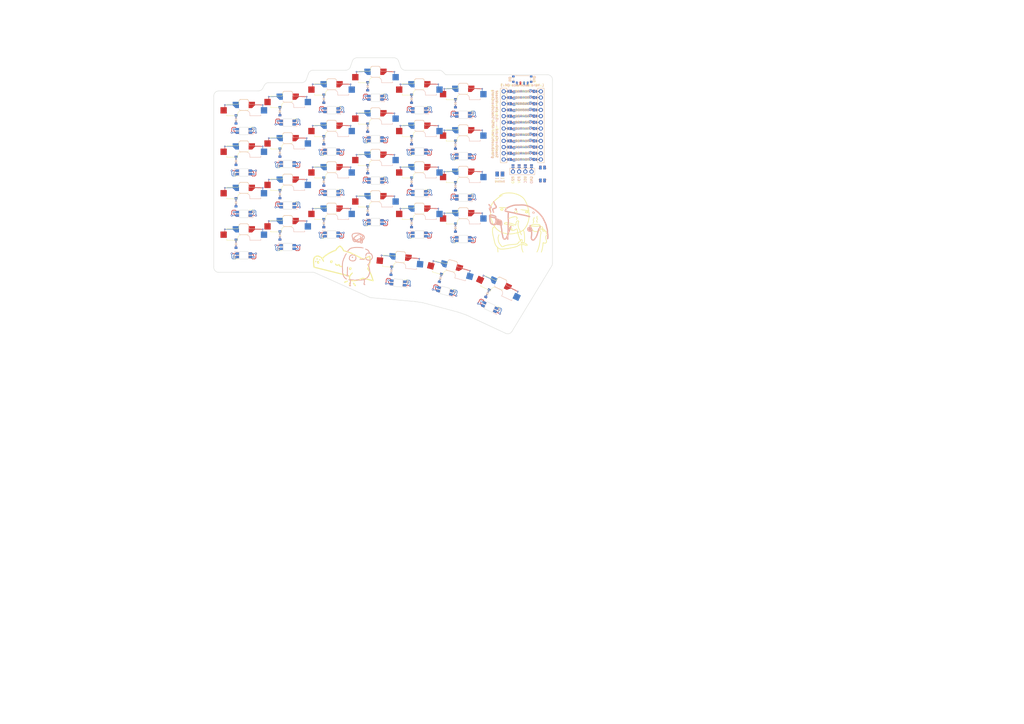
<source format=kicad_pcb>
(kicad_pcb (version 20240108) (generator "ergogen") (generator_version "4.1.0")
  (title_block (title "aditya") (date "2024-12-16") (rev "v1.0.0") (company "Aditya"))
  (layers (0 "F.Cu" signal) (31 "B.Cu" signal) (34 "B.Paste" user) (35 "F.Paste" user) (36 "B.SilkS" user "B.Silkscreen") (37 "F.SilkS" user "F.Silkscreen") (38 "B.Mask" user) (39 "F.Mask" user) (44 "Edge.Cuts" user))
  (net 0 "")
  (net 1 "matrix_outer_down")
  (net 2 "P18")
  (net 3 "matrix_outer_home")
  (net 4 "P19")
  (net 5 "matrix_outer_up")
  (net 6 "P20")
  (net 7 "matrix_outer_num")
  (net 8 "P21")
  (net 9 "matrix_pinky_down")
  (net 10 "matrix_pinky_home")
  (net 11 "matrix_pinky_up")
  (net 12 "matrix_pinky_num")
  (net 13 "matrix_ring_down")
  (net 14 "matrix_ring_home")
  (net 15 "matrix_ring_up")
  (net 16 "matrix_ring_num")
  (net 17 "matrix_middle_down")
  (net 18 "matrix_middle_home")
  (net 19 "matrix_middle_up")
  (net 20 "matrix_middle_num")
  (net 21 "matrix_index_down")
  (net 22 "matrix_index_home")
  (net 23 "matrix_index_up")
  (net 24 "matrix_index_num")
  (net 25 "matrix_inner_down")
  (net 26 "matrix_inner_home")
  (net 27 "matrix_inner_up")
  (net 28 "matrix_inner_num")
  (net 29 "thumbs_col1_cluster")
  (net 30 "P15")
  (net 31 "thumbs_col2_cluster")
  (net 32 "thumbs_col3_cluster")
  (net 33 "P1")
  (net 34 "GND")
  (net 35 "D1")
  (net 36 "D2")
  (net 37 "P0")
  (net 38 "P4")
  (net 39 "P5")
  (net 40 "P7")
  (net 41 "P8")
  (net 42 "RAW")
  (net 43 "RST")
  (net 44 "VCC")
  (net 45 "P14")
  (net 46 "P16")
  (net 47 "P10")
  (net 48 "P2")
  (net 49 "P3")
  (net 50 "P6")
  (net 51 "P9")
  (net 52 "P101")
  (net 53 "P102")
  (net 54 "P107")
  (net 55 "MCU1_24")
  (net 56 "MCU1_1")
  (net 57 "MCU1_23")
  (net 58 "MCU1_2")
  (net 59 "MCU1_22")
  (net 60 "MCU1_3")
  (net 61 "MCU1_21")
  (net 62 "MCU1_4")
  (net 63 "MCU1_20")
  (net 64 "MCU1_5")
  (net 65 "MCU1_19")
  (net 66 "MCU1_6")
  (net 67 "MCU1_18")
  (net 68 "MCU1_7")
  (net 69 "MCU1_17")
  (net 70 "MCU1_8")
  (net 71 "MCU1_16")
  (net 72 "MCU1_9")
  (net 73 "MCU1_15")
  (net 74 "MCU1_10")
  (net 75 "MCU1_14")
  (net 76 "MCU1_11")
  (net 77 "MCU1_13")
  (net 78 "MCU1_12")
  (net 79 "DISP1_1")
  (net 80 "DISP1_2")
  (net 81 "DISP1_3")
  (net 82 "DISP1_4")
  (net 83 "LED_4")
  (net 84 "LED_3")
  (net 85 "LED_16")
  (net 86 "LED_15")
  (net 87 "LED_5")
  (net 88 "LED_17")
  (net 89 "LED_6")
  (net 90 "LED_18")
  (net 91 "LED_7")
  (net 92 "LED_19")
  (net 93 "LED_8")
  (net 94 "LED_20")
  (net 95 "LED_9")
  (net 96 "LED_21")
  (net 97 "LED_14")
  (net 98 "LED_27")
  (net 99 "LED_26")
  (net 100 "LED_13")
  (net 101 "LED_25")
  (net 102 "LED_12")
  (net 103 "LED_24")
  (net 104 "LED_11")
  (net 105 "LED_23")
  (net 106 "LED_10")
  (net 107 "LED_22")
  (net 108 "LED_2")
  (net 109 "LED_1")
  (net 110 "pos")
  (footprint "ceoloide:diode_tht_sod123" (layer "F.Cu") (at 96.8 100 90)
    (property "Reference" "D1" hide)
  )
  (segment (start 96.8 98.35) (end 96.8 99.45) (width 0.25) (layer "F.Cu") (net 1))
  (via (at 96.8 99.45) (size 0.6) (drill 0.3) (layers "F.Cu" "B.Cu") (net 1))
  (segment (start 96.8 99.45) (end 96.8 98.35) (width 0.25) (layer "B.Cu") (net 1))
  (segment (start 96.8 101.65) (end 96.8 100.55) (width 0.25) (layer "F.Cu") (net 2))
  (via (at 96.8 100.55) (size 0.6) (drill 0.3) (layers "F.Cu" "B.Cu") (net 2))
  (segment (start 96.8 100.55) (end 96.8 101.65) (width 0.25) (layer "B.Cu") (net 2))
  (footprint "ceoloide:diode_tht_sod123" (layer "F.Cu") (at 96.8 83 90)
    (property "Reference" "D2" hide)
  )
  (segment (start 96.8 81.35) (end 96.8 82.45) (width 0.25) (layer "F.Cu") (net 3))
  (via (at 96.8 82.45) (size 0.6) (drill 0.3) (layers "F.Cu" "B.Cu") (net 3))
  (segment (start 96.8 82.45) (end 96.8 81.35) (width 0.25) (layer "B.Cu") (net 3))
  (segment (start 96.8 84.65) (end 96.8 83.55) (width 0.25) (layer "F.Cu") (net 4))
  (via (at 96.8 83.55) (size 0.6) (drill 0.3) (layers "F.Cu" "B.Cu") (net 4))
  (segment (start 96.8 83.55) (end 96.8 84.65) (width 0.25) (layer "B.Cu") (net 4))
  (footprint "ceoloide:diode_tht_sod123" (layer "F.Cu") (at 96.8 66 90)
    (property "Reference" "D3" hide)
  )
  (segment (start 96.8 64.35) (end 96.8 65.45) (width 0.25) (layer "F.Cu") (net 5))
  (via (at 96.8 65.45) (size 0.6) (drill 0.3) (layers "F.Cu" "B.Cu") (net 5))
  (segment (start 96.8 65.45) (end 96.8 64.35) (width 0.25) (layer "B.Cu") (net 5))
  (segment (start 96.8 67.65) (end 96.8 66.55) (width 0.25) (layer "F.Cu") (net 6))
  (via (at 96.8 66.55) (size 0.6) (drill 0.3) (layers "F.Cu" "B.Cu") (net 6))
  (segment (start 96.8 66.55) (end 96.8 67.65) (width 0.25) (layer "B.Cu") (net 6))
  (footprint "ceoloide:diode_tht_sod123" (layer "F.Cu") (at 96.8 49 90)
    (property "Reference" "D4" hide)
  )
  (segment (start 96.8 47.35) (end 96.8 48.45) (width 0.25) (layer "F.Cu") (net 7))
  (via (at 96.8 48.45) (size 0.6) (drill 0.3) (layers "F.Cu" "B.Cu") (net 7))
  (segment (start 96.8 48.45) (end 96.8 47.35) (width 0.25) (layer "B.Cu") (net 7))
  (segment (start 96.8 50.65) (end 96.8 49.55) (width 0.25) (layer "F.Cu") (net 8))
  (via (at 96.8 49.55) (size 0.6) (drill 0.3) (layers "F.Cu" "B.Cu") (net 8))
  (segment (start 96.8 49.55) (end 96.8 50.65) (width 0.25) (layer "B.Cu") (net 8))
  (footprint "ceoloide:diode_tht_sod123" (layer "F.Cu") (at 114.8 96.6 90)
    (property "Reference" "D5" hide)
  )
  (segment (start 114.8 94.94999999999999) (end 114.8 96.05) (width 0.25) (layer "F.Cu") (net 9))
  (via (at 114.8 96.05) (size 0.6) (drill 0.3) (layers "F.Cu" "B.Cu") (net 9))
  (segment (start 114.8 96.05) (end 114.8 94.94999999999999) (width 0.25) (layer "B.Cu") (net 9))
  (segment (start 114.8 98.25) (end 114.8 97.14999999999999) (width 0.25) (layer "F.Cu") (net 2))
  (via (at 114.8 97.14999999999999) (size 0.6) (drill 0.3) (layers "F.Cu" "B.Cu") (net 2))
  (segment (start 114.8 97.14999999999999) (end 114.8 98.25) (width 0.25) (layer "B.Cu") (net 2))
  (footprint "ceoloide:diode_tht_sod123" (layer "F.Cu") (at 114.8 79.6 90)
    (property "Reference" "D6" hide)
  )
  (segment (start 114.8 77.94999999999999) (end 114.8 79.05) (width 0.25) (layer "F.Cu") (net 10))
  (via (at 114.8 79.05) (size 0.6) (drill 0.3) (layers "F.Cu" "B.Cu") (net 10))
  (segment (start 114.8 79.05) (end 114.8 77.94999999999999) (width 0.25) (layer "B.Cu") (net 10))
  (segment (start 114.8 81.25) (end 114.8 80.14999999999999) (width 0.25) (layer "F.Cu") (net 4))
  (via (at 114.8 80.14999999999999) (size 0.6) (drill 0.3) (layers "F.Cu" "B.Cu") (net 4))
  (segment (start 114.8 80.14999999999999) (end 114.8 81.25) (width 0.25) (layer "B.Cu") (net 4))
  (footprint "ceoloide:diode_tht_sod123" (layer "F.Cu") (at 114.8 62.599999999999994 90)
    (property "Reference" "D7" hide)
  )
  (segment (start 114.8 60.949999999999996) (end 114.8 62.05) (width 0.25) (layer "F.Cu") (net 11))
  (via (at 114.8 62.05) (size 0.6) (drill 0.3) (layers "F.Cu" "B.Cu") (net 11))
  (segment (start 114.8 62.05) (end 114.8 60.949999999999996) (width 0.25) (layer "B.Cu") (net 11))
  (segment (start 114.8 64.25) (end 114.8 63.14999999999999) (width 0.25) (layer "F.Cu") (net 6))
  (via (at 114.8 63.14999999999999) (size 0.6) (drill 0.3) (layers "F.Cu" "B.Cu") (net 6))
  (segment (start 114.8 63.14999999999999) (end 114.8 64.25) (width 0.25) (layer "B.Cu") (net 6))
  (footprint "ceoloide:diode_tht_sod123" (layer "F.Cu") (at 114.8 45.599999999999994 90)
    (property "Reference" "D8" hide)
  )
  (segment (start 114.8 43.949999999999996) (end 114.8 45.05) (width 0.25) (layer "F.Cu") (net 12))
  (via (at 114.8 45.05) (size 0.6) (drill 0.3) (layers "F.Cu" "B.Cu") (net 12))
  (segment (start 114.8 45.05) (end 114.8 43.949999999999996) (width 0.25) (layer "B.Cu") (net 12))
  (segment (start 114.8 47.24999999999999) (end 114.8 46.14999999999999) (width 0.25) (layer "F.Cu") (net 8))
  (via (at 114.8 46.14999999999999) (size 0.6) (drill 0.3) (layers "F.Cu" "B.Cu") (net 8))
  (segment (start 114.8 46.14999999999999) (end 114.8 47.24999999999999) (width 0.25) (layer "B.Cu") (net 8))
  (footprint "ceoloide:diode_tht_sod123" (layer "F.Cu") (at 132.8 91.5 90)
    (property "Reference" "D9" hide)
  )
  (segment (start 132.8 89.85) (end 132.8 90.95) (width 0.25) (layer "F.Cu") (net 13))
  (via (at 132.8 90.95) (size 0.6) (drill 0.3) (layers "F.Cu" "B.Cu") (net 13))
  (segment (start 132.8 90.95) (end 132.8 89.85) (width 0.25) (layer "B.Cu") (net 13))
  (segment (start 132.8 93.15) (end 132.8 92.05) (width 0.25) (layer "F.Cu") (net 2))
  (via (at 132.8 92.05) (size 0.6) (drill 0.3) (layers "F.Cu" "B.Cu") (net 2))
  (segment (start 132.8 92.05) (end 132.8 93.15) (width 0.25) (layer "B.Cu") (net 2))
  (footprint "ceoloide:diode_tht_sod123" (layer "F.Cu") (at 132.8 74.5 90)
    (property "Reference" "D10" hide)
  )
  (segment (start 132.8 72.85) (end 132.8 73.95) (width 0.25) (layer "F.Cu") (net 14))
  (via (at 132.8 73.95) (size 0.6) (drill 0.3) (layers "F.Cu" "B.Cu") (net 14))
  (segment (start 132.8 73.95) (end 132.8 72.85) (width 0.25) (layer "B.Cu") (net 14))
  (segment (start 132.8 76.15) (end 132.8 75.05) (width 0.25) (layer "F.Cu") (net 4))
  (via (at 132.8 75.05) (size 0.6) (drill 0.3) (layers "F.Cu" "B.Cu") (net 4))
  (segment (start 132.8 75.05) (end 132.8 76.15) (width 0.25) (layer "B.Cu") (net 4))
  (footprint "ceoloide:diode_tht_sod123" (layer "F.Cu") (at 132.8 57.5 90)
    (property "Reference" "D11" hide)
  )
  (segment (start 132.8 55.85) (end 132.8 56.95) (width 0.25) (layer "F.Cu") (net 15))
  (via (at 132.8 56.95) (size 0.6) (drill 0.3) (layers "F.Cu" "B.Cu") (net 15))
  (segment (start 132.8 56.95) (end 132.8 55.85) (width 0.25) (layer "B.Cu") (net 15))
  (segment (start 132.8 59.15) (end 132.8 58.05) (width 0.25) (layer "F.Cu") (net 6))
  (via (at 132.8 58.05) (size 0.6) (drill 0.3) (layers "F.Cu" "B.Cu") (net 6))
  (segment (start 132.8 58.05) (end 132.8 59.15) (width 0.25) (layer "B.Cu") (net 6))
  (footprint "ceoloide:diode_tht_sod123" (layer "F.Cu") (at 132.8 40.5 90)
    (property "Reference" "D12" hide)
  )
  (segment (start 132.8 38.85) (end 132.8 39.95) (width 0.25) (layer "F.Cu") (net 16))
  (via (at 132.8 39.95) (size 0.6) (drill 0.3) (layers "F.Cu" "B.Cu") (net 16))
  (segment (start 132.8 39.95) (end 132.8 38.85) (width 0.25) (layer "B.Cu") (net 16))
  (segment (start 132.8 42.15) (end 132.8 41.05) (width 0.25) (layer "F.Cu") (net 8))
  (via (at 132.8 41.05) (size 0.6) (drill 0.3) (layers "F.Cu" "B.Cu") (net 8))
  (segment (start 132.8 41.05) (end 132.8 42.15) (width 0.25) (layer "B.Cu") (net 8))
  (footprint "ceoloide:diode_tht_sod123" (layer "F.Cu") (at 150.8 86.4 90)
    (property "Reference" "D13" hide)
  )
  (segment (start 150.8 84.75) (end 150.8 85.85000000000001) (width 0.25) (layer "F.Cu") (net 17))
  (via (at 150.8 85.85000000000001) (size 0.6) (drill 0.3) (layers "F.Cu" "B.Cu") (net 17))
  (segment (start 150.8 85.85000000000001) (end 150.8 84.75) (width 0.25) (layer "B.Cu") (net 17))
  (segment (start 150.8 88.05000000000001) (end 150.8 86.95) (width 0.25) (layer "F.Cu") (net 2))
  (via (at 150.8 86.95) (size 0.6) (drill 0.3) (layers "F.Cu" "B.Cu") (net 2))
  (segment (start 150.8 86.95) (end 150.8 88.05000000000001) (width 0.25) (layer "B.Cu") (net 2))
  (footprint "ceoloide:diode_tht_sod123" (layer "F.Cu") (at 150.8 69.4 90)
    (property "Reference" "D14" hide)
  )
  (segment (start 150.8 67.75) (end 150.8 68.85000000000001) (width 0.25) (layer "F.Cu") (net 18))
  (via (at 150.8 68.85000000000001) (size 0.6) (drill 0.3) (layers "F.Cu" "B.Cu") (net 18))
  (segment (start 150.8 68.85000000000001) (end 150.8 67.75) (width 0.25) (layer "B.Cu") (net 18))
  (segment (start 150.8 71.05000000000001) (end 150.8 69.95) (width 0.25) (layer "F.Cu") (net 4))
  (via (at 150.8 69.95) (size 0.6) (drill 0.3) (layers "F.Cu" "B.Cu") (net 4))
  (segment (start 150.8 69.95) (end 150.8 71.05000000000001) (width 0.25) (layer "B.Cu") (net 4))
  (footprint "ceoloide:diode_tht_sod123" (layer "F.Cu") (at 150.8 52.400000000000006 90)
    (property "Reference" "D15" hide)
  )
  (segment (start 150.8 50.75000000000001) (end 150.8 51.85000000000001) (width 0.25) (layer "F.Cu") (net 19))
  (via (at 150.8 51.85000000000001) (size 0.6) (drill 0.3) (layers "F.Cu" "B.Cu") (net 19))
  (segment (start 150.8 51.85000000000001) (end 150.8 50.75000000000001) (width 0.25) (layer "B.Cu") (net 19))
  (segment (start 150.8 54.050000000000004) (end 150.8 52.95) (width 0.25) (layer "F.Cu") (net 6))
  (via (at 150.8 52.95) (size 0.6) (drill 0.3) (layers "F.Cu" "B.Cu") (net 6))
  (segment (start 150.8 52.95) (end 150.8 54.050000000000004) (width 0.25) (layer "B.Cu") (net 6))
  (footprint "ceoloide:diode_tht_sod123" (layer "F.Cu") (at 150.8 35.400000000000006 90)
    (property "Reference" "D16" hide)
  )
  (segment (start 150.8 33.75000000000001) (end 150.8 34.85000000000001) (width 0.25) (layer "F.Cu") (net 20))
  (via (at 150.8 34.85000000000001) (size 0.6) (drill 0.3) (layers "F.Cu" "B.Cu") (net 20))
  (segment (start 150.8 34.85000000000001) (end 150.8 33.75000000000001) (width 0.25) (layer "B.Cu") (net 20))
  (segment (start 150.8 37.050000000000004) (end 150.8 35.95) (width 0.25) (layer "F.Cu") (net 8))
  (via (at 150.8 35.95) (size 0.6) (drill 0.3) (layers "F.Cu" "B.Cu") (net 8))
  (segment (start 150.8 35.95) (end 150.8 37.050000000000004) (width 0.25) (layer "B.Cu") (net 8))
  (footprint "ceoloide:diode_tht_sod123" (layer "F.Cu") (at 168.8 91.5 90)
    (property "Reference" "D17" hide)
  )
  (segment (start 168.8 89.85) (end 168.8 90.95) (width 0.25) (layer "F.Cu") (net 21))
  (via (at 168.8 90.95) (size 0.6) (drill 0.3) (layers "F.Cu" "B.Cu") (net 21))
  (segment (start 168.8 90.95) (end 168.8 89.85) (width 0.25) (layer "B.Cu") (net 21))
  (segment (start 168.8 93.15) (end 168.8 92.05) (width 0.25) (layer "F.Cu") (net 2))
  (via (at 168.8 92.05) (size 0.6) (drill 0.3) (layers "F.Cu" "B.Cu") (net 2))
  (segment (start 168.8 92.05) (end 168.8 93.15) (width 0.25) (layer "B.Cu") (net 2))
  (footprint "ceoloide:diode_tht_sod123" (layer "F.Cu") (at 168.8 74.5 90)
    (property "Reference" "D18" hide)
  )
  (segment (start 168.8 72.85) (end 168.8 73.95) (width 0.25) (layer "F.Cu") (net 22))
  (via (at 168.8 73.95) (size 0.6) (drill 0.3) (layers "F.Cu" "B.Cu") (net 22))
  (segment (start 168.8 73.95) (end 168.8 72.85) (width 0.25) (layer "B.Cu") (net 22))
  (segment (start 168.8 76.15) (end 168.8 75.05) (width 0.25) (layer "F.Cu") (net 4))
  (via (at 168.8 75.05) (size 0.6) (drill 0.3) (layers "F.Cu" "B.Cu") (net 4))
  (segment (start 168.8 75.05) (end 168.8 76.15) (width 0.25) (layer "B.Cu") (net 4))
  (footprint "ceoloide:diode_tht_sod123" (layer "F.Cu") (at 168.8 57.5 90)
    (property "Reference" "D19" hide)
  )
  (segment (start 168.8 55.85) (end 168.8 56.95) (width 0.25) (layer "F.Cu") (net 23))
  (via (at 168.8 56.95) (size 0.6) (drill 0.3) (layers "F.Cu" "B.Cu") (net 23))
  (segment (start 168.8 56.95) (end 168.8 55.85) (width 0.25) (layer "B.Cu") (net 23))
  (segment (start 168.8 59.15) (end 168.8 58.05) (width 0.25) (layer "F.Cu") (net 6))
  (via (at 168.8 58.05) (size 0.6) (drill 0.3) (layers "F.Cu" "B.Cu") (net 6))
  (segment (start 168.8 58.05) (end 168.8 59.15) (width 0.25) (layer "B.Cu") (net 6))
  (footprint "ceoloide:diode_tht_sod123" (layer "F.Cu") (at 168.8 40.5 90)
    (property "Reference" "D20" hide)
  )
  (segment (start 168.8 38.85) (end 168.8 39.95) (width 0.25) (layer "F.Cu") (net 24))
  (via (at 168.8 39.95) (size 0.6) (drill 0.3) (layers "F.Cu" "B.Cu") (net 24))
  (segment (start 168.8 39.95) (end 168.8 38.85) (width 0.25) (layer "B.Cu") (net 24))
  (segment (start 168.8 42.15) (end 168.8 41.05) (width 0.25) (layer "F.Cu") (net 8))
  (via (at 168.8 41.05) (size 0.6) (drill 0.3) (layers "F.Cu" "B.Cu") (net 8))
  (segment (start 168.8 41.05) (end 168.8 42.15) (width 0.25) (layer "B.Cu") (net 8))
  (footprint "ceoloide:diode_tht_sod123" (layer "F.Cu") (at 186.8 93.37 90)
    (property "Reference" "D21" hide)
  )
  (segment (start 186.8 91.72) (end 186.8 92.82000000000001) (width 0.25) (layer "F.Cu") (net 25))
  (via (at 186.8 92.82000000000001) (size 0.6) (drill 0.3) (layers "F.Cu" "B.Cu") (net 25))
  (segment (start 186.8 92.82000000000001) (end 186.8 91.72) (width 0.25) (layer "B.Cu") (net 25))
  (segment (start 186.8 95.02000000000001) (end 186.8 93.92) (width 0.25) (layer "F.Cu") (net 2))
  (via (at 186.8 93.92) (size 0.6) (drill 0.3) (layers "F.Cu" "B.Cu") (net 2))
  (segment (start 186.8 93.92) (end 186.8 95.02000000000001) (width 0.25) (layer "B.Cu") (net 2))
  (footprint "ceoloide:diode_tht_sod123" (layer "F.Cu") (at 186.8 76.37 90)
    (property "Reference" "D22" hide)
  )
  (segment (start 186.8 74.72) (end 186.8 75.82000000000001) (width 0.25) (layer "F.Cu") (net 26))
  (via (at 186.8 75.82000000000001) (size 0.6) (drill 0.3) (layers "F.Cu" "B.Cu") (net 26))
  (segment (start 186.8 75.82000000000001) (end 186.8 74.72) (width 0.25) (layer "B.Cu") (net 26))
  (segment (start 186.8 78.02000000000001) (end 186.8 76.92) (width 0.25) (layer "F.Cu") (net 4))
  (via (at 186.8 76.92) (size 0.6) (drill 0.3) (layers "F.Cu" "B.Cu") (net 4))
  (segment (start 186.8 76.92) (end 186.8 78.02000000000001) (width 0.25) (layer "B.Cu") (net 4))
  (footprint "ceoloide:diode_tht_sod123" (layer "F.Cu") (at 186.8 59.370000000000005 90)
    (property "Reference" "D23" hide)
  )
  (segment (start 186.8 57.720000000000006) (end 186.8 58.82000000000001) (width 0.25) (layer "F.Cu") (net 27))
  (via (at 186.8 58.82000000000001) (size 0.6) (drill 0.3) (layers "F.Cu" "B.Cu") (net 27))
  (segment (start 186.8 58.82000000000001) (end 186.8 57.720000000000006) (width 0.25) (layer "B.Cu") (net 27))
  (segment (start 186.8 61.02) (end 186.8 59.92) (width 0.25) (layer "F.Cu") (net 6))
  (via (at 186.8 59.92) (size 0.6) (drill 0.3) (layers "F.Cu" "B.Cu") (net 6))
  (segment (start 186.8 59.92) (end 186.8 61.02) (width 0.25) (layer "B.Cu") (net 6))
  (footprint "ceoloide:diode_tht_sod123" (layer "F.Cu") (at 186.8 42.370000000000005 90)
    (property "Reference" "D24" hide)
  )
  (segment (start 186.8 40.720000000000006) (end 186.8 41.82000000000001) (width 0.25) (layer "F.Cu") (net 28))
  (via (at 186.8 41.82000000000001) (size 0.6) (drill 0.3) (layers "F.Cu" "B.Cu") (net 28))
  (segment (start 186.8 41.82000000000001) (end 186.8 40.720000000000006) (width 0.25) (layer "B.Cu") (net 28))
  (segment (start 186.8 44.02) (end 186.8 42.92) (width 0.25) (layer "F.Cu") (net 8))
  (via (at 186.8 42.92) (size 0.6) (drill 0.3) (layers "F.Cu" "B.Cu") (net 8))
  (segment (start 186.8 42.92) (end 186.8 44.02) (width 0.25) (layer "B.Cu") (net 8))
  (footprint "ceoloide:diode_tht_sod123" (layer "F.Cu") (at 160.5187531 111.07784840000001 85)
    (property "Reference" "D25" hide)
  )
  (segment (start 160.6625601 109.43412710000001) (end 160.5666888 110.5299413) (width 0.25) (layer "F.Cu") (net 29))
  (via (at 160.5666888 110.5299413) (size 0.6) (drill 0.3) (layers "F.Cu" "B.Cu") (net 29))
  (segment (start 160.5666888 110.5299413) (end 160.6625601 109.43412710000001) (width 0.25) (layer "B.Cu") (net 29))
  (segment (start 160.3749461 112.7215697) (end 160.4708174 111.62575550000001) (width 0.25) (layer "F.Cu") (net 30))
  (via (at 160.4708174 111.62575550000001) (size 0.6) (drill 0.3) (layers "F.Cu" "B.Cu") (net 30))
  (segment (start 160.4708174 111.62575550000001) (end 160.3749461 112.7215697) (width 0.25) (layer "B.Cu") (net 30))
  (footprint "ceoloide:diode_tht_sod123" (layer "F.Cu") (at 180.6304115 113.9780245 75)
    (property "Reference" "D26" hide)
  )
  (segment (start 181.05746290000002 112.38424690000001) (end 180.772762 113.44676530000001) (width 0.25) (layer "F.Cu") (net 31))
  (via (at 180.772762 113.44676530000001) (size 0.6) (drill 0.3) (layers "F.Cu" "B.Cu") (net 31))
  (segment (start 180.772762 113.44676530000001) (end 181.05746290000002 112.38424690000001) (width 0.25) (layer "B.Cu") (net 31))
  (segment (start 180.2033601 115.5718021) (end 180.48806100000002 114.5092837) (width 0.25) (layer "F.Cu") (net 30))
  (via (at 180.48806100000002 114.5092837) (size 0.6) (drill 0.3) (layers "F.Cu" "B.Cu") (net 30))
  (segment (start 180.48806100000002 114.5092837) (end 180.2033601 115.5718021) (width 0.25) (layer "B.Cu") (net 30))
  (footprint "ceoloide:diode_tht_sod123" (layer "F.Cu") (at 199.9329183 120.3264932 65)
    (property "Reference" "D27" hide)
  )
  (segment (start 200.63023840000002 118.8310854) (end 200.1653583 119.8280239) (width 0.25) (layer "F.Cu") (net 32))
  (via (at 200.1653583 119.8280239) (size 0.6) (drill 0.3) (layers "F.Cu" "B.Cu") (net 32))
  (segment (start 200.1653583 119.8280239) (end 200.63023840000002 118.8310854) (width 0.25) (layer "B.Cu") (net 32))
  (segment (start 199.2355982 121.821901) (end 199.70047830000001 120.8249625) (width 0.25) (layer "F.Cu") (net 30))
  (via (at 199.70047830000001 120.8249625) (size 0.6) (drill 0.3) (layers "F.Cu" "B.Cu") (net 30))
  (segment (start 199.70047830000001 120.8249625) (end 199.2355982 121.821901) (width 0.25) (layer "B.Cu") (net 30))
  (footprint "ceoloide:switch_choc_v1_v2" (layer "B.Cu") (at 100 100 0)
    (property "Reference" "S1" hide)
  )
  (segment (start 103.275 94.05) (end 107.775 94.05) (width 0.2) (layer "F.Cu") (net 33))
  (via (at 107.775 94.05) (size 0.6) (drill 0.3) (layers "F.Cu" "B.Cu") (net 33))
  (segment (start 107.775 96.25) (end 107.775 94.05) (width 0.2) (layer "B.Cu") (net 33))
  (segment (start 92.225 96.25) (end 92.225 94.05) (width 0.2) (layer "F.Cu") (net 1))
  (via (at 92.225 94.05) (size 0.6) (drill 0.3) (layers "F.Cu" "B.Cu") (net 1))
  (segment (start 96.725 94.05) (end 92.225 94.05) (width 0.2) (layer "B.Cu") (net 1))
  (footprint "ceoloide:switch_choc_v1_v2" (layer "B.Cu") (at 100 83 0)
    (property "Reference" "S2" hide)
  )
  (segment (start 103.275 77.05) (end 107.775 77.05) (width 0.2) (layer "F.Cu") (net 33))
  (via (at 107.775 77.05) (size 0.6) (drill 0.3) (layers "F.Cu" "B.Cu") (net 33))
  (segment (start 107.775 79.25) (end 107.775 77.05) (width 0.2) (layer "B.Cu") (net 33))
  (segment (start 92.225 79.25) (end 92.225 77.05) (width 0.2) (layer "F.Cu") (net 3))
  (via (at 92.225 77.05) (size 0.6) (drill 0.3) (layers "F.Cu" "B.Cu") (net 3))
  (segment (start 96.725 77.05) (end 92.225 77.05) (width 0.2) (layer "B.Cu") (net 3))
  (footprint "ceoloide:switch_choc_v1_v2" (layer "B.Cu") (at 100 66 0)
    (property "Reference" "S3" hide)
  )
  (segment (start 103.275 60.05) (end 107.775 60.05) (width 0.2) (layer "F.Cu") (net 33))
  (via (at 107.775 60.05) (size 0.6) (drill 0.3) (layers "F.Cu" "B.Cu") (net 33))
  (segment (start 107.775 62.25) (end 107.775 60.05) (width 0.2) (layer "B.Cu") (net 33))
  (segment (start 92.225 62.25) (end 92.225 60.05) (width 0.2) (layer "F.Cu") (net 5))
  (via (at 92.225 60.05) (size 0.6) (drill 0.3) (layers "F.Cu" "B.Cu") (net 5))
  (segment (start 96.725 60.05) (end 92.225 60.05) (width 0.2) (layer "B.Cu") (net 5))
  (footprint "ceoloide:switch_choc_v1_v2" (layer "B.Cu") (at 100 49 0)
    (property "Reference" "S4" hide)
  )
  (segment (start 103.275 43.05) (end 107.775 43.05) (width 0.2) (layer "F.Cu") (net 33))
  (via (at 107.775 43.05) (size 0.6) (drill 0.3) (layers "F.Cu" "B.Cu") (net 33))
  (segment (start 107.775 45.25) (end 107.775 43.05) (width 0.2) (layer "B.Cu") (net 33))
  (segment (start 92.225 45.25) (end 92.225 43.05) (width 0.2) (layer "F.Cu") (net 7))
  (via (at 92.225 43.05) (size 0.6) (drill 0.3) (layers "F.Cu" "B.Cu") (net 7))
  (segment (start 96.725 43.05) (end 92.225 43.05) (width 0.2) (layer "B.Cu") (net 7))
  (footprint "ceoloide:switch_choc_v1_v2" (layer "B.Cu") (at 118 96.6 0)
    (property "Reference" "S5" hide)
  )
  (segment (start 121.275 90.64999999999999) (end 125.775 90.64999999999999) (width 0.2) (layer "F.Cu") (net 37))
  (via (at 125.775 90.64999999999999) (size 0.6) (drill 0.3) (layers "F.Cu" "B.Cu") (net 37))
  (segment (start 125.775 92.85) (end 125.775 90.64999999999999) (width 0.2) (layer "B.Cu") (net 37))
  (segment (start 110.225 92.85) (end 110.225 90.64999999999999) (width 0.2) (layer "F.Cu") (net 9))
  (via (at 110.225 90.64999999999999) (size 0.6) (drill 0.3) (layers "F.Cu" "B.Cu") (net 9))
  (segment (start 114.725 90.64999999999999) (end 110.225 90.64999999999999) (width 0.2) (layer "B.Cu") (net 9))
  (footprint "ceoloide:switch_choc_v1_v2" (layer "B.Cu") (at 118 79.6 0)
    (property "Reference" "S6" hide)
  )
  (segment (start 121.275 73.64999999999999) (end 125.775 73.64999999999999) (width 0.2) (layer "F.Cu") (net 37))
  (via (at 125.775 73.64999999999999) (size 0.6) (drill 0.3) (layers "F.Cu" "B.Cu") (net 37))
  (segment (start 125.775 75.85) (end 125.775 73.64999999999999) (width 0.2) (layer "B.Cu") (net 37))
  (segment (start 110.225 75.85) (end 110.225 73.64999999999999) (width 0.2) (layer "F.Cu") (net 10))
  (via (at 110.225 73.64999999999999) (size 0.6) (drill 0.3) (layers "F.Cu" "B.Cu") (net 10))
  (segment (start 114.725 73.64999999999999) (end 110.225 73.64999999999999) (width 0.2) (layer "B.Cu") (net 10))
  (footprint "ceoloide:switch_choc_v1_v2" (layer "B.Cu") (at 118 62.599999999999994 0)
    (property "Reference" "S7" hide)
  )
  (segment (start 121.275 56.64999999999999) (end 125.775 56.64999999999999) (width 0.2) (layer "F.Cu") (net 37))
  (via (at 125.775 56.64999999999999) (size 0.6) (drill 0.3) (layers "F.Cu" "B.Cu") (net 37))
  (segment (start 125.775 58.849999999999994) (end 125.775 56.64999999999999) (width 0.2) (layer "B.Cu") (net 37))
  (segment (start 110.225 58.849999999999994) (end 110.225 56.64999999999999) (width 0.2) (layer "F.Cu") (net 11))
  (via (at 110.225 56.64999999999999) (size 0.6) (drill 0.3) (layers "F.Cu" "B.Cu") (net 11))
  (segment (start 114.725 56.64999999999999) (end 110.225 56.64999999999999) (width 0.2) (layer "B.Cu") (net 11))
  (footprint "ceoloide:switch_choc_v1_v2" (layer "B.Cu") (at 118 45.599999999999994 0)
    (property "Reference" "S8" hide)
  )
  (segment (start 121.275 39.64999999999999) (end 125.775 39.64999999999999) (width 0.2) (layer "F.Cu") (net 37))
  (via (at 125.775 39.64999999999999) (size 0.6) (drill 0.3) (layers "F.Cu" "B.Cu") (net 37))
  (segment (start 125.775 41.849999999999994) (end 125.775 39.64999999999999) (width 0.2) (layer "B.Cu") (net 37))
  (segment (start 110.225 41.849999999999994) (end 110.225 39.64999999999999) (width 0.2) (layer "F.Cu") (net 12))
  (via (at 110.225 39.64999999999999) (size 0.6) (drill 0.3) (layers "F.Cu" "B.Cu") (net 12))
  (segment (start 114.725 39.64999999999999) (end 110.225 39.64999999999999) (width 0.2) (layer "B.Cu") (net 12))
  (footprint "ceoloide:switch_choc_v1_v2" (layer "B.Cu") (at 136 91.5 0)
    (property "Reference" "S9" hide)
  )
  (segment (start 139.275 85.55) (end 143.775 85.55) (width 0.2) (layer "F.Cu") (net 38))
  (via (at 143.775 85.55) (size 0.6) (drill 0.3) (layers "F.Cu" "B.Cu") (net 38))
  (segment (start 143.775 87.75) (end 143.775 85.55) (width 0.2) (layer "B.Cu") (net 38))
  (segment (start 128.225 87.75) (end 128.225 85.55) (width 0.2) (layer "F.Cu") (net 13))
  (via (at 128.225 85.55) (size 0.6) (drill 0.3) (layers "F.Cu" "B.Cu") (net 13))
  (segment (start 132.725 85.55) (end 128.225 85.55) (width 0.2) (layer "B.Cu") (net 13))
  (footprint "ceoloide:switch_choc_v1_v2" (layer "B.Cu") (at 136 74.5 0)
    (property "Reference" "S10" hide)
  )
  (segment (start 139.275 68.55) (end 143.775 68.55) (width 0.2) (layer "F.Cu") (net 38))
  (via (at 143.775 68.55) (size 0.6) (drill 0.3) (layers "F.Cu" "B.Cu") (net 38))
  (segment (start 143.775 70.75) (end 143.775 68.55) (width 0.2) (layer "B.Cu") (net 38))
  (segment (start 128.225 70.75) (end 128.225 68.55) (width 0.2) (layer "F.Cu") (net 14))
  (via (at 128.225 68.55) (size 0.6) (drill 0.3) (layers "F.Cu" "B.Cu") (net 14))
  (segment (start 132.725 68.55) (end 128.225 68.55) (width 0.2) (layer "B.Cu") (net 14))
  (footprint "ceoloide:switch_choc_v1_v2" (layer "B.Cu") (at 136 57.5 0)
    (property "Reference" "S11" hide)
  )
  (segment (start 139.275 51.55) (end 143.775 51.55) (width 0.2) (layer "F.Cu") (net 38))
  (via (at 143.775 51.55) (size 0.6) (drill 0.3) (layers "F.Cu" "B.Cu") (net 38))
  (segment (start 143.775 53.75) (end 143.775 51.55) (width 0.2) (layer "B.Cu") (net 38))
  (segment (start 128.225 53.75) (end 128.225 51.55) (width 0.2) (layer "F.Cu") (net 15))
  (via (at 128.225 51.55) (size 0.6) (drill 0.3) (layers "F.Cu" "B.Cu") (net 15))
  (segment (start 132.725 51.55) (end 128.225 51.55) (width 0.2) (layer "B.Cu") (net 15))
  (footprint "ceoloide:switch_choc_v1_v2" (layer "B.Cu") (at 136 40.5 0)
    (property "Reference" "S12" hide)
  )
  (segment (start 139.275 34.55) (end 143.775 34.55) (width 0.2) (layer "F.Cu") (net 38))
  (via (at 143.775 34.55) (size 0.6) (drill 0.3) (layers "F.Cu" "B.Cu") (net 38))
  (segment (start 143.775 36.75) (end 143.775 34.55) (width 0.2) (layer "B.Cu") (net 38))
  (segment (start 128.225 36.75) (end 128.225 34.55) (width 0.2) (layer "F.Cu") (net 16))
  (via (at 128.225 34.55) (size 0.6) (drill 0.3) (layers "F.Cu" "B.Cu") (net 16))
  (segment (start 132.725 34.55) (end 128.225 34.55) (width 0.2) (layer "B.Cu") (net 16))
  (footprint "ceoloide:switch_choc_v1_v2" (layer "B.Cu") (at 154 86.4 0)
    (property "Reference" "S13" hide)
  )
  (segment (start 157.275 80.45) (end 161.775 80.45) (width 0.2) (layer "F.Cu") (net 39))
  (via (at 161.775 80.45) (size 0.6) (drill 0.3) (layers "F.Cu" "B.Cu") (net 39))
  (segment (start 161.775 82.65) (end 161.775 80.45) (width 0.2) (layer "B.Cu") (net 39))
  (segment (start 146.225 82.65) (end 146.225 80.45) (width 0.2) (layer "F.Cu") (net 17))
  (via (at 146.225 80.45) (size 0.6) (drill 0.3) (layers "F.Cu" "B.Cu") (net 17))
  (segment (start 150.725 80.45) (end 146.225 80.45) (width 0.2) (layer "B.Cu") (net 17))
  (footprint "ceoloide:switch_choc_v1_v2" (layer "B.Cu") (at 154 69.4 0)
    (property "Reference" "S14" hide)
  )
  (segment (start 157.275 63.45) (end 161.775 63.45) (width 0.2) (layer "F.Cu") (net 39))
  (via (at 161.775 63.45) (size 0.6) (drill 0.3) (layers "F.Cu" "B.Cu") (net 39))
  (segment (start 161.775 65.65) (end 161.775 63.45) (width 0.2) (layer "B.Cu") (net 39))
  (segment (start 146.225 65.65) (end 146.225 63.45) (width 0.2) (layer "F.Cu") (net 18))
  (via (at 146.225 63.45) (size 0.6) (drill 0.3) (layers "F.Cu" "B.Cu") (net 18))
  (segment (start 150.725 63.45) (end 146.225 63.45) (width 0.2) (layer "B.Cu") (net 18))
  (footprint "ceoloide:switch_choc_v1_v2" (layer "B.Cu") (at 154 52.400000000000006 0)
    (property "Reference" "S15" hide)
  )
  (segment (start 157.275 46.45) (end 161.775 46.45) (width 0.2) (layer "F.Cu") (net 39))
  (via (at 161.775 46.45) (size 0.6) (drill 0.3) (layers "F.Cu" "B.Cu") (net 39))
  (segment (start 161.775 48.650000000000006) (end 161.775 46.45) (width 0.2) (layer "B.Cu") (net 39))
  (segment (start 146.225 48.650000000000006) (end 146.225 46.45) (width 0.2) (layer "F.Cu") (net 19))
  (via (at 146.225 46.45) (size 0.6) (drill 0.3) (layers "F.Cu" "B.Cu") (net 19))
  (segment (start 150.725 46.45) (end 146.225 46.45) (width 0.2) (layer "B.Cu") (net 19))
  (footprint "ceoloide:switch_choc_v1_v2" (layer "B.Cu") (at 154 35.400000000000006 0)
    (property "Reference" "S16" hide)
  )
  (segment (start 157.275 29.450000000000006) (end 161.775 29.450000000000006) (width 0.2) (layer "F.Cu") (net 39))
  (via (at 161.775 29.450000000000006) (size 0.6) (drill 0.3) (layers "F.Cu" "B.Cu") (net 39))
  (segment (start 161.775 31.650000000000006) (end 161.775 29.450000000000006) (width 0.2) (layer "B.Cu") (net 39))
  (segment (start 146.225 31.650000000000006) (end 146.225 29.450000000000006) (width 0.2) (layer "F.Cu") (net 20))
  (via (at 146.225 29.450000000000006) (size 0.6) (drill 0.3) (layers "F.Cu" "B.Cu") (net 20))
  (segment (start 150.725 29.450000000000006) (end 146.225 29.450000000000006) (width 0.2) (layer "B.Cu") (net 20))
  (footprint "ceoloide:switch_choc_v1_v2" (layer "B.Cu") (at 172 91.5 0)
    (property "Reference" "S17" hide)
  )
  (segment (start 175.275 85.55) (end 179.775 85.55) (width 0.2) (layer "F.Cu") (net 40))
  (via (at 179.775 85.55) (size 0.6) (drill 0.3) (layers "F.Cu" "B.Cu") (net 40))
  (segment (start 179.775 87.75) (end 179.775 85.55) (width 0.2) (layer "B.Cu") (net 40))
  (segment (start 164.225 87.75) (end 164.225 85.55) (width 0.2) (layer "F.Cu") (net 21))
  (via (at 164.225 85.55) (size 0.6) (drill 0.3) (layers "F.Cu" "B.Cu") (net 21))
  (segment (start 168.725 85.55) (end 164.225 85.55) (width 0.2) (layer "B.Cu") (net 21))
  (footprint "ceoloide:switch_choc_v1_v2" (layer "B.Cu") (at 172 74.5 0)
    (property "Reference" "S18" hide)
  )
  (segment (start 175.275 68.55) (end 179.775 68.55) (width 0.2) (layer "F.Cu") (net 40))
  (via (at 179.775 68.55) (size 0.6) (drill 0.3) (layers "F.Cu" "B.Cu") (net 40))
  (segment (start 179.775 70.75) (end 179.775 68.55) (width 0.2) (layer "B.Cu") (net 40))
  (segment (start 164.225 70.75) (end 164.225 68.55) (width 0.2) (layer "F.Cu") (net 22))
  (via (at 164.225 68.55) (size 0.6) (drill 0.3) (layers "F.Cu" "B.Cu") (net 22))
  (segment (start 168.725 68.55) (end 164.225 68.55) (width 0.2) (layer "B.Cu") (net 22))
  (footprint "ceoloide:switch_choc_v1_v2" (layer "B.Cu") (at 172 57.5 0)
    (property "Reference" "S19" hide)
  )
  (segment (start 175.275 51.55) (end 179.775 51.55) (width 0.2) (layer "F.Cu") (net 40))
  (via (at 179.775 51.55) (size 0.6) (drill 0.3) (layers "F.Cu" "B.Cu") (net 40))
  (segment (start 179.775 53.75) (end 179.775 51.55) (width 0.2) (layer "B.Cu") (net 40))
  (segment (start 164.225 53.75) (end 164.225 51.55) (width 0.2) (layer "F.Cu") (net 23))
  (via (at 164.225 51.55) (size 0.6) (drill 0.3) (layers "F.Cu" "B.Cu") (net 23))
  (segment (start 168.725 51.55) (end 164.225 51.55) (width 0.2) (layer "B.Cu") (net 23))
  (footprint "ceoloide:switch_choc_v1_v2" (layer "B.Cu") (at 172 40.5 0)
    (property "Reference" "S20" hide)
  )
  (segment (start 175.275 34.55) (end 179.775 34.55) (width 0.2) (layer "F.Cu") (net 40))
  (via (at 179.775 34.55) (size 0.6) (drill 0.3) (layers "F.Cu" "B.Cu") (net 40))
  (segment (start 179.775 36.75) (end 179.775 34.55) (width 0.2) (layer "B.Cu") (net 40))
  (segment (start 164.225 36.75) (end 164.225 34.55) (width 0.2) (layer "F.Cu") (net 24))
  (via (at 164.225 34.55) (size 0.6) (drill 0.3) (layers "F.Cu" "B.Cu") (net 24))
  (segment (start 168.725 34.55) (end 164.225 34.55) (width 0.2) (layer "B.Cu") (net 24))
  (footprint "ceoloide:switch_choc_v1_v2" (layer "B.Cu") (at 190 93.37 0)
    (property "Reference" "S21" hide)
  )
  (segment (start 193.275 87.42) (end 197.775 87.42) (width 0.2) (layer "F.Cu") (net 41))
  (via (at 197.775 87.42) (size 0.6) (drill 0.3) (layers "F.Cu" "B.Cu") (net 41))
  (segment (start 197.775 89.62) (end 197.775 87.42) (width 0.2) (layer "B.Cu") (net 41))
  (segment (start 182.225 89.62) (end 182.225 87.42) (width 0.2) (layer "F.Cu") (net 25))
  (via (at 182.225 87.42) (size 0.6) (drill 0.3) (layers "F.Cu" "B.Cu") (net 25))
  (segment (start 186.725 87.42) (end 182.225 87.42) (width 0.2) (layer "B.Cu") (net 25))
  (footprint "ceoloide:switch_choc_v1_v2" (layer "B.Cu") (at 190 76.37 0)
    (property "Reference" "S22" hide)
  )
  (segment (start 193.275 70.42) (end 197.775 70.42) (width 0.2) (layer "F.Cu") (net 41))
  (via (at 197.775 70.42) (size 0.6) (drill 0.3) (layers "F.Cu" "B.Cu") (net 41))
  (segment (start 197.775 72.62) (end 197.775 70.42) (width 0.2) (layer "B.Cu") (net 41))
  (segment (start 182.225 72.62) (end 182.225 70.42) (width 0.2) (layer "F.Cu") (net 26))
  (via (at 182.225 70.42) (size 0.6) (drill 0.3) (layers "F.Cu" "B.Cu") (net 26))
  (segment (start 186.725 70.42) (end 182.225 70.42) (width 0.2) (layer "B.Cu") (net 26))
  (footprint "ceoloide:switch_choc_v1_v2" (layer "B.Cu") (at 190 59.370000000000005 0)
    (property "Reference" "S23" hide)
  )
  (segment (start 193.275 53.42) (end 197.775 53.42) (width 0.2) (layer "F.Cu") (net 41))
  (via (at 197.775 53.42) (size 0.6) (drill 0.3) (layers "F.Cu" "B.Cu") (net 41))
  (segment (start 197.775 55.620000000000005) (end 197.775 53.42) (width 0.2) (layer "B.Cu") (net 41))
  (segment (start 182.225 55.620000000000005) (end 182.225 53.42) (width 0.2) (layer "F.Cu") (net 27))
  (via (at 182.225 53.42) (size 0.6) (drill 0.3) (layers "F.Cu" "B.Cu") (net 27))
  (segment (start 186.725 53.42) (end 182.225 53.42) (width 0.2) (layer "B.Cu") (net 27))
  (footprint "ceoloide:switch_choc_v1_v2" (layer "B.Cu") (at 190 42.370000000000005 0)
    (property "Reference" "S24" hide)
  )
  (segment (start 193.275 36.42) (end 197.775 36.42) (width 0.2) (layer "F.Cu") (net 41))
  (via (at 197.775 36.42) (size 0.6) (drill 0.3) (layers "F.Cu" "B.Cu") (net 41))
  (segment (start 197.775 38.620000000000005) (end 197.775 36.42) (width 0.2) (layer "B.Cu") (net 41))
  (segment (start 182.225 38.620000000000005) (end 182.225 36.42) (width 0.2) (layer "F.Cu") (net 28))
  (via (at 182.225 36.42) (size 0.6) (drill 0.3) (layers "F.Cu" "B.Cu") (net 28))
  (segment (start 186.725 36.42) (end 182.225 36.42) (width 0.2) (layer "B.Cu") (net 28))
  (footprint "ceoloide:switch_choc_v1_v2" (layer "B.Cu") (at 163.7065761 111.35674680000001 -5)
    (property "Reference" "S25" hide)
  )
  (segment (start 167.48769040000002 105.71482340000001) (end 171.97056650000002 106.10702420000001) (width 0.2) (layer "F.Cu") (net 39))
  (via (at 171.97056650000002 106.10702420000001) (size 0.6) (drill 0.3) (layers "F.Cu" "B.Cu") (net 39))
  (segment (start 171.77882390000002 108.29865260000001) (end 171.97056650000002 106.10702420000001) (width 0.2) (layer "B.Cu") (net 39))
  (segment (start 156.2879964 106.94338080000001) (end 156.479739 104.75175240000002) (width 0.2) (layer "F.Cu") (net 29))
  (via (at 156.479739 104.75175240000002) (size 0.6) (drill 0.3) (layers "F.Cu" "B.Cu") (net 29))
  (segment (start 160.9626151 105.1439533) (end 156.479739 104.75175240000002) (width 0.2) (layer "B.Cu") (net 29))
  (footprint "ceoloide:switch_choc_v1_v2" (layer "B.Cu") (at 183.72137410000002 114.80624540000001 -15)
    (property "Reference" "S26" hide)
  )
  (segment (start 188.4247545 109.90661910000001) (end 192.77142070000002 111.07130480000001) (width 0.2) (layer "F.Cu") (net 40))
  (via (at 192.77142070000002 111.07130480000001) (size 0.6) (drill 0.3) (layers "F.Cu" "B.Cu") (net 40))
  (segment (start 192.20201880000002 113.19634160000001) (end 192.77142070000002 111.07130480000001) (width 0.2) (layer "B.Cu") (net 40))
  (segment (start 177.18187220000002 109.1717055) (end 177.75127410000002 107.04666870000001) (width 0.2) (layer "F.Cu") (net 31))
  (via (at 177.75127410000002 107.04666870000001) (size 0.6) (drill 0.3) (layers "F.Cu" "B.Cu") (net 31))
  (segment (start 182.09794030000003 108.2113544) (end 177.75127410000002 107.04666870000001) (width 0.2) (layer "B.Cu") (net 31))
  (footprint "ceoloide:switch_choc_v1_v2" (layer "B.Cu") (at 202.8331032 121.67887160000001 -25)
    (property "Reference" "S27" hide)
  )
  (segment (start 208.31583990000001 117.67041510000001) (end 212.3942249 119.57219730000001) (width 0.2) (layer "F.Cu") (net 41))
  (via (at 212.3942249 119.57219730000001) (size 0.6) (drill 0.3) (layers "F.Cu" "B.Cu") (net 41))
  (segment (start 211.4644647 121.5660744) (end 212.3942249 119.57219730000001) (width 0.2) (layer "B.Cu") (net 41))
  (segment (start 197.3713786 114.9943604) (end 198.30113880000002 113.00048330000001) (width 0.2) (layer "F.Cu") (net 32))
  (via (at 198.30113880000002 113.00048330000001) (size 0.6) (drill 0.3) (layers "F.Cu" "B.Cu") (net 32))
  (segment (start 202.3795239 114.90226550000001) (end 198.30113880000002 113.00048330000001) (width 0.2) (layer "B.Cu") (net 32))
  (footprint "ceoloide:mcu_supermini_nrf52840" (layer "F.Cu") (at 214.2 50.17 0)
    (property "Reference" "MCU1" hide)
  )
  (segment (start 218.975 37.47) (end 217.6 37.47) (width 0.25) (layer "F.Cu"))
  (segment (start 209.42499999999998 37.47) (end 210.79999999999998 37.47) (width 0.25) (layer "F.Cu"))
  (segment (start 206.57999999999998 37.47) (end 208.7 37.47) (width 0.25) (layer "F.Cu"))
  (segment (start 206.57999999999998 37.47) (end 208.7 37.47) (width 0.25) (layer "B.Cu"))
  (segment (start 219.7 37.47) (end 221.82 37.47) (width 0.25) (layer "F.Cu"))
  (segment (start 221.82 37.47) (end 219.7 37.47) (width 0.25) (layer "B.Cu"))
  (segment (start 211.595305 37.7) (end 217.36999999999998 37.7) (width 0.25) (layer "B.Cu"))
  (segment (start 209.42499999999998 37.47) (end 209.77469499999998 37.47) (width 0.25) (layer "B.Cu"))
  (segment (start 210.49969499999997 38.195) (end 211.100305 38.195) (width 0.25) (layer "B.Cu"))
  (segment (start 209.77469499999998 37.47) (end 210.49969499999997 38.195) (width 0.25) (layer "B.Cu"))
  (segment (start 211.100305 38.195) (end 211.595305 37.7) (width 0.25) (layer "B.Cu"))
  (segment (start 218.975 37.47) (end 218.625305 37.47) (width 0.25) (layer "B.Cu"))
  (segment (start 216.794695 37.25) (end 211.01999999999998 37.25) (width 0.25) (layer "B.Cu"))
  (segment (start 218.625305 37.47) (end 217.900305 36.745000000000005) (width 0.25) (layer "B.Cu"))
  (segment (start 217.900305 36.745000000000005) (end 217.29969499999999 36.745000000000005) (width 0.25) (layer "B.Cu"))
  (segment (start 217.29969499999999 36.745000000000005) (end 216.794695 37.25) (width 0.25) (layer "B.Cu"))
  (segment (start 218.975 40.010000000000005) (end 217.6 40.010000000000005) (width 0.25) (layer "F.Cu"))
  (segment (start 209.42499999999998 40.010000000000005) (end 210.79999999999998 40.010000000000005) (width 0.25) (layer "F.Cu"))
  (segment (start 206.57999999999998 40.010000000000005) (end 208.7 40.010000000000005) (width 0.25) (layer "F.Cu"))
  (segment (start 206.57999999999998 40.010000000000005) (end 208.7 40.010000000000005) (width 0.25) (layer "B.Cu"))
  (segment (start 219.7 40.010000000000005) (end 221.82 40.010000000000005) (width 0.25) (layer "F.Cu"))
  (segment (start 221.82 40.010000000000005) (end 219.7 40.010000000000005) (width 0.25) (layer "B.Cu"))
  (segment (start 211.595305 40.24) (end 217.36999999999998 40.24) (width 0.25) (layer "B.Cu"))
  (segment (start 209.42499999999998 40.010000000000005) (end 209.77469499999998 40.010000000000005) (width 0.25) (layer "B.Cu"))
  (segment (start 210.49969499999997 40.735) (end 211.100305 40.735) (width 0.25) (layer "B.Cu"))
  (segment (start 209.77469499999998 40.010000000000005) (end 210.49969499999997 40.735) (width 0.25) (layer "B.Cu"))
  (segment (start 211.100305 40.735) (end 211.595305 40.24) (width 0.25) (layer "B.Cu"))
  (segment (start 218.975 40.010000000000005) (end 218.625305 40.010000000000005) (width 0.25) (layer "B.Cu"))
  (segment (start 216.794695 39.79) (end 211.01999999999998 39.79) (width 0.25) (layer "B.Cu"))
  (segment (start 218.625305 40.010000000000005) (end 217.900305 39.285000000000004) (width 0.25) (layer "B.Cu"))
  (segment (start 217.900305 39.285000000000004) (end 217.29969499999999 39.285000000000004) (width 0.25) (layer "B.Cu"))
  (segment (start 217.29969499999999 39.285000000000004) (end 216.794695 39.79) (width 0.25) (layer "B.Cu"))
  (segment (start 218.975 42.550000000000004) (end 217.6 42.550000000000004) (width 0.25) (layer "F.Cu"))
  (segment (start 209.42499999999998 42.550000000000004) (end 210.79999999999998 42.550000000000004) (width 0.25) (layer "F.Cu"))
  (segment (start 206.57999999999998 42.550000000000004) (end 208.7 42.550000000000004) (width 0.25) (layer "F.Cu"))
  (segment (start 206.57999999999998 42.550000000000004) (end 208.7 42.550000000000004) (width 0.25) (layer "B.Cu"))
  (segment (start 219.7 42.550000000000004) (end 221.82 42.550000000000004) (width 0.25) (layer "F.Cu"))
  (segment (start 221.82 42.550000000000004) (end 219.7 42.550000000000004) (width 0.25) (layer "B.Cu"))
  (segment (start 211.595305 42.78) (end 217.36999999999998 42.78) (width 0.25) (layer "B.Cu"))
  (segment (start 209.42499999999998 42.550000000000004) (end 209.77469499999998 42.550000000000004) (width 0.25) (layer "B.Cu"))
  (segment (start 210.49969499999997 43.275000000000006) (end 211.100305 43.275000000000006) (width 0.25) (layer "B.Cu"))
  (segment (start 209.77469499999998 42.550000000000004) (end 210.49969499999997 43.275000000000006) (width 0.25) (layer "B.Cu"))
  (segment (start 211.100305 43.275000000000006) (end 211.595305 42.78) (width 0.25) (layer "B.Cu"))
  (segment (start 218.975 42.550000000000004) (end 218.625305 42.550000000000004) (width 0.25) (layer "B.Cu"))
  (segment (start 216.794695 42.33) (end 211.01999999999998 42.33) (width 0.25) (layer "B.Cu"))
  (segment (start 218.625305 42.550000000000004) (end 217.900305 41.825) (width 0.25) (layer "B.Cu"))
  (segment (start 217.900305 41.825) (end 217.29969499999999 41.825) (width 0.25) (layer "B.Cu"))
  (segment (start 217.29969499999999 41.825) (end 216.794695 42.33) (width 0.25) (layer "B.Cu"))
  (segment (start 218.975 45.09) (end 217.6 45.09) (width 0.25) (layer "F.Cu"))
  (segment (start 209.42499999999998 45.09) (end 210.79999999999998 45.09) (width 0.25) (layer "F.Cu"))
  (segment (start 206.57999999999998 45.09) (end 208.7 45.09) (width 0.25) (layer "F.Cu"))
  (segment (start 206.57999999999998 45.09) (end 208.7 45.09) (width 0.25) (layer "B.Cu"))
  (segment (start 219.7 45.09) (end 221.82 45.09) (width 0.25) (layer "F.Cu"))
  (segment (start 221.82 45.09) (end 219.7 45.09) (width 0.25) (layer "B.Cu"))
  (segment (start 211.595305 45.32) (end 217.36999999999998 45.32) (width 0.25) (layer "B.Cu"))
  (segment (start 209.42499999999998 45.09) (end 209.77469499999998 45.09) (width 0.25) (layer "B.Cu"))
  (segment (start 210.49969499999997 45.815) (end 211.100305 45.815) (width 0.25) (layer "B.Cu"))
  (segment (start 209.77469499999998 45.09) (end 210.49969499999997 45.815) (width 0.25) (layer "B.Cu"))
  (segment (start 211.100305 45.815) (end 211.595305 45.32) (width 0.25) (layer "B.Cu"))
  (segment (start 218.975 45.09) (end 218.625305 45.09) (width 0.25) (layer "B.Cu"))
  (segment (start 216.794695 44.870000000000005) (end 211.01999999999998 44.870000000000005) (width 0.25) (layer "B.Cu"))
  (segment (start 218.625305 45.09) (end 217.900305 44.365) (width 0.25) (layer "B.Cu"))
  (segment (start 217.900305 44.365) (end 217.29969499999999 44.365) (width 0.25) (layer "B.Cu"))
  (segment (start 217.29969499999999 44.365) (end 216.794695 44.870000000000005) (width 0.25) (layer "B.Cu"))
  (segment (start 218.975 47.63) (end 217.6 47.63) (width 0.25) (layer "F.Cu"))
  (segment (start 209.42499999999998 47.63) (end 210.79999999999998 47.63) (width 0.25) (layer "F.Cu"))
  (segment (start 206.57999999999998 47.63) (end 208.7 47.63) (width 0.25) (layer "F.Cu"))
  (segment (start 206.57999999999998 47.63) (end 208.7 47.63) (width 0.25) (layer "B.Cu"))
  (segment (start 219.7 47.63) (end 221.82 47.63) (width 0.25) (layer "F.Cu"))
  (segment (start 221.82 47.63) (end 219.7 47.63) (width 0.25) (layer "B.Cu"))
  (segment (start 211.595305 47.86) (end 217.36999999999998 47.86) (width 0.25) (layer "B.Cu"))
  (segment (start 209.42499999999998 47.63) (end 209.77469499999998 47.63) (width 0.25) (layer "B.Cu"))
  (segment (start 210.49969499999997 48.355000000000004) (end 211.100305 48.355000000000004) (width 0.25) (layer "B.Cu"))
  (segment (start 209.77469499999998 47.63) (end 210.49969499999997 48.355000000000004) (width 0.25) (layer "B.Cu"))
  (segment (start 211.100305 48.355000000000004) (end 211.595305 47.86) (width 0.25) (layer "B.Cu"))
  (segment (start 218.975 47.63) (end 218.625305 47.63) (width 0.25) (layer "B.Cu"))
  (segment (start 216.794695 47.410000000000004) (end 211.01999999999998 47.410000000000004) (width 0.25) (layer "B.Cu"))
  (segment (start 218.625305 47.63) (end 217.900305 46.905) (width 0.25) (layer "B.Cu"))
  (segment (start 217.900305 46.905) (end 217.29969499999999 46.905) (width 0.25) (layer "B.Cu"))
  (segment (start 217.29969499999999 46.905) (end 216.794695 47.410000000000004) (width 0.25) (layer "B.Cu"))
  (segment (start 218.975 50.17) (end 217.6 50.17) (width 0.25) (layer "F.Cu"))
  (segment (start 209.42499999999998 50.17) (end 210.79999999999998 50.17) (width 0.25) (layer "F.Cu"))
  (segment (start 206.57999999999998 50.17) (end 208.7 50.17) (width 0.25) (layer "F.Cu"))
  (segment (start 206.57999999999998 50.17) (end 208.7 50.17) (width 0.25) (layer "B.Cu"))
  (segment (start 219.7 50.17) (end 221.82 50.17) (width 0.25) (layer "F.Cu"))
  (segment (start 221.82 50.17) (end 219.7 50.17) (width 0.25) (layer "B.Cu"))
  (segment (start 211.595305 50.4) (end 217.36999999999998 50.4) (width 0.25) (layer "B.Cu"))
  (segment (start 209.42499999999998 50.17) (end 209.77469499999998 50.17) (width 0.25) (layer "B.Cu"))
  (segment (start 210.49969499999997 50.895) (end 211.100305 50.895) (width 0.25) (layer "B.Cu"))
  (segment (start 209.77469499999998 50.17) (end 210.49969499999997 50.895) (width 0.25) (layer "B.Cu"))
  (segment (start 211.100305 50.895) (end 211.595305 50.4) (width 0.25) (layer "B.Cu"))
  (segment (start 218.975 50.17) (end 218.625305 50.17) (width 0.25) (layer "B.Cu"))
  (segment (start 216.794695 49.95) (end 211.01999999999998 49.95) (width 0.25) (layer "B.Cu"))
  (segment (start 218.625305 50.17) (end 217.900305 49.445) (width 0.25) (layer "B.Cu"))
  (segment (start 217.900305 49.445) (end 217.29969499999999 49.445) (width 0.25) (layer "B.Cu"))
  (segment (start 217.29969499999999 49.445) (end 216.794695 49.95) (width 0.25) (layer "B.Cu"))
  (segment (start 218.975 52.71) (end 217.6 52.71) (width 0.25) (layer "F.Cu"))
  (segment (start 209.42499999999998 52.71) (end 210.79999999999998 52.71) (width 0.25) (layer "F.Cu"))
  (segment (start 206.57999999999998 52.71) (end 208.7 52.71) (width 0.25) (layer "F.Cu"))
  (segment (start 206.57999999999998 52.71) (end 208.7 52.71) (width 0.25) (layer "B.Cu"))
  (segment (start 219.7 52.71) (end 221.82 52.71) (width 0.25) (layer "F.Cu"))
  (segment (start 221.82 52.71) (end 219.7 52.71) (width 0.25) (layer "B.Cu"))
  (segment (start 211.595305 52.940000000000005) (end 217.36999999999998 52.940000000000005) (width 0.25) (layer "B.Cu"))
  (segment (start 209.42499999999998 52.71) (end 209.77469499999998 52.71) (width 0.25) (layer "B.Cu"))
  (segment (start 210.49969499999997 53.435) (end 211.100305 53.435) (width 0.25) (layer "B.Cu"))
  (segment (start 209.77469499999998 52.71) (end 210.49969499999997 53.435) (width 0.25) (layer "B.Cu"))
  (segment (start 211.100305 53.435) (end 211.595305 52.940000000000005) (width 0.25) (layer "B.Cu"))
  (segment (start 218.975 52.71) (end 218.625305 52.71) (width 0.25) (layer "B.Cu"))
  (segment (start 216.794695 52.49) (end 211.01999999999998 52.49) (width 0.25) (layer "B.Cu"))
  (segment (start 218.625305 52.71) (end 217.900305 51.985) (width 0.25) (layer "B.Cu"))
  (segment (start 217.900305 51.985) (end 217.29969499999999 51.985) (width 0.25) (layer "B.Cu"))
  (segment (start 217.29969499999999 51.985) (end 216.794695 52.49) (width 0.25) (layer "B.Cu"))
  (segment (start 218.975 55.25) (end 217.6 55.25) (width 0.25) (layer "F.Cu"))
  (segment (start 209.42499999999998 55.25) (end 210.79999999999998 55.25) (width 0.25) (layer "F.Cu"))
  (segment (start 206.57999999999998 55.25) (end 208.7 55.25) (width 0.25) (layer "F.Cu"))
  (segment (start 206.57999999999998 55.25) (end 208.7 55.25) (width 0.25) (layer "B.Cu"))
  (segment (start 219.7 55.25) (end 221.82 55.25) (width 0.25) (layer "F.Cu"))
  (segment (start 221.82 55.25) (end 219.7 55.25) (width 0.25) (layer "B.Cu"))
  (segment (start 211.595305 55.480000000000004) (end 217.36999999999998 55.480000000000004) (width 0.25) (layer "B.Cu"))
  (segment (start 209.42499999999998 55.25) (end 209.77469499999998 55.25) (width 0.25) (layer "B.Cu"))
  (segment (start 210.49969499999997 55.975) (end 211.100305 55.975) (width 0.25) (layer "B.Cu"))
  (segment (start 209.77469499999998 55.25) (end 210.49969499999997 55.975) (width 0.25) (layer "B.Cu"))
  (segment (start 211.100305 55.975) (end 211.595305 55.480000000000004) (width 0.25) (layer "B.Cu"))
  (segment (start 218.975 55.25) (end 218.625305 55.25) (width 0.25) (layer "B.Cu"))
  (segment (start 216.794695 55.03) (end 211.01999999999998 55.03) (width 0.25) (layer "B.Cu"))
  (segment (start 218.625305 55.25) (end 217.900305 54.525000000000006) (width 0.25) (layer "B.Cu"))
  (segment (start 217.900305 54.525000000000006) (end 217.29969499999999 54.525000000000006) (width 0.25) (layer "B.Cu"))
  (segment (start 217.29969499999999 54.525000000000006) (end 216.794695 55.03) (width 0.25) (layer "B.Cu"))
  (segment (start 218.975 57.79) (end 217.6 57.79) (width 0.25) (layer "F.Cu"))
  (segment (start 209.42499999999998 57.79) (end 210.79999999999998 57.79) (width 0.25) (layer "F.Cu"))
  (segment (start 206.57999999999998 57.79) (end 208.7 57.79) (width 0.25) (layer "F.Cu"))
  (segment (start 206.57999999999998 57.79) (end 208.7 57.79) (width 0.25) (layer "B.Cu"))
  (segment (start 219.7 57.79) (end 221.82 57.79) (width 0.25) (layer "F.Cu"))
  (segment (start 221.82 57.79) (end 219.7 57.79) (width 0.25) (layer "B.Cu"))
  (segment (start 211.595305 58.02) (end 217.36999999999998 58.02) (width 0.25) (layer "B.Cu"))
  (segment (start 209.42499999999998 57.79) (end 209.77469499999998 57.79) (width 0.25) (layer "B.Cu"))
  (segment (start 210.49969499999997 58.515) (end 211.100305 58.515) (width 0.25) (layer "B.Cu"))
  (segment (start 209.77469499999998 57.79) (end 210.49969499999997 58.515) (width 0.25) (layer "B.Cu"))
  (segment (start 211.100305 58.515) (end 211.595305 58.02) (width 0.25) (layer "B.Cu"))
  (segment (start 218.975 57.79) (end 218.625305 57.79) (width 0.25) (layer "B.Cu"))
  (segment (start 216.794695 57.57) (end 211.01999999999998 57.57) (width 0.25) (layer "B.Cu"))
  (segment (start 218.625305 57.79) (end 217.900305 57.065) (width 0.25) (layer "B.Cu"))
  (segment (start 217.900305 57.065) (end 217.29969499999999 57.065) (width 0.25) (layer "B.Cu"))
  (segment (start 217.29969499999999 57.065) (end 216.794695 57.57) (width 0.25) (layer "B.Cu"))
  (segment (start 218.975 60.33) (end 217.6 60.33) (width 0.25) (layer "F.Cu"))
  (segment (start 209.42499999999998 60.33) (end 210.79999999999998 60.33) (width 0.25) (layer "F.Cu"))
  (segment (start 206.57999999999998 60.33) (end 208.7 60.33) (width 0.25) (layer "F.Cu"))
  (segment (start 206.57999999999998 60.33) (end 208.7 60.33) (width 0.25) (layer "B.Cu"))
  (segment (start 219.7 60.33) (end 221.82 60.33) (width 0.25) (layer "F.Cu"))
  (segment (start 221.82 60.33) (end 219.7 60.33) (width 0.25) (layer "B.Cu"))
  (segment (start 211.595305 60.56) (end 217.36999999999998 60.56) (width 0.25) (layer "B.Cu"))
  (segment (start 209.42499999999998 60.33) (end 209.77469499999998 60.33) (width 0.25) (layer "B.Cu"))
  (segment (start 210.49969499999997 61.055) (end 211.100305 61.055) (width 0.25) (layer "B.Cu"))
  (segment (start 209.77469499999998 60.33) (end 210.49969499999997 61.055) (width 0.25) (layer "B.Cu"))
  (segment (start 211.100305 61.055) (end 211.595305 60.56) (width 0.25) (layer "B.Cu"))
  (segment (start 218.975 60.33) (end 218.625305 60.33) (width 0.25) (layer "B.Cu"))
  (segment (start 216.794695 60.11) (end 211.01999999999998 60.11) (width 0.25) (layer "B.Cu"))
  (segment (start 218.625305 60.33) (end 217.900305 59.605000000000004) (width 0.25) (layer "B.Cu"))
  (segment (start 217.900305 59.605000000000004) (end 217.29969499999999 59.605000000000004) (width 0.25) (layer "B.Cu"))
  (segment (start 217.29969499999999 59.605000000000004) (end 216.794695 60.11) (width 0.25) (layer "B.Cu"))
  (segment (start 218.975 62.870000000000005) (end 217.6 62.870000000000005) (width 0.25) (layer "F.Cu"))
  (segment (start 209.42499999999998 62.870000000000005) (end 210.79999999999998 62.870000000000005) (width 0.25) (layer "F.Cu"))
  (segment (start 206.57999999999998 62.870000000000005) (end 208.7 62.870000000000005) (width 0.25) (layer "F.Cu"))
  (segment (start 206.57999999999998 62.870000000000005) (end 208.7 62.870000000000005) (width 0.25) (layer "B.Cu"))
  (segment (start 219.7 62.870000000000005) (end 221.82 62.870000000000005) (width 0.25) (layer "F.Cu"))
  (segment (start 221.82 62.870000000000005) (end 219.7 62.870000000000005) (width 0.25) (layer "B.Cu"))
  (segment (start 211.595305 63.1) (end 217.36999999999998 63.1) (width 0.25) (layer "B.Cu"))
  (segment (start 209.42499999999998 62.870000000000005) (end 209.77469499999998 62.870000000000005) (width 0.25) (layer "B.Cu"))
  (segment (start 210.49969499999997 63.595) (end 211.100305 63.595) (width 0.25) (layer "B.Cu"))
  (segment (start 209.77469499999998 62.870000000000005) (end 210.49969499999997 63.595) (width 0.25) (layer "B.Cu"))
  (segment (start 211.100305 63.595) (end 211.595305 63.1) (width 0.25) (layer "B.Cu"))
  (segment (start 218.975 62.870000000000005) (end 218.625305 62.870000000000005) (width 0.25) (layer "B.Cu"))
  (segment (start 216.794695 62.650000000000006) (end 211.01999999999998 62.650000000000006) (width 0.25) (layer "B.Cu"))
  (segment (start 218.625305 62.870000000000005) (end 217.900305 62.145) (width 0.25) (layer "B.Cu"))
  (segment (start 217.900305 62.145) (end 217.29969499999999 62.145) (width 0.25) (layer "B.Cu"))
  (segment (start 217.29969499999999 62.145) (end 216.794695 62.650000000000006) (width 0.25) (layer "B.Cu"))
  (segment (start 218.975 65.41) (end 217.6 65.41) (width 0.25) (layer "F.Cu"))
  (segment (start 209.42499999999998 65.41) (end 210.79999999999998 65.41) (width 0.25) (layer "F.Cu"))
  (segment (start 206.57999999999998 65.41) (end 208.7 65.41) (width 0.25) (layer "F.Cu"))
  (segment (start 206.57999999999998 65.41) (end 208.7 65.41) (width 0.25) (layer "B.Cu"))
  (segment (start 219.7 65.41) (end 221.82 65.41) (width 0.25) (layer "F.Cu"))
  (segment (start 221.82 65.41) (end 219.7 65.41) (width 0.25) (layer "B.Cu"))
  (segment (start 211.595305 65.64) (end 217.36999999999998 65.64) (width 0.25) (layer "B.Cu"))
  (segment (start 209.42499999999998 65.41) (end 209.77469499999998 65.41) (width 0.25) (layer "B.Cu"))
  (segment (start 210.49969499999997 66.135) (end 211.100305 66.135) (width 0.25) (layer "B.Cu"))
  (segment (start 209.77469499999998 65.41) (end 210.49969499999997 66.135) (width 0.25) (layer "B.Cu"))
  (segment (start 211.100305 66.135) (end 211.595305 65.64) (width 0.25) (layer "B.Cu"))
  (segment (start 218.975 65.41) (end 218.625305 65.41) (width 0.25) (layer "B.Cu"))
  (segment (start 216.794695 65.19) (end 211.01999999999998 65.19) (width 0.25) (layer "B.Cu"))
  (segment (start 218.625305 65.41) (end 217.900305 64.685) (width 0.25) (layer "B.Cu"))
  (segment (start 217.900305 64.685) (end 217.29969499999999 64.685) (width 0.25) (layer "B.Cu"))
  (segment (start 217.29969499999999 64.685) (end 216.794695 65.19) (width 0.25) (layer "B.Cu"))
  (footprint "ceoloide:display_ssd1306" (layer "F.Cu") (at 214.2 53.67 0)
    (property "Reference" "DISP1" hide)
  )
  (segment (start 210.39 70.37) (end 210.39 68.62) (width 0.25) (layer "F.Cu") (net 34))
  (segment (start 212.92999999999998 70.37) (end 212.92999999999998 68.62) (width 0.25) (layer "F.Cu") (net 44))
  (segment (start 215.47 70.37) (end 215.47 68.62) (width 0.25) (layer "F.Cu") (net 49))
  (segment (start 218.01 70.37) (end 218.01 68.62) (width 0.25) (layer "F.Cu") (net 48))
  (segment (start 210.39 70.37) (end 210.39 68.62) (width 0.25) (layer "B.Cu") (net 34))
  (segment (start 212.92999999999998 70.37) (end 212.92999999999998 68.62) (width 0.25) (layer "B.Cu") (net 44))
  (segment (start 215.47 70.37) (end 215.47 68.62) (width 0.25) (layer "B.Cu") (net 49))
  (segment (start 218.01 70.37) (end 218.01 68.62) (width 0.25) (layer "B.Cu") (net 48))
  (footprint "ceoloide:led_SK6812mini-e (per-key, reversible)" (layer "B.Cu") (at 100 104.7 0)
    (property "Reference" "LED1" hide)
    (fp_rect (start -1.8 -1.55) (end 1.8 1.55) (layer "Edge.Cuts") (stroke (width 0.12)) (fill none))
  )
  (segment (start 103.4 104) (end 104.06 104.59408400000001) (width 0.25) (layer "F.Cu") (net 44))
  (segment (start 104.06 104.59408400000001) (end 104.06 105.4) (width 0.25) (layer "F.Cu") (net 44))
  (segment (start 102.7 104) (end 103.4 104) (width 0.25) (layer "F.Cu") (net 44))
  (via (at 104.06 105.4) (size 0.8) (drill 0.4) (layers "F.Cu" "B.Cu") (net 44))
  (segment (start 102.7 105.4) (end 104.06 105.4) (width 0.25) (layer "B.Cu") (net 44))
  (segment (start 104.95 104) (end 102.7 104) (width 0.25) (layer "B.Cu") (net 83))
  (via (at 104.95 104) (size 0.8) (drill 0.4) (layers "F.Cu" "B.Cu") (net 83))
  (segment (start 102.7 105.4) (end 103.481 106.185) (width 0.25) (layer "F.Cu") (net 83))
  (segment (start 103.481 106.185) (end 104.529 106.185) (width 0.25) (layer "F.Cu") (net 83))
  (segment (start 104.95 105.76) (end 104.95 104) (width 0.25) (layer "F.Cu") (net 83))
  (segment (start 104.529 106.185) (end 104.95 105.76) (width 0.25) (layer "F.Cu") (net 83))
  (segment (start 96.6 104) (end 95.94 104.59408400000001) (width 0.25) (layer "B.Cu") (net 34))
  (segment (start 95.94 104.59408400000001) (end 95.94 105.4) (width 0.25) (layer "B.Cu") (net 34))
  (segment (start 97.3 104) (end 96.6 104) (width 0.25) (layer "B.Cu") (net 34))
  (via (at 95.94 105.4) (size 0.8) (drill 0.4) (layers "F.Cu" "B.Cu") (net 34))
  (segment (start 97.3 105.4) (end 95.94 105.4) (width 0.25) (layer "F.Cu") (net 34))
  (segment (start 95.05 104) (end 97.3 104) (width 0.25) (layer "F.Cu") (net 84))
  (via (at 95.05 104) (size 0.8) (drill 0.4) (layers "F.Cu" "B.Cu") (net 84))
  (segment (start 97.3 105.4) (end 96.519 106.185) (width 0.25) (layer "B.Cu") (net 84))
  (segment (start 96.519 106.185) (end 95.471 106.185) (width 0.25) (layer "B.Cu") (net 84))
  (segment (start 95.05 105.76) (end 95.05 104) (width 0.25) (layer "B.Cu") (net 84))
  (segment (start 95.471 106.185) (end 95.05 105.76) (width 0.25) (layer "B.Cu") (net 84))
  (footprint "ceoloide:led_SK6812mini-e (per-key, reversible)" (layer "B.Cu") (at 100 70.7 0)
    (property "Reference" "LED2" hide)
    (fp_rect (start -1.8 -1.55) (end 1.8 1.55) (layer "Edge.Cuts") (stroke (width 0.12)) (fill none))
  )
  (segment (start 103.4 70) (end 104.06 70.59408400000001) (width 0.25) (layer "F.Cu") (net 44))
  (segment (start 104.06 70.59408400000001) (end 104.06 71.4) (width 0.25) (layer "F.Cu") (net 44))
  (segment (start 102.7 70) (end 103.4 70) (width 0.25) (layer "F.Cu") (net 44))
  (via (at 104.06 71.4) (size 0.8) (drill 0.4) (layers "F.Cu" "B.Cu") (net 44))
  (segment (start 102.7 71.4) (end 104.06 71.4) (width 0.25) (layer "B.Cu") (net 44))
  (segment (start 104.95 70) (end 102.7 70) (width 0.25) (layer "B.Cu") (net 85))
  (via (at 104.95 70) (size 0.8) (drill 0.4) (layers "F.Cu" "B.Cu") (net 85))
  (segment (start 102.7 71.4) (end 103.481 72.185) (width 0.25) (layer "F.Cu") (net 85))
  (segment (start 103.481 72.185) (end 104.529 72.185) (width 0.25) (layer "F.Cu") (net 85))
  (segment (start 104.95 71.76) (end 104.95 70) (width 0.25) (layer "F.Cu") (net 85))
  (segment (start 104.529 72.185) (end 104.95 71.76) (width 0.25) (layer "F.Cu") (net 85))
  (segment (start 96.6 70) (end 95.94 70.59408400000001) (width 0.25) (layer "B.Cu") (net 34))
  (segment (start 95.94 70.59408400000001) (end 95.94 71.4) (width 0.25) (layer "B.Cu") (net 34))
  (segment (start 97.3 70) (end 96.6 70) (width 0.25) (layer "B.Cu") (net 34))
  (via (at 95.94 71.4) (size 0.8) (drill 0.4) (layers "F.Cu" "B.Cu") (net 34))
  (segment (start 97.3 71.4) (end 95.94 71.4) (width 0.25) (layer "F.Cu") (net 34))
  (segment (start 95.05 70) (end 97.3 70) (width 0.25) (layer "F.Cu") (net 86))
  (via (at 95.05 70) (size 0.8) (drill 0.4) (layers "F.Cu" "B.Cu") (net 86))
  (segment (start 97.3 71.4) (end 96.519 72.185) (width 0.25) (layer "B.Cu") (net 86))
  (segment (start 96.519 72.185) (end 95.471 72.185) (width 0.25) (layer "B.Cu") (net 86))
  (segment (start 95.05 71.76) (end 95.05 70) (width 0.25) (layer "B.Cu") (net 86))
  (segment (start 95.471 72.185) (end 95.05 71.76) (width 0.25) (layer "B.Cu") (net 86))
  (footprint "ceoloide:led_SK6812mini-e (per-key, reversible)" (layer "B.Cu") (at 118 101.3 0)
    (property "Reference" "LED3" hide)
    (fp_rect (start -1.8 -1.55) (end 1.8 1.55) (layer "Edge.Cuts") (stroke (width 0.12)) (fill none))
  )
  (segment (start 121.4 100.6) (end 122.06 101.194084) (width 0.25) (layer "F.Cu") (net 44))
  (segment (start 122.06 101.194084) (end 122.06 102) (width 0.25) (layer "F.Cu") (net 44))
  (segment (start 120.7 100.6) (end 121.4 100.6) (width 0.25) (layer "F.Cu") (net 44))
  (via (at 122.06 102) (size 0.8) (drill 0.4) (layers "F.Cu" "B.Cu") (net 44))
  (segment (start 120.7 102) (end 122.06 102) (width 0.25) (layer "B.Cu") (net 44))
  (segment (start 122.95 100.6) (end 120.7 100.6) (width 0.25) (layer "B.Cu") (net 87))
  (via (at 122.95 100.6) (size 0.8) (drill 0.4) (layers "F.Cu" "B.Cu") (net 87))
  (segment (start 120.7 102) (end 121.481 102.785) (width 0.25) (layer "F.Cu") (net 87))
  (segment (start 121.481 102.785) (end 122.529 102.785) (width 0.25) (layer "F.Cu") (net 87))
  (segment (start 122.95 102.36) (end 122.95 100.6) (width 0.25) (layer "F.Cu") (net 87))
  (segment (start 122.529 102.785) (end 122.95 102.36) (width 0.25) (layer "F.Cu") (net 87))
  (segment (start 114.6 100.6) (end 113.94 101.194084) (width 0.25) (layer "B.Cu") (net 34))
  (segment (start 113.94 101.194084) (end 113.94 102) (width 0.25) (layer "B.Cu") (net 34))
  (segment (start 115.3 100.6) (end 114.6 100.6) (width 0.25) (layer "B.Cu") (net 34))
  (via (at 113.94 102) (size 0.8) (drill 0.4) (layers "F.Cu" "B.Cu") (net 34))
  (segment (start 115.3 102) (end 113.94 102) (width 0.25) (layer "F.Cu") (net 34))
  (segment (start 113.05 100.6) (end 115.3 100.6) (width 0.25) (layer "F.Cu") (net 83))
  (via (at 113.05 100.6) (size 0.8) (drill 0.4) (layers "F.Cu" "B.Cu") (net 83))
  (segment (start 115.3 102) (end 114.519 102.785) (width 0.25) (layer "B.Cu") (net 83))
  (segment (start 114.519 102.785) (end 113.471 102.785) (width 0.25) (layer "B.Cu") (net 83))
  (segment (start 113.05 102.36) (end 113.05 100.6) (width 0.25) (layer "B.Cu") (net 83))
  (segment (start 113.471 102.785) (end 113.05 102.36) (width 0.25) (layer "B.Cu") (net 83))
  (footprint "ceoloide:led_SK6812mini-e (per-key, reversible)" (layer "B.Cu") (at 118 67.3 0)
    (property "Reference" "LED4" hide)
    (fp_rect (start -1.8 -1.55) (end 1.8 1.55) (layer "Edge.Cuts") (stroke (width 0.12)) (fill none))
  )
  (segment (start 121.4 66.6) (end 122.06 67.194084) (width 0.25) (layer "F.Cu") (net 44))
  (segment (start 122.06 67.194084) (end 122.06 68) (width 0.25) (layer "F.Cu") (net 44))
  (segment (start 120.7 66.6) (end 121.4 66.6) (width 0.25) (layer "F.Cu") (net 44))
  (via (at 122.06 68) (size 0.8) (drill 0.4) (layers "F.Cu" "B.Cu") (net 44))
  (segment (start 120.7 68) (end 122.06 68) (width 0.25) (layer "B.Cu") (net 44))
  (segment (start 122.95 66.6) (end 120.7 66.6) (width 0.25) (layer "B.Cu") (net 88))
  (via (at 122.95 66.6) (size 0.8) (drill 0.4) (layers "F.Cu" "B.Cu") (net 88))
  (segment (start 120.7 68) (end 121.481 68.785) (width 0.25) (layer "F.Cu") (net 88))
  (segment (start 121.481 68.785) (end 122.529 68.785) (width 0.25) (layer "F.Cu") (net 88))
  (segment (start 122.95 68.36) (end 122.95 66.6) (width 0.25) (layer "F.Cu") (net 88))
  (segment (start 122.529 68.785) (end 122.95 68.36) (width 0.25) (layer "F.Cu") (net 88))
  (segment (start 114.6 66.6) (end 113.94 67.194084) (width 0.25) (layer "B.Cu") (net 34))
  (segment (start 113.94 67.194084) (end 113.94 68) (width 0.25) (layer "B.Cu") (net 34))
  (segment (start 115.3 66.6) (end 114.6 66.6) (width 0.25) (layer "B.Cu") (net 34))
  (via (at 113.94 68) (size 0.8) (drill 0.4) (layers "F.Cu" "B.Cu") (net 34))
  (segment (start 115.3 68) (end 113.94 68) (width 0.25) (layer "F.Cu") (net 34))
  (segment (start 113.05 66.6) (end 115.3 66.6) (width 0.25) (layer "F.Cu") (net 85))
  (via (at 113.05 66.6) (size 0.8) (drill 0.4) (layers "F.Cu" "B.Cu") (net 85))
  (segment (start 115.3 68) (end 114.519 68.785) (width 0.25) (layer "B.Cu") (net 85))
  (segment (start 114.519 68.785) (end 113.471 68.785) (width 0.25) (layer "B.Cu") (net 85))
  (segment (start 113.05 68.36) (end 113.05 66.6) (width 0.25) (layer "B.Cu") (net 85))
  (segment (start 113.471 68.785) (end 113.05 68.36) (width 0.25) (layer "B.Cu") (net 85))
  (footprint "ceoloide:led_SK6812mini-e (per-key, reversible)" (layer "B.Cu") (at 136 96.2 0)
    (property "Reference" "LED5" hide)
    (fp_rect (start -1.8 -1.55) (end 1.8 1.55) (layer "Edge.Cuts") (stroke (width 0.12)) (fill none))
  )
  (segment (start 139.4 95.5) (end 140.06 96.09408400000001) (width 0.25) (layer "F.Cu") (net 44))
  (segment (start 140.06 96.09408400000001) (end 140.06 96.9) (width 0.25) (layer "F.Cu") (net 44))
  (segment (start 138.7 95.5) (end 139.4 95.5) (width 0.25) (layer "F.Cu") (net 44))
  (via (at 140.06 96.9) (size 0.8) (drill 0.4) (layers "F.Cu" "B.Cu") (net 44))
  (segment (start 138.7 96.9) (end 140.06 96.9) (width 0.25) (layer "B.Cu") (net 44))
  (segment (start 140.95 95.5) (end 138.7 95.5) (width 0.25) (layer "B.Cu") (net 89))
  (via (at 140.95 95.5) (size 0.8) (drill 0.4) (layers "F.Cu" "B.Cu") (net 89))
  (segment (start 138.7 96.9) (end 139.481 97.685) (width 0.25) (layer "F.Cu") (net 89))
  (segment (start 139.481 97.685) (end 140.529 97.685) (width 0.25) (layer "F.Cu") (net 89))
  (segment (start 140.95 97.26) (end 140.95 95.5) (width 0.25) (layer "F.Cu") (net 89))
  (segment (start 140.529 97.685) (end 140.95 97.26) (width 0.25) (layer "F.Cu") (net 89))
  (segment (start 132.6 95.5) (end 131.94 96.09408400000001) (width 0.25) (layer "B.Cu") (net 34))
  (segment (start 131.94 96.09408400000001) (end 131.94 96.9) (width 0.25) (layer "B.Cu") (net 34))
  (segment (start 133.3 95.5) (end 132.6 95.5) (width 0.25) (layer "B.Cu") (net 34))
  (via (at 131.94 96.9) (size 0.8) (drill 0.4) (layers "F.Cu" "B.Cu") (net 34))
  (segment (start 133.3 96.9) (end 131.94 96.9) (width 0.25) (layer "F.Cu") (net 34))
  (segment (start 131.05 95.5) (end 133.3 95.5) (width 0.25) (layer "F.Cu") (net 87))
  (via (at 131.05 95.5) (size 0.8) (drill 0.4) (layers "F.Cu" "B.Cu") (net 87))
  (segment (start 133.3 96.9) (end 132.519 97.685) (width 0.25) (layer "B.Cu") (net 87))
  (segment (start 132.519 97.685) (end 131.471 97.685) (width 0.25) (layer "B.Cu") (net 87))
  (segment (start 131.05 97.26) (end 131.05 95.5) (width 0.25) (layer "B.Cu") (net 87))
  (segment (start 131.471 97.685) (end 131.05 97.26) (width 0.25) (layer "B.Cu") (net 87))
  (footprint "ceoloide:led_SK6812mini-e (per-key, reversible)" (layer "B.Cu") (at 136 62.2 0)
    (property "Reference" "LED6" hide)
    (fp_rect (start -1.8 -1.55) (end 1.8 1.55) (layer "Edge.Cuts") (stroke (width 0.12)) (fill none))
  )
  (segment (start 139.4 61.5) (end 140.06 62.094084) (width 0.25) (layer "F.Cu") (net 44))
  (segment (start 140.06 62.094084) (end 140.06 62.900000000000006) (width 0.25) (layer "F.Cu") (net 44))
  (segment (start 138.7 61.5) (end 139.4 61.5) (width 0.25) (layer "F.Cu") (net 44))
  (via (at 140.06 62.900000000000006) (size 0.8) (drill 0.4) (layers "F.Cu" "B.Cu") (net 44))
  (segment (start 138.7 62.900000000000006) (end 140.06 62.900000000000006) (width 0.25) (layer "B.Cu") (net 44))
  (segment (start 140.95 61.5) (end 138.7 61.5) (width 0.25) (layer "B.Cu") (net 90))
  (via (at 140.95 61.5) (size 0.8) (drill 0.4) (layers "F.Cu" "B.Cu") (net 90))
  (segment (start 138.7 62.900000000000006) (end 139.481 63.685) (width 0.25) (layer "F.Cu") (net 90))
  (segment (start 139.481 63.685) (end 140.529 63.685) (width 0.25) (layer "F.Cu") (net 90))
  (segment (start 140.95 63.260000000000005) (end 140.95 61.5) (width 0.25) (layer "F.Cu") (net 90))
  (segment (start 140.529 63.685) (end 140.95 63.260000000000005) (width 0.25) (layer "F.Cu") (net 90))
  (segment (start 132.6 61.5) (end 131.94 62.094084) (width 0.25) (layer "B.Cu") (net 34))
  (segment (start 131.94 62.094084) (end 131.94 62.900000000000006) (width 0.25) (layer "B.Cu") (net 34))
  (segment (start 133.3 61.5) (end 132.6 61.5) (width 0.25) (layer "B.Cu") (net 34))
  (via (at 131.94 62.900000000000006) (size 0.8) (drill 0.4) (layers "F.Cu" "B.Cu") (net 34))
  (segment (start 133.3 62.900000000000006) (end 131.94 62.900000000000006) (width 0.25) (layer "F.Cu") (net 34))
  (segment (start 131.05 61.5) (end 133.3 61.5) (width 0.25) (layer "F.Cu") (net 88))
  (via (at 131.05 61.5) (size 0.8) (drill 0.4) (layers "F.Cu" "B.Cu") (net 88))
  (segment (start 133.3 62.900000000000006) (end 132.519 63.685) (width 0.25) (layer "B.Cu") (net 88))
  (segment (start 132.519 63.685) (end 131.471 63.685) (width 0.25) (layer "B.Cu") (net 88))
  (segment (start 131.05 63.260000000000005) (end 131.05 61.5) (width 0.25) (layer "B.Cu") (net 88))
  (segment (start 131.471 63.685) (end 131.05 63.260000000000005) (width 0.25) (layer "B.Cu") (net 88))
  (footprint "ceoloide:led_SK6812mini-e (per-key, reversible)" (layer "B.Cu") (at 154 91.10000000000001 0)
    (property "Reference" "LED7" hide)
    (fp_rect (start -1.8 -1.55) (end 1.8 1.55) (layer "Edge.Cuts") (stroke (width 0.12)) (fill none))
  )
  (segment (start 157.4 90.4) (end 158.06 90.99408400000002) (width 0.25) (layer "F.Cu") (net 44))
  (segment (start 158.06 90.99408400000002) (end 158.06 91.80000000000001) (width 0.25) (layer "F.Cu") (net 44))
  (segment (start 156.7 90.4) (end 157.4 90.4) (width 0.25) (layer "F.Cu") (net 44))
  (via (at 158.06 91.80000000000001) (size 0.8) (drill 0.4) (layers "F.Cu" "B.Cu") (net 44))
  (segment (start 156.7 91.80000000000001) (end 158.06 91.80000000000001) (width 0.25) (layer "B.Cu") (net 44))
  (segment (start 158.95 90.4) (end 156.7 90.4) (width 0.25) (layer "B.Cu") (net 91))
  (via (at 158.95 90.4) (size 0.8) (drill 0.4) (layers "F.Cu" "B.Cu") (net 91))
  (segment (start 156.7 91.80000000000001) (end 157.481 92.58500000000001) (width 0.25) (layer "F.Cu") (net 91))
  (segment (start 157.481 92.58500000000001) (end 158.529 92.58500000000001) (width 0.25) (layer "F.Cu") (net 91))
  (segment (start 158.95 92.16000000000001) (end 158.95 90.4) (width 0.25) (layer "F.Cu") (net 91))
  (segment (start 158.529 92.58500000000001) (end 158.95 92.16000000000001) (width 0.25) (layer "F.Cu") (net 91))
  (segment (start 150.6 90.4) (end 149.94 90.99408400000002) (width 0.25) (layer "B.Cu") (net 34))
  (segment (start 149.94 90.99408400000002) (end 149.94 91.80000000000001) (width 0.25) (layer "B.Cu") (net 34))
  (segment (start 151.3 90.4) (end 150.6 90.4) (width 0.25) (layer "B.Cu") (net 34))
  (via (at 149.94 91.80000000000001) (size 0.8) (drill 0.4) (layers "F.Cu" "B.Cu") (net 34))
  (segment (start 151.3 91.80000000000001) (end 149.94 91.80000000000001) (width 0.25) (layer "F.Cu") (net 34))
  (segment (start 149.05 90.4) (end 151.3 90.4) (width 0.25) (layer "F.Cu") (net 89))
  (via (at 149.05 90.4) (size 0.8) (drill 0.4) (layers "F.Cu" "B.Cu") (net 89))
  (segment (start 151.3 91.80000000000001) (end 150.519 92.58500000000001) (width 0.25) (layer "B.Cu") (net 89))
  (segment (start 150.519 92.58500000000001) (end 149.471 92.58500000000001) (width 0.25) (layer "B.Cu") (net 89))
  (segment (start 149.05 92.16000000000001) (end 149.05 90.4) (width 0.25) (layer "B.Cu") (net 89))
  (segment (start 149.471 92.58500000000001) (end 149.05 92.16000000000001) (width 0.25) (layer "B.Cu") (net 89))
  (footprint "ceoloide:led_SK6812mini-e (per-key, reversible)" (layer "B.Cu") (at 154 57.10000000000001 0)
    (property "Reference" "LED8" hide)
    (fp_rect (start -1.8 -1.55) (end 1.8 1.55) (layer "Edge.Cuts") (stroke (width 0.12)) (fill none))
  )
  (segment (start 157.4 56.400000000000006) (end 158.06 56.99408400000001) (width 0.25) (layer "F.Cu") (net 44))
  (segment (start 158.06 56.99408400000001) (end 158.06 57.80000000000001) (width 0.25) (layer "F.Cu") (net 44))
  (segment (start 156.7 56.400000000000006) (end 157.4 56.400000000000006) (width 0.25) (layer "F.Cu") (net 44))
  (via (at 158.06 57.80000000000001) (size 0.8) (drill 0.4) (layers "F.Cu" "B.Cu") (net 44))
  (segment (start 156.7 57.80000000000001) (end 158.06 57.80000000000001) (width 0.25) (layer "B.Cu") (net 44))
  (segment (start 158.95 56.400000000000006) (end 156.7 56.400000000000006) (width 0.25) (layer "B.Cu") (net 92))
  (via (at 158.95 56.400000000000006) (size 0.8) (drill 0.4) (layers "F.Cu" "B.Cu") (net 92))
  (segment (start 156.7 57.80000000000001) (end 157.481 58.58500000000001) (width 0.25) (layer "F.Cu") (net 92))
  (segment (start 157.481 58.58500000000001) (end 158.529 58.58500000000001) (width 0.25) (layer "F.Cu") (net 92))
  (segment (start 158.95 58.16000000000001) (end 158.95 56.400000000000006) (width 0.25) (layer "F.Cu") (net 92))
  (segment (start 158.529 58.58500000000001) (end 158.95 58.16000000000001) (width 0.25) (layer "F.Cu") (net 92))
  (segment (start 150.6 56.400000000000006) (end 149.94 56.99408400000001) (width 0.25) (layer "B.Cu") (net 34))
  (segment (start 149.94 56.99408400000001) (end 149.94 57.80000000000001) (width 0.25) (layer "B.Cu") (net 34))
  (segment (start 151.3 56.400000000000006) (end 150.6 56.400000000000006) (width 0.25) (layer "B.Cu") (net 34))
  (via (at 149.94 57.80000000000001) (size 0.8) (drill 0.4) (layers "F.Cu" "B.Cu") (net 34))
  (segment (start 151.3 57.80000000000001) (end 149.94 57.80000000000001) (width 0.25) (layer "F.Cu") (net 34))
  (segment (start 149.05 56.400000000000006) (end 151.3 56.400000000000006) (width 0.25) (layer "F.Cu") (net 90))
  (via (at 149.05 56.400000000000006) (size 0.8) (drill 0.4) (layers "F.Cu" "B.Cu") (net 90))
  (segment (start 151.3 57.80000000000001) (end 150.519 58.58500000000001) (width 0.25) (layer "B.Cu") (net 90))
  (segment (start 150.519 58.58500000000001) (end 149.471 58.58500000000001) (width 0.25) (layer "B.Cu") (net 90))
  (segment (start 149.05 58.16000000000001) (end 149.05 56.400000000000006) (width 0.25) (layer "B.Cu") (net 90))
  (segment (start 149.471 58.58500000000001) (end 149.05 58.16000000000001) (width 0.25) (layer "B.Cu") (net 90))
  (footprint "ceoloide:led_SK6812mini-e (per-key, reversible)" (layer "B.Cu") (at 172 96.2 0)
    (property "Reference" "LED9" hide)
    (fp_rect (start -1.8 -1.55) (end 1.8 1.55) (layer "Edge.Cuts") (stroke (width 0.12)) (fill none))
  )
  (segment (start 175.4 95.5) (end 176.06 96.09408400000001) (width 0.25) (layer "F.Cu") (net 44))
  (segment (start 176.06 96.09408400000001) (end 176.06 96.9) (width 0.25) (layer "F.Cu") (net 44))
  (segment (start 174.7 95.5) (end 175.4 95.5) (width 0.25) (layer "F.Cu") (net 44))
  (via (at 176.06 96.9) (size 0.8) (drill 0.4) (layers "F.Cu" "B.Cu") (net 44))
  (segment (start 174.7 96.9) (end 176.06 96.9) (width 0.25) (layer "B.Cu") (net 44))
  (segment (start 176.95 95.5) (end 174.7 95.5) (width 0.25) (layer "B.Cu") (net 93))
  (via (at 176.95 95.5) (size 0.8) (drill 0.4) (layers "F.Cu" "B.Cu") (net 93))
  (segment (start 174.7 96.9) (end 175.481 97.685) (width 0.25) (layer "F.Cu") (net 93))
  (segment (start 175.481 97.685) (end 176.529 97.685) (width 0.25) (layer "F.Cu") (net 93))
  (segment (start 176.95 97.26) (end 176.95 95.5) (width 0.25) (layer "F.Cu") (net 93))
  (segment (start 176.529 97.685) (end 176.95 97.26) (width 0.25) (layer "F.Cu") (net 93))
  (segment (start 168.6 95.5) (end 167.94 96.09408400000001) (width 0.25) (layer "B.Cu") (net 34))
  (segment (start 167.94 96.09408400000001) (end 167.94 96.9) (width 0.25) (layer "B.Cu") (net 34))
  (segment (start 169.3 95.5) (end 168.6 95.5) (width 0.25) (layer "B.Cu") (net 34))
  (via (at 167.94 96.9) (size 0.8) (drill 0.4) (layers "F.Cu" "B.Cu") (net 34))
  (segment (start 169.3 96.9) (end 167.94 96.9) (width 0.25) (layer "F.Cu") (net 34))
  (segment (start 167.05 95.5) (end 169.3 95.5) (width 0.25) (layer "F.Cu") (net 91))
  (via (at 167.05 95.5) (size 0.8) (drill 0.4) (layers "F.Cu" "B.Cu") (net 91))
  (segment (start 169.3 96.9) (end 168.519 97.685) (width 0.25) (layer "B.Cu") (net 91))
  (segment (start 168.519 97.685) (end 167.471 97.685) (width 0.25) (layer "B.Cu") (net 91))
  (segment (start 167.05 97.26) (end 167.05 95.5) (width 0.25) (layer "B.Cu") (net 91))
  (segment (start 167.471 97.685) (end 167.05 97.26) (width 0.25) (layer "B.Cu") (net 91))
  (footprint "ceoloide:led_SK6812mini-e (per-key, reversible)" (layer "B.Cu") (at 172 62.2 0)
    (property "Reference" "LED10" hide)
    (fp_rect (start -1.8 -1.55) (end 1.8 1.55) (layer "Edge.Cuts") (stroke (width 0.12)) (fill none))
  )
  (segment (start 175.4 61.5) (end 176.06 62.094084) (width 0.25) (layer "F.Cu") (net 44))
  (segment (start 176.06 62.094084) (end 176.06 62.900000000000006) (width 0.25) (layer "F.Cu") (net 44))
  (segment (start 174.7 61.5) (end 175.4 61.5) (width 0.25) (layer "F.Cu") (net 44))
  (via (at 176.06 62.900000000000006) (size 0.8) (drill 0.4) (layers "F.Cu" "B.Cu") (net 44))
  (segment (start 174.7 62.900000000000006) (end 176.06 62.900000000000006) (width 0.25) (layer "B.Cu") (net 44))
  (segment (start 176.95 61.5) (end 174.7 61.5) (width 0.25) (layer "B.Cu") (net 94))
  (via (at 176.95 61.5) (size 0.8) (drill 0.4) (layers "F.Cu" "B.Cu") (net 94))
  (segment (start 174.7 62.900000000000006) (end 175.481 63.685) (width 0.25) (layer "F.Cu") (net 94))
  (segment (start 175.481 63.685) (end 176.529 63.685) (width 0.25) (layer "F.Cu") (net 94))
  (segment (start 176.95 63.260000000000005) (end 176.95 61.5) (width 0.25) (layer "F.Cu") (net 94))
  (segment (start 176.529 63.685) (end 176.95 63.260000000000005) (width 0.25) (layer "F.Cu") (net 94))
  (segment (start 168.6 61.5) (end 167.94 62.094084) (width 0.25) (layer "B.Cu") (net 34))
  (segment (start 167.94 62.094084) (end 167.94 62.900000000000006) (width 0.25) (layer "B.Cu") (net 34))
  (segment (start 169.3 61.5) (end 168.6 61.5) (width 0.25) (layer "B.Cu") (net 34))
  (via (at 167.94 62.900000000000006) (size 0.8) (drill 0.4) (layers "F.Cu" "B.Cu") (net 34))
  (segment (start 169.3 62.900000000000006) (end 167.94 62.900000000000006) (width 0.25) (layer "F.Cu") (net 34))
  (segment (start 167.05 61.5) (end 169.3 61.5) (width 0.25) (layer "F.Cu") (net 92))
  (via (at 167.05 61.5) (size 0.8) (drill 0.4) (layers "F.Cu" "B.Cu") (net 92))
  (segment (start 169.3 62.900000000000006) (end 168.519 63.685) (width 0.25) (layer "B.Cu") (net 92))
  (segment (start 168.519 63.685) (end 167.471 63.685) (width 0.25) (layer "B.Cu") (net 92))
  (segment (start 167.05 63.260000000000005) (end 167.05 61.5) (width 0.25) (layer "B.Cu") (net 92))
  (segment (start 167.471 63.685) (end 167.05 63.260000000000005) (width 0.25) (layer "B.Cu") (net 92))
  (footprint "ceoloide:led_SK6812mini-e (per-key, reversible)" (layer "B.Cu") (at 190 98.07000000000001 0)
    (property "Reference" "LED11" hide)
    (fp_rect (start -1.8 -1.55) (end 1.8 1.55) (layer "Edge.Cuts") (stroke (width 0.12)) (fill none))
  )
  (segment (start 193.4 97.37) (end 194.06 97.96408400000001) (width 0.25) (layer "F.Cu") (net 44))
  (segment (start 194.06 97.96408400000001) (end 194.06 98.77000000000001) (width 0.25) (layer "F.Cu") (net 44))
  (segment (start 192.7 97.37) (end 193.4 97.37) (width 0.25) (layer "F.Cu") (net 44))
  (via (at 194.06 98.77000000000001) (size 0.8) (drill 0.4) (layers "F.Cu" "B.Cu") (net 44))
  (segment (start 192.7 98.77000000000001) (end 194.06 98.77000000000001) (width 0.25) (layer "B.Cu") (net 44))
  (segment (start 194.95 97.37) (end 192.7 97.37) (width 0.25) (layer "B.Cu") (net 95))
  (via (at 194.95 97.37) (size 0.8) (drill 0.4) (layers "F.Cu" "B.Cu") (net 95))
  (segment (start 192.7 98.77000000000001) (end 193.481 99.555) (width 0.25) (layer "F.Cu") (net 95))
  (segment (start 193.481 99.555) (end 194.529 99.555) (width 0.25) (layer "F.Cu") (net 95))
  (segment (start 194.95 99.13000000000001) (end 194.95 97.37) (width 0.25) (layer "F.Cu") (net 95))
  (segment (start 194.529 99.555) (end 194.95 99.13000000000001) (width 0.25) (layer "F.Cu") (net 95))
  (segment (start 186.6 97.37) (end 185.94 97.96408400000001) (width 0.25) (layer "B.Cu") (net 34))
  (segment (start 185.94 97.96408400000001) (end 185.94 98.77000000000001) (width 0.25) (layer "B.Cu") (net 34))
  (segment (start 187.3 97.37) (end 186.6 97.37) (width 0.25) (layer "B.Cu") (net 34))
  (via (at 185.94 98.77000000000001) (size 0.8) (drill 0.4) (layers "F.Cu" "B.Cu") (net 34))
  (segment (start 187.3 98.77000000000001) (end 185.94 98.77000000000001) (width 0.25) (layer "F.Cu") (net 34))
  (segment (start 185.05 97.37) (end 187.3 97.37) (width 0.25) (layer "F.Cu") (net 93))
  (via (at 185.05 97.37) (size 0.8) (drill 0.4) (layers "F.Cu" "B.Cu") (net 93))
  (segment (start 187.3 98.77000000000001) (end 186.519 99.555) (width 0.25) (layer "B.Cu") (net 93))
  (segment (start 186.519 99.555) (end 185.471 99.555) (width 0.25) (layer "B.Cu") (net 93))
  (segment (start 185.05 99.13000000000001) (end 185.05 97.37) (width 0.25) (layer "B.Cu") (net 93))
  (segment (start 185.471 99.555) (end 185.05 99.13000000000001) (width 0.25) (layer "B.Cu") (net 93))
  (footprint "ceoloide:led_SK6812mini-e (per-key, reversible)" (layer "B.Cu") (at 190 64.07000000000001 0)
    (property "Reference" "LED12" hide)
    (fp_rect (start -1.8 -1.55) (end 1.8 1.55) (layer "Edge.Cuts") (stroke (width 0.12)) (fill none))
  )
  (segment (start 193.4 63.370000000000005) (end 194.06 63.96408400000001) (width 0.25) (layer "F.Cu") (net 44))
  (segment (start 194.06 63.96408400000001) (end 194.06 64.77000000000001) (width 0.25) (layer "F.Cu") (net 44))
  (segment (start 192.7 63.370000000000005) (end 193.4 63.370000000000005) (width 0.25) (layer "F.Cu") (net 44))
  (via (at 194.06 64.77000000000001) (size 0.8) (drill 0.4) (layers "F.Cu" "B.Cu") (net 44))
  (segment (start 192.7 64.77000000000001) (end 194.06 64.77000000000001) (width 0.25) (layer "B.Cu") (net 44))
  (segment (start 194.95 63.370000000000005) (end 192.7 63.370000000000005) (width 0.25) (layer "B.Cu") (net 96))
  (via (at 194.95 63.370000000000005) (size 0.8) (drill 0.4) (layers "F.Cu" "B.Cu") (net 96))
  (segment (start 192.7 64.77000000000001) (end 193.481 65.555) (width 0.25) (layer "F.Cu") (net 96))
  (segment (start 193.481 65.555) (end 194.529 65.555) (width 0.25) (layer "F.Cu") (net 96))
  (segment (start 194.95 65.13000000000001) (end 194.95 63.370000000000005) (width 0.25) (layer "F.Cu") (net 96))
  (segment (start 194.529 65.555) (end 194.95 65.13000000000001) (width 0.25) (layer "F.Cu") (net 96))
  (segment (start 186.6 63.370000000000005) (end 185.94 63.96408400000001) (width 0.25) (layer "B.Cu") (net 34))
  (segment (start 185.94 63.96408400000001) (end 185.94 64.77000000000001) (width 0.25) (layer "B.Cu") (net 34))
  (segment (start 187.3 63.370000000000005) (end 186.6 63.370000000000005) (width 0.25) (layer "B.Cu") (net 34))
  (via (at 185.94 64.77000000000001) (size 0.8) (drill 0.4) (layers "F.Cu" "B.Cu") (net 34))
  (segment (start 187.3 64.77000000000001) (end 185.94 64.77000000000001) (width 0.25) (layer "F.Cu") (net 34))
  (segment (start 185.05 63.370000000000005) (end 187.3 63.370000000000005) (width 0.25) (layer "F.Cu") (net 94))
  (via (at 185.05 63.370000000000005) (size 0.8) (drill 0.4) (layers "F.Cu" "B.Cu") (net 94))
  (segment (start 187.3 64.77000000000001) (end 186.519 65.555) (width 0.25) (layer "B.Cu") (net 94))
  (segment (start 186.519 65.555) (end 185.471 65.555) (width 0.25) (layer "B.Cu") (net 94))
  (segment (start 185.05 65.13000000000001) (end 185.05 63.370000000000005) (width 0.25) (layer "B.Cu") (net 94))
  (segment (start 185.471 65.555) (end 185.05 65.13000000000001) (width 0.25) (layer "B.Cu") (net 94))
  (footprint "ceoloide:led_SK6812mini-e (per-key, reversible)" (layer "B.Cu") (at 100 87.7 -180)
    (property "Reference" "LED13" hide)
    (fp_rect (start -1.8 -1.55) (end 1.8 1.55) (layer "Edge.Cuts") (stroke (width 0.12)) (fill none))
  )
  (segment (start 96.6 88.4) (end 95.94 87.805916) (width 0.25) (layer "F.Cu") (net 44))
  (segment (start 95.94 87.805916) (end 95.94 87) (width 0.25) (layer "F.Cu") (net 44))
  (segment (start 97.3 88.4) (end 96.6 88.4) (width 0.25) (layer "F.Cu") (net 44))
  (via (at 95.94 87) (size 0.8) (drill 0.4) (layers "F.Cu" "B.Cu") (net 44))
  (segment (start 97.3 87) (end 95.94 87) (width 0.25) (layer "B.Cu") (net 44))
  (segment (start 95.05 88.4) (end 97.3 88.4) (width 0.25) (layer "B.Cu") (net 86))
  (via (at 95.05 88.4) (size 0.8) (drill 0.4) (layers "F.Cu" "B.Cu") (net 86))
  (segment (start 97.3 87) (end 96.519 86.215) (width 0.25) (layer "F.Cu") (net 86))
  (segment (start 96.519 86.215) (end 95.471 86.215) (width 0.25) (layer "F.Cu") (net 86))
  (segment (start 95.05 86.64) (end 95.05 88.4) (width 0.25) (layer "F.Cu") (net 86))
  (segment (start 95.471 86.215) (end 95.05 86.64) (width 0.25) (layer "F.Cu") (net 86))
  (segment (start 103.4 88.4) (end 104.06 87.805916) (width 0.25) (layer "B.Cu") (net 34))
  (segment (start 104.06 87.805916) (end 104.06 87) (width 0.25) (layer "B.Cu") (net 34))
  (segment (start 102.7 88.4) (end 103.4 88.4) (width 0.25) (layer "B.Cu") (net 34))
  (via (at 104.06 87) (size 0.8) (drill 0.4) (layers "F.Cu" "B.Cu") (net 34))
  (segment (start 102.7 87) (end 104.06 87) (width 0.25) (layer "F.Cu") (net 34))
  (segment (start 104.95 88.4) (end 102.7 88.4) (width 0.25) (layer "F.Cu") (net 97))
  (via (at 104.95 88.4) (size 0.8) (drill 0.4) (layers "F.Cu" "B.Cu") (net 97))
  (segment (start 102.7 87) (end 103.481 86.215) (width 0.25) (layer "B.Cu") (net 97))
  (segment (start 103.481 86.215) (end 104.529 86.215) (width 0.25) (layer "B.Cu") (net 97))
  (segment (start 104.95 86.64) (end 104.95 88.4) (width 0.25) (layer "B.Cu") (net 97))
  (segment (start 104.529 86.215) (end 104.95 86.64) (width 0.25) (layer "B.Cu") (net 97))
  (footprint "ceoloide:led_SK6812mini-e (per-key, reversible)" (layer "B.Cu") (at 100 53.7 -180)
    (property "Reference" "LED14" hide)
    (fp_rect (start -1.8 -1.55) (end 1.8 1.55) (layer "Edge.Cuts") (stroke (width 0.12)) (fill none))
  )
  (segment (start 96.6 54.400000000000006) (end 95.94 53.805916) (width 0.25) (layer "F.Cu") (net 44))
  (segment (start 95.94 53.805916) (end 95.94 53) (width 0.25) (layer "F.Cu") (net 44))
  (segment (start 97.3 54.400000000000006) (end 96.6 54.400000000000006) (width 0.25) (layer "F.Cu") (net 44))
  (via (at 95.94 53) (size 0.8) (drill 0.4) (layers "F.Cu" "B.Cu") (net 44))
  (segment (start 97.3 53) (end 95.94 53) (width 0.25) (layer "B.Cu") (net 44))
  (segment (start 95.05 54.400000000000006) (end 97.3 54.400000000000006) (width 0.25) (layer "B.Cu") (net 98))
  (via (at 95.05 54.400000000000006) (size 0.8) (drill 0.4) (layers "F.Cu" "B.Cu") (net 98))
  (segment (start 97.3 53) (end 96.519 52.215) (width 0.25) (layer "F.Cu") (net 98))
  (segment (start 96.519 52.215) (end 95.471 52.215) (width 0.25) (layer "F.Cu") (net 98))
  (segment (start 95.05 52.64) (end 95.05 54.400000000000006) (width 0.25) (layer "F.Cu") (net 98))
  (segment (start 95.471 52.215) (end 95.05 52.64) (width 0.25) (layer "F.Cu") (net 98))
  (segment (start 103.4 54.400000000000006) (end 104.06 53.805916) (width 0.25) (layer "B.Cu") (net 34))
  (segment (start 104.06 53.805916) (end 104.06 53) (width 0.25) (layer "B.Cu") (net 34))
  (segment (start 102.7 54.400000000000006) (end 103.4 54.400000000000006) (width 0.25) (layer "B.Cu") (net 34))
  (via (at 104.06 53) (size 0.8) (drill 0.4) (layers "F.Cu" "B.Cu") (net 34))
  (segment (start 102.7 53) (end 104.06 53) (width 0.25) (layer "F.Cu") (net 34))
  (segment (start 104.95 54.400000000000006) (end 102.7 54.400000000000006) (width 0.25) (layer "F.Cu") (net 99))
  (via (at 104.95 54.400000000000006) (size 0.8) (drill 0.4) (layers "F.Cu" "B.Cu") (net 99))
  (segment (start 102.7 53) (end 103.481 52.215) (width 0.25) (layer "B.Cu") (net 99))
  (segment (start 103.481 52.215) (end 104.529 52.215) (width 0.25) (layer "B.Cu") (net 99))
  (segment (start 104.95 52.64) (end 104.95 54.400000000000006) (width 0.25) (layer "B.Cu") (net 99))
  (segment (start 104.529 52.215) (end 104.95 52.64) (width 0.25) (layer "B.Cu") (net 99))
  (footprint "ceoloide:led_SK6812mini-e (per-key, reversible)" (layer "B.Cu") (at 118 84.3 -180)
    (property "Reference" "LED15" hide)
    (fp_rect (start -1.8 -1.55) (end 1.8 1.55) (layer "Edge.Cuts") (stroke (width 0.12)) (fill none))
  )
  (segment (start 114.6 85) (end 113.94 84.40591599999999) (width 0.25) (layer "F.Cu") (net 44))
  (segment (start 113.94 84.40591599999999) (end 113.94 83.6) (width 0.25) (layer "F.Cu") (net 44))
  (segment (start 115.3 85) (end 114.6 85) (width 0.25) (layer "F.Cu") (net 44))
  (via (at 113.94 83.6) (size 0.8) (drill 0.4) (layers "F.Cu" "B.Cu") (net 44))
  (segment (start 115.3 83.6) (end 113.94 83.6) (width 0.25) (layer "B.Cu") (net 44))
  (segment (start 113.05 85) (end 115.3 85) (width 0.25) (layer "B.Cu") (net 97))
  (via (at 113.05 85) (size 0.8) (drill 0.4) (layers "F.Cu" "B.Cu") (net 97))
  (segment (start 115.3 83.6) (end 114.519 82.815) (width 0.25) (layer "F.Cu") (net 97))
  (segment (start 114.519 82.815) (end 113.471 82.815) (width 0.25) (layer "F.Cu") (net 97))
  (segment (start 113.05 83.24) (end 113.05 85) (width 0.25) (layer "F.Cu") (net 97))
  (segment (start 113.471 82.815) (end 113.05 83.24) (width 0.25) (layer "F.Cu") (net 97))
  (segment (start 121.4 85) (end 122.06 84.40591599999999) (width 0.25) (layer "B.Cu") (net 34))
  (segment (start 122.06 84.40591599999999) (end 122.06 83.6) (width 0.25) (layer "B.Cu") (net 34))
  (segment (start 120.7 85) (end 121.4 85) (width 0.25) (layer "B.Cu") (net 34))
  (via (at 122.06 83.6) (size 0.8) (drill 0.4) (layers "F.Cu" "B.Cu") (net 34))
  (segment (start 120.7 83.6) (end 122.06 83.6) (width 0.25) (layer "F.Cu") (net 34))
  (segment (start 122.95 85) (end 120.7 85) (width 0.25) (layer "F.Cu") (net 100))
  (via (at 122.95 85) (size 0.8) (drill 0.4) (layers "F.Cu" "B.Cu") (net 100))
  (segment (start 120.7 83.6) (end 121.481 82.815) (width 0.25) (layer "B.Cu") (net 100))
  (segment (start 121.481 82.815) (end 122.529 82.815) (width 0.25) (layer "B.Cu") (net 100))
  (segment (start 122.95 83.24) (end 122.95 85) (width 0.25) (layer "B.Cu") (net 100))
  (segment (start 122.529 82.815) (end 122.95 83.24) (width 0.25) (layer "B.Cu") (net 100))
  (footprint "ceoloide:led_SK6812mini-e (per-key, reversible)" (layer "B.Cu") (at 118 50.3 -180)
    (property "Reference" "LED16" hide)
    (fp_rect (start -1.8 -1.55) (end 1.8 1.55) (layer "Edge.Cuts") (stroke (width 0.12)) (fill none))
  )
  (segment (start 114.6 51) (end 113.94 50.405916) (width 0.25) (layer "F.Cu") (net 44))
  (segment (start 113.94 50.405916) (end 113.94 49.599999999999994) (width 0.25) (layer "F.Cu") (net 44))
  (segment (start 115.3 51) (end 114.6 51) (width 0.25) (layer "F.Cu") (net 44))
  (via (at 113.94 49.599999999999994) (size 0.8) (drill 0.4) (layers "F.Cu" "B.Cu") (net 44))
  (segment (start 115.3 49.599999999999994) (end 113.94 49.599999999999994) (width 0.25) (layer "B.Cu") (net 44))
  (segment (start 113.05 51) (end 115.3 51) (width 0.25) (layer "B.Cu") (net 99))
  (via (at 113.05 51) (size 0.8) (drill 0.4) (layers "F.Cu" "B.Cu") (net 99))
  (segment (start 115.3 49.599999999999994) (end 114.519 48.815) (width 0.25) (layer "F.Cu") (net 99))
  (segment (start 114.519 48.815) (end 113.471 48.815) (width 0.25) (layer "F.Cu") (net 99))
  (segment (start 113.05 49.239999999999995) (end 113.05 51) (width 0.25) (layer "F.Cu") (net 99))
  (segment (start 113.471 48.815) (end 113.05 49.239999999999995) (width 0.25) (layer "F.Cu") (net 99))
  (segment (start 121.4 51) (end 122.06 50.405916) (width 0.25) (layer "B.Cu") (net 34))
  (segment (start 122.06 50.405916) (end 122.06 49.599999999999994) (width 0.25) (layer "B.Cu") (net 34))
  (segment (start 120.7 51) (end 121.4 51) (width 0.25) (layer "B.Cu") (net 34))
  (via (at 122.06 49.599999999999994) (size 0.8) (drill 0.4) (layers "F.Cu" "B.Cu") (net 34))
  (segment (start 120.7 49.599999999999994) (end 122.06 49.599999999999994) (width 0.25) (layer "F.Cu") (net 34))
  (segment (start 122.95 51) (end 120.7 51) (width 0.25) (layer "F.Cu") (net 101))
  (via (at 122.95 51) (size 0.8) (drill 0.4) (layers "F.Cu" "B.Cu") (net 101))
  (segment (start 120.7 49.599999999999994) (end 121.481 48.815) (width 0.25) (layer "B.Cu") (net 101))
  (segment (start 121.481 48.815) (end 122.529 48.815) (width 0.25) (layer "B.Cu") (net 101))
  (segment (start 122.95 49.239999999999995) (end 122.95 51) (width 0.25) (layer "B.Cu") (net 101))
  (segment (start 122.529 48.815) (end 122.95 49.239999999999995) (width 0.25) (layer "B.Cu") (net 101))
  (footprint "ceoloide:led_SK6812mini-e (per-key, reversible)" (layer "B.Cu") (at 136 79.2 -180)
    (property "Reference" "LED17" hide)
    (fp_rect (start -1.8 -1.55) (end 1.8 1.55) (layer "Edge.Cuts") (stroke (width 0.12)) (fill none))
  )
  (segment (start 132.6 79.9) (end 131.94 79.305916) (width 0.25) (layer "F.Cu") (net 44))
  (segment (start 131.94 79.305916) (end 131.94 78.5) (width 0.25) (layer "F.Cu") (net 44))
  (segment (start 133.3 79.9) (end 132.6 79.9) (width 0.25) (layer "F.Cu") (net 44))
  (via (at 131.94 78.5) (size 0.8) (drill 0.4) (layers "F.Cu" "B.Cu") (net 44))
  (segment (start 133.3 78.5) (end 131.94 78.5) (width 0.25) (layer "B.Cu") (net 44))
  (segment (start 131.05 79.9) (end 133.3 79.9) (width 0.25) (layer "B.Cu") (net 100))
  (via (at 131.05 79.9) (size 0.8) (drill 0.4) (layers "F.Cu" "B.Cu") (net 100))
  (segment (start 133.3 78.5) (end 132.519 77.715) (width 0.25) (layer "F.Cu") (net 100))
  (segment (start 132.519 77.715) (end 131.471 77.715) (width 0.25) (layer "F.Cu") (net 100))
  (segment (start 131.05 78.14) (end 131.05 79.9) (width 0.25) (layer "F.Cu") (net 100))
  (segment (start 131.471 77.715) (end 131.05 78.14) (width 0.25) (layer "F.Cu") (net 100))
  (segment (start 139.4 79.9) (end 140.06 79.305916) (width 0.25) (layer "B.Cu") (net 34))
  (segment (start 140.06 79.305916) (end 140.06 78.5) (width 0.25) (layer "B.Cu") (net 34))
  (segment (start 138.7 79.9) (end 139.4 79.9) (width 0.25) (layer "B.Cu") (net 34))
  (via (at 140.06 78.5) (size 0.8) (drill 0.4) (layers "F.Cu" "B.Cu") (net 34))
  (segment (start 138.7 78.5) (end 140.06 78.5) (width 0.25) (layer "F.Cu") (net 34))
  (segment (start 140.95 79.9) (end 138.7 79.9) (width 0.25) (layer "F.Cu") (net 102))
  (via (at 140.95 79.9) (size 0.8) (drill 0.4) (layers "F.Cu" "B.Cu") (net 102))
  (segment (start 138.7 78.5) (end 139.481 77.715) (width 0.25) (layer "B.Cu") (net 102))
  (segment (start 139.481 77.715) (end 140.529 77.715) (width 0.25) (layer "B.Cu") (net 102))
  (segment (start 140.95 78.14) (end 140.95 79.9) (width 0.25) (layer "B.Cu") (net 102))
  (segment (start 140.529 77.715) (end 140.95 78.14) (width 0.25) (layer "B.Cu") (net 102))
  (footprint "ceoloide:led_SK6812mini-e (per-key, reversible)" (layer "B.Cu") (at 136 45.2 -180)
    (property "Reference" "LED18" hide)
    (fp_rect (start -1.8 -1.55) (end 1.8 1.55) (layer "Edge.Cuts") (stroke (width 0.12)) (fill none))
  )
  (segment (start 132.6 45.900000000000006) (end 131.94 45.305916) (width 0.25) (layer "F.Cu") (net 44))
  (segment (start 131.94 45.305916) (end 131.94 44.5) (width 0.25) (layer "F.Cu") (net 44))
  (segment (start 133.3 45.900000000000006) (end 132.6 45.900000000000006) (width 0.25) (layer "F.Cu") (net 44))
  (via (at 131.94 44.5) (size 0.8) (drill 0.4) (layers "F.Cu" "B.Cu") (net 44))
  (segment (start 133.3 44.5) (end 131.94 44.5) (width 0.25) (layer "B.Cu") (net 44))
  (segment (start 131.05 45.900000000000006) (end 133.3 45.900000000000006) (width 0.25) (layer "B.Cu") (net 101))
  (via (at 131.05 45.900000000000006) (size 0.8) (drill 0.4) (layers "F.Cu" "B.Cu") (net 101))
  (segment (start 133.3 44.5) (end 132.519 43.715) (width 0.25) (layer "F.Cu") (net 101))
  (segment (start 132.519 43.715) (end 131.471 43.715) (width 0.25) (layer "F.Cu") (net 101))
  (segment (start 131.05 44.14) (end 131.05 45.900000000000006) (width 0.25) (layer "F.Cu") (net 101))
  (segment (start 131.471 43.715) (end 131.05 44.14) (width 0.25) (layer "F.Cu") (net 101))
  (segment (start 139.4 45.900000000000006) (end 140.06 45.305916) (width 0.25) (layer "B.Cu") (net 34))
  (segment (start 140.06 45.305916) (end 140.06 44.5) (width 0.25) (layer "B.Cu") (net 34))
  (segment (start 138.7 45.900000000000006) (end 139.4 45.900000000000006) (width 0.25) (layer "B.Cu") (net 34))
  (via (at 140.06 44.5) (size 0.8) (drill 0.4) (layers "F.Cu" "B.Cu") (net 34))
  (segment (start 138.7 44.5) (end 140.06 44.5) (width 0.25) (layer "F.Cu") (net 34))
  (segment (start 140.95 45.900000000000006) (end 138.7 45.900000000000006) (width 0.25) (layer "F.Cu") (net 103))
  (via (at 140.95 45.900000000000006) (size 0.8) (drill 0.4) (layers "F.Cu" "B.Cu") (net 103))
  (segment (start 138.7 44.5) (end 139.481 43.715) (width 0.25) (layer "B.Cu") (net 103))
  (segment (start 139.481 43.715) (end 140.529 43.715) (width 0.25) (layer "B.Cu") (net 103))
  (segment (start 140.95 44.14) (end 140.95 45.900000000000006) (width 0.25) (layer "B.Cu") (net 103))
  (segment (start 140.529 43.715) (end 140.95 44.14) (width 0.25) (layer "B.Cu") (net 103))
  (footprint "ceoloide:led_SK6812mini-e (per-key, reversible)" (layer "B.Cu") (at 154 74.10000000000001 -180)
    (property "Reference" "LED19" hide)
    (fp_rect (start -1.8 -1.55) (end 1.8 1.55) (layer "Edge.Cuts") (stroke (width 0.12)) (fill none))
  )
  (segment (start 150.6 74.80000000000001) (end 149.94 74.205916) (width 0.25) (layer "F.Cu") (net 44))
  (segment (start 149.94 74.205916) (end 149.94 73.4) (width 0.25) (layer "F.Cu") (net 44))
  (segment (start 151.3 74.80000000000001) (end 150.6 74.80000000000001) (width 0.25) (layer "F.Cu") (net 44))
  (via (at 149.94 73.4) (size 0.8) (drill 0.4) (layers "F.Cu" "B.Cu") (net 44))
  (segment (start 151.3 73.4) (end 149.94 73.4) (width 0.25) (layer "B.Cu") (net 44))
  (segment (start 149.05 74.80000000000001) (end 151.3 74.80000000000001) (width 0.25) (layer "B.Cu") (net 102))
  (via (at 149.05 74.80000000000001) (size 0.8) (drill 0.4) (layers "F.Cu" "B.Cu") (net 102))
  (segment (start 151.3 73.4) (end 150.519 72.61500000000001) (width 0.25) (layer "F.Cu") (net 102))
  (segment (start 150.519 72.61500000000001) (end 149.471 72.61500000000001) (width 0.25) (layer "F.Cu") (net 102))
  (segment (start 149.05 73.04) (end 149.05 74.80000000000001) (width 0.25) (layer "F.Cu") (net 102))
  (segment (start 149.471 72.61500000000001) (end 149.05 73.04) (width 0.25) (layer "F.Cu") (net 102))
  (segment (start 157.4 74.80000000000001) (end 158.06 74.205916) (width 0.25) (layer "B.Cu") (net 34))
  (segment (start 158.06 74.205916) (end 158.06 73.4) (width 0.25) (layer "B.Cu") (net 34))
  (segment (start 156.7 74.80000000000001) (end 157.4 74.80000000000001) (width 0.25) (layer "B.Cu") (net 34))
  (via (at 158.06 73.4) (size 0.8) (drill 0.4) (layers "F.Cu" "B.Cu") (net 34))
  (segment (start 156.7 73.4) (end 158.06 73.4) (width 0.25) (layer "F.Cu") (net 34))
  (segment (start 158.95 74.80000000000001) (end 156.7 74.80000000000001) (width 0.25) (layer "F.Cu") (net 104))
  (via (at 158.95 74.80000000000001) (size 0.8) (drill 0.4) (layers "F.Cu" "B.Cu") (net 104))
  (segment (start 156.7 73.4) (end 157.481 72.61500000000001) (width 0.25) (layer "B.Cu") (net 104))
  (segment (start 157.481 72.61500000000001) (end 158.529 72.61500000000001) (width 0.25) (layer "B.Cu") (net 104))
  (segment (start 158.95 73.04) (end 158.95 74.80000000000001) (width 0.25) (layer "B.Cu") (net 104))
  (segment (start 158.529 72.61500000000001) (end 158.95 73.04) (width 0.25) (layer "B.Cu") (net 104))
  (footprint "ceoloide:led_SK6812mini-e (per-key, reversible)" (layer "B.Cu") (at 154 40.10000000000001 -180)
    (property "Reference" "LED20" hide)
    (fp_rect (start -1.8 -1.55) (end 1.8 1.55) (layer "Edge.Cuts") (stroke (width 0.12)) (fill none))
  )
  (segment (start 150.6 40.80000000000001) (end 149.94 40.20591600000001) (width 0.25) (layer "F.Cu") (net 44))
  (segment (start 149.94 40.20591600000001) (end 149.94 39.400000000000006) (width 0.25) (layer "F.Cu") (net 44))
  (segment (start 151.3 40.80000000000001) (end 150.6 40.80000000000001) (width 0.25) (layer "F.Cu") (net 44))
  (via (at 149.94 39.400000000000006) (size 0.8) (drill 0.4) (layers "F.Cu" "B.Cu") (net 44))
  (segment (start 151.3 39.400000000000006) (end 149.94 39.400000000000006) (width 0.25) (layer "B.Cu") (net 44))
  (segment (start 149.05 40.80000000000001) (end 151.3 40.80000000000001) (width 0.25) (layer "B.Cu") (net 103))
  (via (at 149.05 40.80000000000001) (size 0.8) (drill 0.4) (layers "F.Cu" "B.Cu") (net 103))
  (segment (start 151.3 39.400000000000006) (end 150.519 38.61500000000001) (width 0.25) (layer "F.Cu") (net 103))
  (segment (start 150.519 38.61500000000001) (end 149.471 38.61500000000001) (width 0.25) (layer "F.Cu") (net 103))
  (segment (start 149.05 39.040000000000006) (end 149.05 40.80000000000001) (width 0.25) (layer "F.Cu") (net 103))
  (segment (start 149.471 38.61500000000001) (end 149.05 39.040000000000006) (width 0.25) (layer "F.Cu") (net 103))
  (segment (start 157.4 40.80000000000001) (end 158.06 40.20591600000001) (width 0.25) (layer "B.Cu") (net 34))
  (segment (start 158.06 40.20591600000001) (end 158.06 39.400000000000006) (width 0.25) (layer "B.Cu") (net 34))
  (segment (start 156.7 40.80000000000001) (end 157.4 40.80000000000001) (width 0.25) (layer "B.Cu") (net 34))
  (via (at 158.06 39.400000000000006) (size 0.8) (drill 0.4) (layers "F.Cu" "B.Cu") (net 34))
  (segment (start 156.7 39.400000000000006) (end 158.06 39.400000000000006) (width 0.25) (layer "F.Cu") (net 34))
  (segment (start 158.95 40.80000000000001) (end 156.7 40.80000000000001) (width 0.25) (layer "F.Cu") (net 105))
  (via (at 158.95 40.80000000000001) (size 0.8) (drill 0.4) (layers "F.Cu" "B.Cu") (net 105))
  (segment (start 156.7 39.400000000000006) (end 157.481 38.61500000000001) (width 0.25) (layer "B.Cu") (net 105))
  (segment (start 157.481 38.61500000000001) (end 158.529 38.61500000000001) (width 0.25) (layer "B.Cu") (net 105))
  (segment (start 158.95 39.040000000000006) (end 158.95 40.80000000000001) (width 0.25) (layer "B.Cu") (net 105))
  (segment (start 158.529 38.61500000000001) (end 158.95 39.040000000000006) (width 0.25) (layer "B.Cu") (net 105))
  (footprint "ceoloide:led_SK6812mini-e (per-key, reversible)" (layer "B.Cu") (at 172 79.2 -180)
    (property "Reference" "LED21" hide)
    (fp_rect (start -1.8 -1.55) (end 1.8 1.55) (layer "Edge.Cuts") (stroke (width 0.12)) (fill none))
  )
  (segment (start 168.6 79.9) (end 167.94 79.305916) (width 0.25) (layer "F.Cu") (net 44))
  (segment (start 167.94 79.305916) (end 167.94 78.5) (width 0.25) (layer "F.Cu") (net 44))
  (segment (start 169.3 79.9) (end 168.6 79.9) (width 0.25) (layer "F.Cu") (net 44))
  (via (at 167.94 78.5) (size 0.8) (drill 0.4) (layers "F.Cu" "B.Cu") (net 44))
  (segment (start 169.3 78.5) (end 167.94 78.5) (width 0.25) (layer "B.Cu") (net 44))
  (segment (start 167.05 79.9) (end 169.3 79.9) (width 0.25) (layer "B.Cu") (net 104))
  (via (at 167.05 79.9) (size 0.8) (drill 0.4) (layers "F.Cu" "B.Cu") (net 104))
  (segment (start 169.3 78.5) (end 168.519 77.715) (width 0.25) (layer "F.Cu") (net 104))
  (segment (start 168.519 77.715) (end 167.471 77.715) (width 0.25) (layer "F.Cu") (net 104))
  (segment (start 167.05 78.14) (end 167.05 79.9) (width 0.25) (layer "F.Cu") (net 104))
  (segment (start 167.471 77.715) (end 167.05 78.14) (width 0.25) (layer "F.Cu") (net 104))
  (segment (start 175.4 79.9) (end 176.06 79.305916) (width 0.25) (layer "B.Cu") (net 34))
  (segment (start 176.06 79.305916) (end 176.06 78.5) (width 0.25) (layer "B.Cu") (net 34))
  (segment (start 174.7 79.9) (end 175.4 79.9) (width 0.25) (layer "B.Cu") (net 34))
  (via (at 176.06 78.5) (size 0.8) (drill 0.4) (layers "F.Cu" "B.Cu") (net 34))
  (segment (start 174.7 78.5) (end 176.06 78.5) (width 0.25) (layer "F.Cu") (net 34))
  (segment (start 176.95 79.9) (end 174.7 79.9) (width 0.25) (layer "F.Cu") (net 106))
  (via (at 176.95 79.9) (size 0.8) (drill 0.4) (layers "F.Cu" "B.Cu") (net 106))
  (segment (start 174.7 78.5) (end 175.481 77.715) (width 0.25) (layer "B.Cu") (net 106))
  (segment (start 175.481 77.715) (end 176.529 77.715) (width 0.25) (layer "B.Cu") (net 106))
  (segment (start 176.95 78.14) (end 176.95 79.9) (width 0.25) (layer "B.Cu") (net 106))
  (segment (start 176.529 77.715) (end 176.95 78.14) (width 0.25) (layer "B.Cu") (net 106))
  (footprint "ceoloide:led_SK6812mini-e (per-key, reversible)" (layer "B.Cu") (at 172 45.2 -180)
    (property "Reference" "LED22" hide)
    (fp_rect (start -1.8 -1.55) (end 1.8 1.55) (layer "Edge.Cuts") (stroke (width 0.12)) (fill none))
  )
  (segment (start 168.6 45.900000000000006) (end 167.94 45.305916) (width 0.25) (layer "F.Cu") (net 44))
  (segment (start 167.94 45.305916) (end 167.94 44.5) (width 0.25) (layer "F.Cu") (net 44))
  (segment (start 169.3 45.900000000000006) (end 168.6 45.900000000000006) (width 0.25) (layer "F.Cu") (net 44))
  (via (at 167.94 44.5) (size 0.8) (drill 0.4) (layers "F.Cu" "B.Cu") (net 44))
  (segment (start 169.3 44.5) (end 167.94 44.5) (width 0.25) (layer "B.Cu") (net 44))
  (segment (start 167.05 45.900000000000006) (end 169.3 45.900000000000006) (width 0.25) (layer "B.Cu") (net 105))
  (via (at 167.05 45.900000000000006) (size 0.8) (drill 0.4) (layers "F.Cu" "B.Cu") (net 105))
  (segment (start 169.3 44.5) (end 168.519 43.715) (width 0.25) (layer "F.Cu") (net 105))
  (segment (start 168.519 43.715) (end 167.471 43.715) (width 0.25) (layer "F.Cu") (net 105))
  (segment (start 167.05 44.14) (end 167.05 45.900000000000006) (width 0.25) (layer "F.Cu") (net 105))
  (segment (start 167.471 43.715) (end 167.05 44.14) (width 0.25) (layer "F.Cu") (net 105))
  (segment (start 175.4 45.900000000000006) (end 176.06 45.305916) (width 0.25) (layer "B.Cu") (net 34))
  (segment (start 176.06 45.305916) (end 176.06 44.5) (width 0.25) (layer "B.Cu") (net 34))
  (segment (start 174.7 45.900000000000006) (end 175.4 45.900000000000006) (width 0.25) (layer "B.Cu") (net 34))
  (via (at 176.06 44.5) (size 0.8) (drill 0.4) (layers "F.Cu" "B.Cu") (net 34))
  (segment (start 174.7 44.5) (end 176.06 44.5) (width 0.25) (layer "F.Cu") (net 34))
  (segment (start 176.95 45.900000000000006) (end 174.7 45.900000000000006) (width 0.25) (layer "F.Cu") (net 107))
  (via (at 176.95 45.900000000000006) (size 0.8) (drill 0.4) (layers "F.Cu" "B.Cu") (net 107))
  (segment (start 174.7 44.5) (end 175.481 43.715) (width 0.25) (layer "B.Cu") (net 107))
  (segment (start 175.481 43.715) (end 176.529 43.715) (width 0.25) (layer "B.Cu") (net 107))
  (segment (start 176.95 44.14) (end 176.95 45.900000000000006) (width 0.25) (layer "B.Cu") (net 107))
  (segment (start 176.529 43.715) (end 176.95 44.14) (width 0.25) (layer "B.Cu") (net 107))
  (footprint "ceoloide:led_SK6812mini-e (per-key, reversible)" (layer "B.Cu") (at 190 81.07000000000001 -180)
    (property "Reference" "LED23" hide)
    (fp_rect (start -1.8 -1.55) (end 1.8 1.55) (layer "Edge.Cuts") (stroke (width 0.12)) (fill none))
  )
  (segment (start 186.6 81.77000000000001) (end 185.94 81.175916) (width 0.25) (layer "F.Cu") (net 44))
  (segment (start 185.94 81.175916) (end 185.94 80.37) (width 0.25) (layer "F.Cu") (net 44))
  (segment (start 187.3 81.77000000000001) (end 186.6 81.77000000000001) (width 0.25) (layer "F.Cu") (net 44))
  (via (at 185.94 80.37) (size 0.8) (drill 0.4) (layers "F.Cu" "B.Cu") (net 44))
  (segment (start 187.3 80.37) (end 185.94 80.37) (width 0.25) (layer "B.Cu") (net 44))
  (segment (start 185.05 81.77000000000001) (end 187.3 81.77000000000001) (width 0.25) (layer "B.Cu") (net 106))
  (via (at 185.05 81.77000000000001) (size 0.8) (drill 0.4) (layers "F.Cu" "B.Cu") (net 106))
  (segment (start 187.3 80.37) (end 186.519 79.58500000000001) (width 0.25) (layer "F.Cu") (net 106))
  (segment (start 186.519 79.58500000000001) (end 185.471 79.58500000000001) (width 0.25) (layer "F.Cu") (net 106))
  (segment (start 185.05 80.01) (end 185.05 81.77000000000001) (width 0.25) (layer "F.Cu") (net 106))
  (segment (start 185.471 79.58500000000001) (end 185.05 80.01) (width 0.25) (layer "F.Cu") (net 106))
  (segment (start 193.4 81.77000000000001) (end 194.06 81.175916) (width 0.25) (layer "B.Cu") (net 34))
  (segment (start 194.06 81.175916) (end 194.06 80.37) (width 0.25) (layer "B.Cu") (net 34))
  (segment (start 192.7 81.77000000000001) (end 193.4 81.77000000000001) (width 0.25) (layer "B.Cu") (net 34))
  (via (at 194.06 80.37) (size 0.8) (drill 0.4) (layers "F.Cu" "B.Cu") (net 34))
  (segment (start 192.7 80.37) (end 194.06 80.37) (width 0.25) (layer "F.Cu") (net 34))
  (segment (start 194.95 81.77000000000001) (end 192.7 81.77000000000001) (width 0.25) (layer "F.Cu") (net 95))
  (via (at 194.95 81.77000000000001) (size 0.8) (drill 0.4) (layers "F.Cu" "B.Cu") (net 95))
  (segment (start 192.7 80.37) (end 193.481 79.58500000000001) (width 0.25) (layer "B.Cu") (net 95))
  (segment (start 193.481 79.58500000000001) (end 194.529 79.58500000000001) (width 0.25) (layer "B.Cu") (net 95))
  (segment (start 194.95 80.01) (end 194.95 81.77000000000001) (width 0.25) (layer "B.Cu") (net 95))
  (segment (start 194.529 79.58500000000001) (end 194.95 80.01) (width 0.25) (layer "B.Cu") (net 95))
  (footprint "ceoloide:led_SK6812mini-e (per-key, reversible)" (layer "B.Cu") (at 190 47.07000000000001 -180)
    (property "Reference" "LED24" hide)
    (fp_rect (start -1.8 -1.55) (end 1.8 1.55) (layer "Edge.Cuts") (stroke (width 0.12)) (fill none))
  )
  (segment (start 186.6 47.77000000000001) (end 185.94 47.17591600000001) (width 0.25) (layer "F.Cu") (net 44))
  (segment (start 185.94 47.17591600000001) (end 185.94 46.370000000000005) (width 0.25) (layer "F.Cu") (net 44))
  (segment (start 187.3 47.77000000000001) (end 186.6 47.77000000000001) (width 0.25) (layer "F.Cu") (net 44))
  (via (at 185.94 46.370000000000005) (size 0.8) (drill 0.4) (layers "F.Cu" "B.Cu") (net 44))
  (segment (start 187.3 46.370000000000005) (end 185.94 46.370000000000005) (width 0.25) (layer "B.Cu") (net 44))
  (segment (start 185.05 47.77000000000001) (end 187.3 47.77000000000001) (width 0.25) (layer "B.Cu") (net 107))
  (via (at 185.05 47.77000000000001) (size 0.8) (drill 0.4) (layers "F.Cu" "B.Cu") (net 107))
  (segment (start 187.3 46.370000000000005) (end 186.519 45.58500000000001) (width 0.25) (layer "F.Cu") (net 107))
  (segment (start 186.519 45.58500000000001) (end 185.471 45.58500000000001) (width 0.25) (layer "F.Cu") (net 107))
  (segment (start 185.05 46.010000000000005) (end 185.05 47.77000000000001) (width 0.25) (layer "F.Cu") (net 107))
  (segment (start 185.471 45.58500000000001) (end 185.05 46.010000000000005) (width 0.25) (layer "F.Cu") (net 107))
  (segment (start 193.4 47.77000000000001) (end 194.06 47.17591600000001) (width 0.25) (layer "B.Cu") (net 34))
  (segment (start 194.06 47.17591600000001) (end 194.06 46.370000000000005) (width 0.25) (layer "B.Cu") (net 34))
  (segment (start 192.7 47.77000000000001) (end 193.4 47.77000000000001) (width 0.25) (layer "B.Cu") (net 34))
  (via (at 194.06 46.370000000000005) (size 0.8) (drill 0.4) (layers "F.Cu" "B.Cu") (net 34))
  (segment (start 192.7 46.370000000000005) (end 194.06 46.370000000000005) (width 0.25) (layer "F.Cu") (net 34))
  (segment (start 194.95 47.77000000000001) (end 192.7 47.77000000000001) (width 0.25) (layer "F.Cu") (net 96))
  (via (at 194.95 47.77000000000001) (size 0.8) (drill 0.4) (layers "F.Cu" "B.Cu") (net 96))
  (segment (start 192.7 46.370000000000005) (end 193.481 45.58500000000001) (width 0.25) (layer "B.Cu") (net 96))
  (segment (start 193.481 45.58500000000001) (end 194.529 45.58500000000001) (width 0.25) (layer "B.Cu") (net 96))
  (segment (start 194.95 46.010000000000005) (end 194.95 47.77000000000001) (width 0.25) (layer "B.Cu") (net 96))
  (segment (start 194.529 45.58500000000001) (end 194.95 46.010000000000005) (width 0.25) (layer "B.Cu") (net 96))
  (footprint "ceoloide:led_SK6812mini-e (per-key, reversible)" (layer "B.Cu") (at 163.29694410000002 116.03886190000001 -185)
    (property "Reference" "LED25" hide)
    (fp_rect (start -1.8 -1.55) (end 1.8 1.55) (layer "Edge.Cuts") (stroke (width 0.12)) (fill none))
  )
  (segment (start 159.84887310000002 116.43986870000002) (end 159.24316240000002 115.79052250000001) (width 0.25) (layer "F.Cu") (net 44))
  (segment (start 159.24316240000002 115.79052250000001) (end 159.31340260000002 114.98767330000001) (width 0.25) (layer "F.Cu") (net 44))
  (segment (start 160.5462094 116.50087770000002) (end 159.84887310000002 116.43986870000002) (width 0.25) (layer "F.Cu") (net 44))
  (via (at 159.31340260000002 114.98767330000001) (size 0.8) (drill 0.4) (layers "F.Cu" "B.Cu") (net 44))
  (segment (start 160.6682274 115.10620510000001) (end 159.31340260000002 114.98767330000001) (width 0.25) (layer "B.Cu") (net 44))
  (segment (start 158.30477130000003 116.30477730000001) (end 160.5462094 116.50087770000002) (width 0.25) (layer "B.Cu") (net 84))
  (via (at 158.30477130000003 116.30477730000001) (size 0.8) (drill 0.4) (layers "F.Cu" "B.Cu") (net 84))
  (segment (start 160.6682274 115.10620510000001) (end 159.95861660000003 114.25612360000001) (width 0.25) (layer "F.Cu") (net 84))
  (segment (start 159.95861660000003 114.25612360000001) (end 158.91460460000002 114.16478440000002) (width 0.25) (layer "F.Cu") (net 84))
  (segment (start 158.4581654 114.55147460000002) (end 158.30477130000003 116.30477730000001) (width 0.25) (layer "F.Cu") (net 84))
  (segment (start 158.91460460000002 114.16478440000002) (end 158.4581654 114.55147460000002) (width 0.25) (layer "F.Cu") (net 84))
  (segment (start 166.62299710000002 117.03252770000002) (end 167.33226340000002 116.49822720000002) (width 0.25) (layer "B.Cu") (net 34))
  (segment (start 167.33226340000002 116.49822720000002) (end 167.40250360000002 115.69537790000001) (width 0.25) (layer "B.Cu") (net 34))
  (segment (start 165.92566080000003 116.97151870000002) (end 166.62299710000002 117.03252770000002) (width 0.25) (layer "B.Cu") (net 34))
  (via (at 167.40250360000002 115.69537790000001) (size 0.8) (drill 0.4) (layers "F.Cu" "B.Cu") (net 34))
  (segment (start 166.04767880000003 115.57684610000001) (end 167.40250360000002 115.69537790000001) (width 0.25) (layer "F.Cu") (net 34))
  (segment (start 168.16709880000002 117.16761910000001) (end 165.92566080000003 116.97151870000002) (width 0.25) (layer "F.Cu") (net 108))
  (via (at 168.16709880000002 117.16761910000001) (size 0.8) (drill 0.4) (layers "F.Cu" "B.Cu") (net 108))
  (segment (start 166.04767880000003 115.57684610000001) (end 166.89412410000003 114.86290190000001) (width 0.25) (layer "B.Cu") (net 108))
  (segment (start 166.89412410000003 114.86290190000001) (end 167.93813620000003 114.95424110000002) (width 0.25) (layer "B.Cu") (net 108))
  (segment (start 168.32049290000003 115.41431640000002) (end 168.16709880000002 117.16761910000001) (width 0.25) (layer "B.Cu") (net 108))
  (segment (start 167.93813620000003 114.95424110000002) (end 168.32049290000003 115.41431640000002) (width 0.25) (layer "B.Cu") (net 108))
  (footprint "ceoloide:led_SK6812mini-e (per-key, reversible)" (layer "B.Cu") (at 182.5049246 119.34609680000001 -195)
    (property "Reference" "LED26" hide)
    (fp_rect (start -1.8 -1.55) (end 1.8 1.55) (layer "Edge.Cuts") (stroke (width 0.12)) (fill none))
  )
  (segment (start 179.0396035 119.14226010000002) (end 178.5558527 118.39759850000002) (width 0.25) (layer "F.Cu") (net 44))
  (segment (start 178.5558527 118.39759850000002) (end 178.7644391 117.61914340000001) (width 0.25) (layer "F.Cu") (net 44))
  (segment (start 179.7157515 119.32343350000001) (end 179.0396035 119.14226010000002) (width 0.25) (layer "F.Cu") (net 44))
  (via (at 178.7644391 117.61914340000001) (size 0.8) (drill 0.4) (layers "F.Cu" "B.Cu") (net 44))
  (segment (start 180.0780982 117.97113730000001) (end 178.7644391 117.61914340000001) (width 0.25) (layer "B.Cu") (net 44))
  (segment (start 177.5424184 118.7410906) (end 179.7157515 119.32343350000001) (width 0.25) (layer "B.Cu") (net 108))
  (via (at 177.5424184 118.7410906) (size 0.8) (drill 0.4) (layers "F.Cu" "B.Cu") (net 108))
  (segment (start 180.0780982 117.97113730000001) (end 179.52688310000002 117.01074790000001) (width 0.25) (layer "F.Cu") (net 108))
  (segment (start 179.52688310000002 117.01074790000001) (end 178.5145928 116.7395055) (width 0.25) (layer "F.Cu") (net 108))
  (segment (start 177.9979399 117.04106120000002) (end 177.5424184 118.7410906) (width 0.25) (layer "F.Cu") (net 108))
  (segment (start 178.5145928 116.7395055) (end 177.9979399 117.04106120000002) (width 0.25) (layer "F.Cu") (net 108))
  (segment (start 185.6078991 120.90222960000001) (end 186.3991704 120.49920910000002) (width 0.25) (layer "B.Cu") (net 34))
  (segment (start 186.3991704 120.49920910000002) (end 186.6077568 119.72075400000001) (width 0.25) (layer "B.Cu") (net 34))
  (segment (start 184.93175100000002 120.72105630000001) (end 185.6078991 120.90222960000001) (width 0.25) (layer "B.Cu") (net 34))
  (via (at 186.6077568 119.72075400000001) (size 0.8) (drill 0.4) (layers "F.Cu" "B.Cu") (net 34))
  (segment (start 185.2940977 119.36876010000002) (end 186.6077568 119.72075400000001) (width 0.25) (layer "F.Cu") (net 34))
  (segment (start 187.1050841 121.30339920000002) (end 184.93175100000002 120.72105630000001) (width 0.25) (layer "F.Cu") (net 109))
  (via (at 187.1050841 121.30339920000002) (size 0.8) (drill 0.4) (layers "F.Cu" "B.Cu") (net 109))
  (segment (start 185.2940977 119.36876010000002) (end 186.2516587 118.81264600000002) (width 0.25) (layer "B.Cu") (net 109))
  (segment (start 186.2516587 118.81264600000002) (end 187.2639489 119.0838884) (width 0.25) (layer "B.Cu") (net 109))
  (segment (start 187.5606056 119.60336970000002) (end 187.1050841 121.30339920000002) (width 0.25) (layer "B.Cu") (net 109))
  (segment (start 187.2639489 119.0838884) (end 187.5606056 119.60336970000002) (width 0.25) (layer "B.Cu") (net 109))
  (footprint "ceoloide:led_SK6812mini-e (per-key, reversible)" (layer "B.Cu") (at 200.8467974 125.9385182 -205)
    (property "Reference" "LED27" hide)
    (fp_rect (start -1.8 -1.55) (end 1.8 1.55) (layer "Edge.Cuts") (stroke (width 0.12)) (fill none))
  )
  (segment (start 197.46951810000002 125.13603160000001) (end 197.1224257 124.31868060000001) (width 0.25) (layer "F.Cu") (net 44))
  (segment (start 197.1224257 124.31868060000001) (end 197.46302060000002 123.58827260000001) (width 0.25) (layer "F.Cu") (net 44))
  (segment (start 198.1039336 125.4318643) (end 197.46951810000002 125.13603160000001) (width 0.25) (layer "F.Cu") (net 44))
  (via (at 197.46302060000002 123.58827260000001) (size 0.8) (drill 0.4) (layers "F.Cu" "B.Cu") (net 44))
  (segment (start 198.6955992 124.1630334) (end 197.46302060000002 123.58827260000001) (width 0.25) (layer "B.Cu") (net 44))
  (segment (start 196.06474110000002 124.4809733) (end 198.1039336 125.4318643) (width 0.25) (layer "B.Cu") (net 109))
  (via (at 196.06474110000002 124.4809733) (size 0.8) (drill 0.4) (layers "F.Cu" "B.Cu") (net 109))
  (segment (start 198.6955992 124.1630334) (end 198.3195281 123.12151700000001) (width 0.25) (layer "F.Cu") (net 109))
  (segment (start 198.3195281 123.12151700000001) (end 197.3697176 122.678613) (width 0.25) (layer "F.Cu") (net 109))
  (segment (start 196.80854920000002 122.8858716) (end 196.06474110000002 124.4809733) (width 0.25) (layer "F.Cu") (net 109))
  (segment (start 197.3697176 122.678613) (end 196.80854920000002 122.8858716) (width 0.25) (layer "F.Cu") (net 109))
  (segment (start 203.6324111 128.0098357) (end 204.48164500000001 127.7503408) (width 0.25) (layer "B.Cu") (net 34))
  (segment (start 204.48164500000001 127.7503408) (end 204.8222398 127.0199329) (width 0.25) (layer "B.Cu") (net 34))
  (segment (start 202.99799560000002 127.714003) (end 203.6324111 128.0098357) (width 0.25) (layer "B.Cu") (net 34))
  (via (at 204.8222398 127.0199329) (size 0.8) (drill 0.4) (layers "F.Cu" "B.Cu") (net 34))
  (segment (start 203.58966120000002 126.44517210000001) (end 204.8222398 127.0199329) (width 0.25) (layer "F.Cu") (net 34))
  (segment (start 205.0371882 128.664894) (end 202.99799560000002 127.714003) (width 0.25) (layer "F.Cu") (net 50))
  (via (at 205.0371882 128.664894) (size 0.8) (drill 0.4) (layers "F.Cu" "B.Cu") (net 50))
  (segment (start 203.58966120000002 126.44517210000001) (end 204.6292429 126.0637853) (width 0.25) (layer "B.Cu") (net 50))
  (segment (start 204.6292429 126.0637853) (end 205.57905350000001 126.50668920000001) (width 0.25) (layer "B.Cu") (net 50))
  (segment (start 205.78099630000003 127.0697923) (end 205.0371882 128.664894) (width 0.25) (layer "B.Cu") (net 50))
  (segment (start 205.57905350000001 126.50668920000001) (end 205.78099630000003 127.0697923) (width 0.25) (layer "B.Cu") (net 50))
  (module "Battery_pads" (layer F.Cu) (at 205 71.37 0)
    (fp_text reference "BT1" hide)
  )
  (module "Battery_pads" (layer B.Cu) (at 205 71.37 0)
    (fp_text reference "BT2" hide)
  )
  (footprint "ceoloide:power_switch_smd_side" (layer "B.Cu") (at 214.2 32.470000000000006 90)
    (property "Reference" "PWR1" hide)
  )
  (footprint "ceoloide:reset_switch_smd_side" (layer "F.Cu") (at 222.5 71.37 -90)
    (property "Reference" "RST1" hide)
  )
  (gr_poly (pts (xy 144.1900915651703 114.84367597930908) (xy 144.48372368453263 114.89560425531744) (xy 144.7840497516044 114.90003476642694) (xy 145.08333897190295 114.88725839509218) (xy 145.38255872381507 114.86394176101476) (xy 145.6803653573227 114.83320923864363) (xy 145.97866301068512 114.79638311963535) (xy 146.27610394626618 114.75411799127578) (xy 146.567660037679 114.6893717040186) (xy 146.85207478005051 114.59256680446981) (xy 147.13355764910654 114.4894471216124) (xy 147.41432405291621 114.3830943946817) (xy 147.69395833065778 114.27496340647728) (xy 147.9734615230533 114.16527830816037) (xy 148.25221791506766 114.05459960347174) (xy 148.530511136917 113.9429454590014) (xy 148.81830043294607 113.88630882561891) (xy 149.11295948772647 113.94193009171667) (xy 149.40697776542186 113.99743040163754) (xy 149.70173569544133 114.05609109770394) (xy 149.99328630667142 114.12906424327534) (xy 150.28373336833238 114.20176117785539) (xy 150.574952889096 114.27465145372295) (xy 150.8660486812816 114.3475107611645) (xy 151.15709240450883 114.42035703609801) (xy 151.44745492681957 114.49303281105064) (xy 151.73885883023055 114.56596923664743) (xy 152.02990386512928 114.63881583988345) (xy 152.3209626150895 114.71166587590658) (xy 152.61243674277395 114.78461987816392) (xy 152.6099124446814 114.5794953167345) (xy 152.52002898251195 114.29388105948914) (xy 152.4278156599125 114.007779812375) (xy 152.33376234097602 113.7237293709192) (xy 152.23655378173348 113.43935762942816) (xy 152.13619385357595 113.15716090874587) (xy 152.03060811104166 112.87541388320415) (xy 151.91852297127753 112.59816758545666) (xy 151.79410590220996 112.3244546358056) (xy 151.65927808458773 112.05720349434549) (xy 151.51600007528617 111.792996206888) (xy 151.36676368491052 111.53239110475897) (xy 151.21298133498652 111.2752859012167) (xy 151.0550061380376 111.02067828967773) (xy 150.89298996698375 110.76795613145902) (xy 150.7274119738001 110.5177520911644) (xy 150.5926141677761 110.25515875543594) (xy 150.68052742224143 109.97059814083516) (xy 150.7886375896764 109.68971641266383) (xy 150.8959272141232 109.41057522212584) (xy 151.0024234364699 109.12957220654496) (xy 151.10594518519744 108.84848440962969) (xy 151.20564585452647 108.5645925836177) (xy 151.2984174140167 108.2798133340454) (xy 151.38166996054395 107.9911998692578) (xy 151.44938450618582 107.69963025462077) (xy 151.48155648201362 107.4011224208863) (xy 151.50500799083042 107.10203682439534) (xy 151.51977084260608 106.80300199384675) (xy 151.5259686297123 106.5028745641683) (xy 151.52369150299177 106.2026962270055) (xy 151.5131438631986 105.90236732102676) (xy 151.4947305212295 105.60385490256667) (xy 151.3290264932037 105.49725753489423) (xy 151.0472385783148 105.59896497718572) (xy 150.77766973061085 105.7322204364705) (xy 150.51703807472103 105.87929410329471) (xy 150.25745367847816 106.03050290646418) (xy 149.99575451223745 106.17766751381353) (xy 149.72874029972695 106.31452227573996) (xy 149.45484383074853 106.43568714457331) (xy 149.17426857726932 106.54072997533916) (xy 148.88940845800676 106.4948332432725) (xy 148.62082212421416 106.36239600057601) (xy 148.35149980784587 106.22956514039092) (xy 148.08245390415502 106.09684414612973) (xy 147.81322280904905 105.96400594185187) (xy 147.54483532599292 105.83155760746617) (xy 147.27534839408128 105.69853879024701) (xy 147.00669134211986 105.56589965771063) (xy 146.73717164564906 105.4328017283411) (xy 146.46823204231336 105.29995368978234) (xy 146.19939068070235 105.16711279436848) (xy 145.93008458651474 105.033994341305) (xy 145.66153318833923 104.90119252300138) (xy 145.39307322181853 104.76836758758253) (xy 145.12360569389645 104.63495778848025) (xy 144.8552772574234 104.50199861254099) (xy 144.58611549097373 104.36846579819381) (xy 144.3173482205343 104.2348735066533) (xy 144.048879686482 104.1014099374586) (xy 143.77501131610057 103.97822420383176) (xy 143.49730275916096 103.8667049377143) (xy 143.21546734345898 103.76271566953187) (xy 142.93245952494607 103.66510436725169) (xy 142.6473746709124 103.57214428009681) (xy 142.359877265625 103.48284154785155) (xy 142.0724962190794 103.39734791076069) (xy 141.7841381441399 103.31488572568034) (xy 141.49531379140888 103.23532869068421) (xy 141.20481566888876 103.15826388263314) (xy 140.91404575870513 103.08441822121978) (xy 140.70680607786656 102.88968523822068) (xy 140.57816069620742 102.61917459107994) (xy 140.43454958415023 102.3559325299352) (xy 140.27687618354625 102.10131960793468) (xy 140.10326721982398 101.8555542410137) (xy 139.90937030111076 101.62717445401191) (xy 139.69481633885175 101.41711292814611) (xy 139.46862544424135 101.22082046805485) (xy 139.23309336068763 101.28690152116984) (xy 138.99969078029036 101.47644917218446) (xy 138.77285327155187 101.67227341706342) (xy 138.55401828199433 101.87721612112347) (xy 138.3490827330637 102.09668094645261) (xy 138.1694277531749 102.33586041012853) (xy 138.01080109891063 102.59124160990145) (xy 137.865083236506 102.85265552129984) (xy 137.58969175743067 102.95404614557334) (xy 137.30177043136692 103.03746014393182) (xy 137.01944814070515 103.13992882448217) (xy 136.74271597011207 103.2537611546576) (xy 136.46885993161428 103.37650606561398) (xy 136.1979294056776 103.50607699294233) (xy 135.93061838466647 103.64069300578126) (xy 135.66415036625133 103.78074869781774) (xy 135.40129275581359 103.92401874885559) (xy 135.13964375385538 104.07118313708763) (xy 134.88018806358048 104.22120764199084) (xy 134.62228245021768 104.37448517551645) (xy 134.3673378095468 104.53246833800726) (xy 134.11536616915413 104.69627345367013) (xy 133.8680669612409 104.86582518518432) (xy 133.62602845504014 105.04199525575055) (xy 133.38911582985833 105.22669194193244) (xy 133.15989606400345 105.4204565442736) (xy 132.9402929890308 105.62539439765344) (xy 132.73518576659205 105.84297346813838) (xy 132.55049202862813 106.07917710468217) (xy 132.41053126909017 106.34380988193034) (xy 132.15609850574702 106.46297470951497) (xy 131.96278306025505 106.25877193957567) (xy 132.05233586654663 105.9781814981842) (xy 132.21675822980794 105.72815923606191) (xy 132.40732382226508 105.4961524035306) (xy 132.61450608223578 105.27865322669669) (xy 132.83292079447273 105.07377822365297) (xy 133.06095427976865 104.87857806712857) (xy 133.29634322632324 104.69210435174377) (xy 133.53741339382864 104.51356152926553) (xy 133.78314542382262 104.34209418935866) (xy 134.0336878797412 104.17640031571507) (xy 134.28762165538015 104.01647082870714) (xy 134.5442151058605 103.86193651723468) (xy 134.80371930606483 103.71074136866763) (xy 135.06410324398811 103.5633126785464) (xy 135.32719288592577 103.41900571191668) (xy 135.59228888259787 103.27869118898137) (xy 135.8598923687721 103.14267972792878) (xy 136.13000187291973 103.01169336727038) (xy 136.4022953255394 102.88678565429731) (xy 136.67833725875536 102.76848224803612) (xy 136.95738995224815 102.65889310877041) (xy 137.24107988010215 102.56027922101406) (xy 137.52755849833488 102.47552314371109) (xy 137.67658882056148 102.21537183270628) (xy 137.84324986925174 101.96628628853696) (xy 138.0302092871974 101.73130550528083) (xy 138.23693701580643 101.51450463546276) (xy 138.45458206345737 101.30818061216998) (xy 138.68008658207094 101.11039929209227) (xy 138.91277121064104 100.92008651065699) (xy 139.1514890057373 100.7396928540039) (xy 139.42234482124329 100.62813863380431) (xy 139.68211042274393 100.77129238430335) (xy 139.9140936719656 100.96206464282035) (xy 140.1333713674068 101.16593126804283) (xy 140.3385574682658 101.38390600504263) (xy 140.52550039151123 101.6190610478123) (xy 140.69484570061627 101.86620592812916) (xy 140.85120960476965 102.12319264828935) (xy 140.99491073047398 102.38617080534577) (xy 141.13524563296397 102.64514100554898) (xy 141.42607513346147 102.72070862531285) (xy 141.7148837510088 102.79869236020595) (xy 142.00423854666633 102.87966249048701) (xy 142.2926242377082 102.9633474796167) (xy 142.57913001012594 103.0497503994134) (xy 142.8659308869432 103.13997159516518) (xy 143.15073196397066 103.23393223563431) (xy 143.43357886735427 103.33253531168776) (xy 143.7148642694138 103.43729909466634) (xy 143.99305879617503 103.5498757265661) (xy 144.26592043845105 103.67320534834853) (xy 144.53497370365642 103.80700939214756) (xy 144.80372051813228 103.94058565702974) (xy 145.07289629014892 104.07412150142181) (xy 145.34101302276494 104.20697333674597) (xy 145.61031206213573 104.3402983932633) (xy 145.8790205898794 104.47324577287934) (xy 146.14778997161585 104.60615542568242) (xy 146.41692438522085 104.73918955856382) (xy 146.68578571167004 104.87204127411782) (xy 146.95465933413314 105.00485798511622) (xy 147.22375550190108 105.1377482811074) (xy 147.4929129275642 105.27063610518431) (xy 147.76127436954567 105.40310110098204) (xy 148.03128717094162 105.5363531552862) (xy 148.29953236540655 105.66870626352595) (xy 148.56930802636487 105.80178807936392) (xy 148.8379298560405 105.93427309424791) (xy 149.1077949827295 106.05500863775418) (xy 149.38570951423645 105.94378283790587) (xy 149.65730149912832 105.81400638960838) (xy 149.91976851034724 105.67099709904747) (xy 150.1798977141063 105.52038563891634) (xy 150.439709410624 105.37047540934077) (xy 150.70417212524413 105.23005643936156) (xy 150.97858077596158 105.10762269101481) (xy 151.26429798532337 105.0170518793949) (xy 151.559737363855 104.96609835508806) (xy 151.84735855934858 105.0063979770565) (xy 151.94832896448142 105.27762093405289) (xy 151.9740706738342 105.57704743199149) (xy 151.99246802210845 105.87638463697533) (xy 152.0032409252923 106.17577561552615) (xy 152.0061458085376 106.47534488522096) (xy 152.00095450874315 106.77584150526663) (xy 151.98755241387408 107.07542735465876) (xy 151.96585297921828 107.37477973845508) (xy 151.93588465879878 107.6732528846981) (xy 151.8820690367078 107.96801985777287) (xy 151.8050452553981 108.25765041860106) (xy 151.71640129844673 108.54514475818246) (xy 151.6205879489287 108.82904099858838) (xy 151.51971042222493 109.1110592122684) (xy 151.41498894163905 109.3930473240447) (xy 151.30886173511982 109.6724982790184) (xy 151.20103097987115 109.9535862505269) (xy 151.11254498587584 110.23068614699227) (xy 151.27829164112146 110.48095690895474) (xy 151.44049485035777 110.73349290019392) (xy 151.59897645118636 110.98800385622967) (xy 151.75405752590405 111.24575943516253) (xy 151.90370836117694 111.50465265219721) (xy 152.04835610156047 111.76744299100417) (xy 152.1863169666767 112.03447874337195) (xy 152.31463294498883 112.30563882413487) (xy 152.4307629396844 112.5817732232189) (xy 152.53875206765738 112.86232469903662) (xy 152.6409512823603 113.14380026286598) (xy 152.73971777712032 113.42777956321586) (xy 152.8352349516215 113.71191191387469) (xy 152.92854575194986 113.99742907908319) (xy 153.01936336607903 114.28220973273584) (xy 153.10882227167997 114.56906518015855) (xy 153.19643388332526 114.85622788047924) (xy 153.26940262092592 115.14571638053893) (xy 153.09643452195166 115.36686235732077) (xy 152.80284978226135 115.32707295025466) (xy 152.5117544669534 115.2542135997654) (xy 152.22061531196505 115.18134327647626) (xy 151.9298773379794 115.10857336630181) (xy 151.63896200037718 115.03575906311511) (xy 151.3473354608702 114.96276675050633) (xy 151.05654426675613 114.8899835196641) (xy 150.76500605922377 114.81701331600026) (xy 150.47399847813296 114.74417592484095) (xy 150.18394681849335 114.67157779488713) (xy 149.89262018342205 114.59866054649697) (xy 149.6015512636748 114.52580780265271) (xy 149.30675326723696 114.46701386720775) (xy 149.01241131361172 114.41143354355081) (xy 148.72033406756668 114.38341127322984) (xy 148.44149039108993 114.49411602669834) (xy 148.16231222427538 114.60386329944592) (xy 147.88270858187852 114.71259434948499) (xy 147.6025515612284 114.8200996716865) (xy 147.3224585267809 114.92566946581557) (xy 147.04062210186163 115.02903641721218) (xy 146.757051628752 115.1278127747468) (xy 146.46887677451133 115.20964695593713) (xy 146.17183899472582 115.25417402030182) (xy 145.87505765249625 115.29298261935519) (xy 145.57674043198944 115.32661003348514) (xy 145.27769808244273 115.35402984115784) (xy 144.9783887656631 115.3733504853584) (xy 144.67861917095348 115.38098471730729) (xy 144.37884368222237 115.36884041712342) (xy 144.08394782437205 115.31633262810826) (xy 143.8291093076353 115.16347413237526) (xy 143.61733180300712 114.95241043408393) (xy 143.41961868635934 114.72662055453287) (xy 143.2460597800295 114.4813096524392) (xy 143.12003549288974 114.20991842672035) (xy 143.0790805426799 113.91492829248472) (xy 143.1315165560031 113.61981635459541) (xy 143.2021290108708 113.32811719299671) (xy 143.30483167757035 113.04699558890341) (xy 143.45265850972865 112.78607186930087) (xy 143.64197118174525 112.55295393679991) (xy 143.851443454822 112.33893820055266) (xy 144.05687385612845 112.11960260746717) (xy 144.2597271295166 111.89981549461363) (xy 144.5162479976177 111.74631095408557) (xy 144.7434749670875 111.8202722383356) (xy 144.65757993231878 112.1048334636718) (xy 144.49095507132054 112.35310100907921) (xy 144.2893255065029 112.57529930585366) (xy 144.0812330631631 112.79046287224573) (xy 143.8809390499655 113.01439086839942) (xy 143.73056876632378 113.27332755558118) (xy 143.63643841843214 113.55748884602518) (xy 143.5751686480272 113.85146731650232) (xy 143.603748494339 114.14099667816161) (xy 143.76647705975802 114.391997814434) (xy 143.9622925175643 114.61961632602333) (xy 144.1753829781738 114.8302207748948) (xy 144.1900915651703 114.84367597930908)) (fill solid) (layer "F.SilkS"))
  (gr_poly (pts (xy 132.82554685682138 106.93636763770489) (xy 132.863940489018 107.23271415479576) (xy 132.83384131996394 107.52954122450232) (xy 132.6210451283955 107.37628044534566) (xy 132.45801981656672 107.1248488912785) (xy 132.3180629002668 106.86013712557613) (xy 132.16628921630635 106.60119516870319) (xy 132.00723769624963 106.34723850429356) (xy 131.83535836485072 106.10051733518347) (xy 131.63718668719991 105.87606781074568) (xy 131.40205131637438 105.69006310235663) (xy 131.13652739943896 105.55139562200131) (xy 130.87115703948336 105.41119014432167) (xy 130.59502050829585 105.29495843721358) (xy 130.30113667986132 105.24097383797512) (xy 130.0032748110437 105.27036014593986) (xy 129.72049138001066 105.36825516539984) (xy 129.45733903193235 105.51261440286278) (xy 129.2282866395176 105.70482344633234) (xy 129.0514859852551 105.94588883203063) (xy 128.93773941618886 106.22306619956316) (xy 128.88061375498148 106.51772107166556) (xy 128.85866268356324 106.81701336219787) (xy 128.84190551120207 107.11579821284477) (xy 128.84503044551923 107.41569919158846) (xy 128.85909603612515 107.71560249374184) (xy 128.8792224830532 108.01487696455001) (xy 128.90346819392553 108.31441945329915) (xy 128.9306555941911 108.6126137601915) (xy 128.96036114685057 108.91134741088867) (xy 128.99216611121042 109.20953944865197) (xy 129.13407925369262 109.41264943935394) (xy 129.4252649519019 109.48542121639498) (xy 129.71576092337367 109.55802062013379) (xy 130.00699509863463 109.63080451233441) (xy 130.29776013732894 109.70347116010358) (xy 130.58967680641214 109.77642561798983) (xy 130.88037980519107 109.84907676103154) (xy 131.1714172911849 109.92181149756419) (xy 131.4627249492194 109.9946137542382) (xy 131.75335002271783 110.06724542255581) (xy 132.04410083133047 110.13990851400906) (xy 132.33534973297833 110.21269608655989) (xy 132.6267546938657 110.28552266071088) (xy 132.91822445759374 110.35836543008679) (xy 133.20868239597576 110.4309553287725) (xy 133.4995818923953 110.50365557959176) (xy 133.79137359307677 110.57657880595556) (xy 134.08212620118917 110.64924234713145) (xy 134.37242322563168 110.7217920309529) (xy 134.66421830303776 110.79471610121203) (xy 134.9550838329024 110.86740786326767) (xy 135.2464325888174 110.94022039093308) (xy 135.53714764321583 111.01287454685921) (xy 135.82871257134676 111.08574109928063) (xy 136.11938885031216 111.15838556463066) (xy 136.41003601627915 111.23102275419538) (xy 136.70151308495969 111.30386734919108) (xy 136.99208153287555 111.37648486590612) (xy 137.28386422203627 111.44940584015254) (xy 137.57509377319502 111.522188576719) (xy 137.8652844585789 111.59471168477688) (xy 138.15643462983232 111.66747458308616) (xy 138.44794088648825 111.74032647260509) (xy 138.73916018749708 111.8131066475017) (xy 139.02940862406635 111.88564418846757) (xy 139.32030173268336 111.95834284287689) (xy 139.6120592593475 112.03125752862903) (xy 139.90247439867434 112.10383673117369) (xy 140.19369843516782 112.17661808954063) (xy 140.48526723144832 112.249485608672) (xy 140.7763933747046 112.32224250201585) (xy 141.0668677736859 112.39483651445806) (xy 141.35854583207754 112.4677313398687) (xy 141.64924133806176 112.54038061034596) (xy 141.94032280698025 112.61312633888684) (xy 142.2312816135203 112.6858414122159) (xy 142.52237693719707 112.7585906032736) (xy 142.8136869902731 112.83139345850527) (xy 143.1050650105548 112.90421329978525) (xy 143.34742310561657 113.05601277136326) (xy 143.29494132637024 113.33237198997497) (xy 143.01421150616258 113.37630265103608) (xy 142.72289544438885 113.30349771250924) (xy 142.43157182293592 113.2306908846874) (xy 142.14090774391562 113.15804888796333) (xy 141.84954894132613 113.08523326776503) (xy 141.55877426875836 113.01256363179454) (xy 141.26788942685172 112.93986646259467) (xy 140.9765916803648 112.8670661013758) (xy 140.6862777639479 112.79451161636209) (xy 140.39512224384606 112.72174679998464) (xy 140.1033576703017 112.64882977058409) (xy 139.8129127638515 112.57624254888822) (xy 139.5220552770966 112.50355221621543) (xy 139.23089601283948 112.4307864641086) (xy 138.93932905094752 112.3579188212888) (xy 138.64828983854116 112.28518307222254) (xy 138.35739609603826 112.21248367860923) (xy 138.06612825549038 112.13969079140344) (xy 137.77512792557158 112.06696475974549) (xy 137.48371335045536 111.99413520102503) (xy 137.19371285785473 111.92165904606128) (xy 136.90175566040523 111.84869387660459) (xy 136.61090132458378 111.77600433140472) (xy 136.3203071538834 111.7033798059828) (xy 136.02909987599284 111.63060205443591) (xy 135.73770750913923 111.55777804594562) (xy 135.44655807154965 111.48501474969353) (xy 135.15607958145114 111.41241913486122) (xy 134.86474950161957 111.3396106929785) (xy 134.57367762942994 111.26686678166571) (xy 134.28268928163473 111.19414374454836) (xy 133.9916459118247 111.12140695647477) (xy 133.7010839180224 111.048790472618) (xy 133.40908615789655 110.97581516584466) (xy 133.1187945166056 110.90326624777141) (xy 132.82724029682933 110.83040178942741) (xy 132.5364700656011 110.75773326342473) (xy 132.2450564748651 110.68490395071797) (xy 131.95411064810068 110.61219154034399) (xy 131.66376427433804 110.53962894367639) (xy 131.37231963459084 110.466791871283) (xy 131.0817301148893 110.39416850822639) (xy 130.79036065485835 110.32135022454855) (xy 130.49947765372323 110.24865351538944) (xy 130.20789660430617 110.17578235185266) (xy 129.91666437662113 110.10299836491922) (xy 129.62567513776742 110.03027510511086) (xy 129.33429072565693 109.9574530846489) (xy 129.0436400671262 109.88481444193806) (xy 128.75289641052592 109.81215255739599) (xy 128.55524320635794 109.61136608707547) (xy 128.5214887323929 109.31362430194879) (xy 128.49003595754073 109.01587626416504) (xy 128.46050584418091 108.7172829364801) (xy 128.43321764150625 108.41866364014007) (xy 128.40854516322477 108.1189791495508) (xy 128.38740783503346 107.81983522296576) (xy 128.37113191829323 107.52002426599026) (xy 128.36273614218632 107.2207114268776) (xy 128.3710653357947 106.9205210983038) (xy 128.39350484271884 106.62113491265296) (xy 128.42933051913903 106.3232634102404) (xy 128.49758062155422 106.03167884177806) (xy 128.60955622396096 105.75355931947827) (xy 128.76917300368308 105.50047081733703) (xy 128.97333457425918 105.28071043105935) (xy 129.21137398521574 105.09934433441981) (xy 129.47337367484053 104.95356966920325) (xy 129.7505561199395 104.83962659189595) (xy 130.04138127307795 104.76878240661013) (xy 130.34103638740538 104.75639475189209) (xy 130.63607752768687 104.80837975815838) (xy 130.9177649688661 104.91119777299083) (xy 131.18781596647602 105.04102673320111) (xy 131.4553326505096 105.17651361943184) (xy 131.71651460960447 105.32303758181973) (xy 131.94902469266407 105.51257466629693) (xy 132.15377250102998 105.73181060235024) (xy 132.33375880548297 105.97089510859712) (xy 132.492884927903 106.22515540888078) (xy 132.63377349850785 106.48985645321302) (xy 132.758057109375 106.76317890624999) (xy 132.82554685682138 106.93636763770489)) (fill solid) (layer "F.SilkS"))
  (gr_poly (pts (xy 137.41843742293244 108.29863437275813) (xy 137.55675710639835 108.05440020616173) (xy 137.83227049804688 108.10858650390625) (xy 137.93342241284608 108.38670034233807) (xy 138.1565634022522 108.5672978514099) (xy 138.45116873765946 108.53275668641089) (xy 138.72487918357015 108.4096890966481) (xy 138.98065462834953 108.2549122439277) (xy 139.24523325875043 108.34908030062078) (xy 139.32127632505328 108.63618596974894) (xy 139.47910862258155 108.88748709977587) (xy 139.73846358706356 109.03278157240271) (xy 140.03414327603195 109.07716589366196) (xy 140.33368534844755 109.06020050871729) (xy 140.61168738269805 109.12041105398177) (xy 140.6499840453887 109.39909695610523) (xy 140.39865394706726 109.5333444567871) (xy 140.0990682676792 109.54948687057494) (xy 139.79964475868223 109.52900074829101) (xy 139.50920884479805 109.45884948065995) (xy 139.24696622325317 109.31534060284287) (xy 139.041515448419 109.09785551353603) (xy 138.88982455533653 108.86048830380379) (xy 138.61377829711586 108.97845097359597) (xy 138.321901875 109.04557) (xy 138.02375475757555 109.0300572064498) (xy 137.75454377451896 108.90358855726241) (xy 137.55717095499918 108.67914132589071) (xy 137.4410917836968 108.4042360316715) (xy 137.41843742293244 108.29863437275813)) (fill solid) (layer "F.SilkS"))
  (gr_poly (pts (xy 144.7546522561302 116.33657514408804) (xy 144.7248290747738 116.05383253627777) (xy 144.9659513503647 115.901184085474) (xy 145.21285672533273 116.04611619802999) (xy 145.39673938252687 116.28255570123467) (xy 145.58131846162587 116.51989067577807) (xy 145.76563266225816 116.75688506500452) (xy 145.94803680252178 116.99445507365644) (xy 145.94446796184317 117.27926086635648) (xy 145.68738198022305 117.40229486767187) (xy 145.45225194351195 117.2335614821744) (xy 145.26782278333425 116.99641927597474) (xy 145.083899374896 116.75992737411505) (xy 144.8997398691532 116.52313189425492) (xy 144.7546522561302 116.33657514408804)) (fill solid) (layer "F.SilkS"))
  (gr_poly (pts (xy 143.2689637076638 115.88518146370085) (xy 143.4811348971176 115.6959622340679) (xy 143.74579157687188 115.80269663547514) (xy 143.77197161982716 116.08842313961475) (xy 143.6873623781059 116.37553757272842) (xy 143.6024819959838 116.66357209826815) (xy 143.5177930701828 116.95087848433494) (xy 143.30246926034152 117.13785888677104) (xy 143.03995246238708 117.02781053985595) (xy 143.01644488238276 116.74208186464159) (xy 143.1014207850176 116.4537231981769) (xy 143.1862566960472 116.16583958159535) (xy 143.2689637076638 115.88518146370085)) (fill solid) (layer "F.SilkS"))
  (gr_poly (pts (xy 141.4420345944766 116.00492207070404) (xy 141.16206445735932 115.95546872183799) (xy 141.08197803717613 115.68155977298736) (xy 141.28960538024404 115.48426681761953) (xy 141.56834822422027 115.37256644632339) (xy 141.8467974620285 115.26098373156513) (xy 142.12501506134032 115.14949384109497) (xy 142.4085568381548 115.05541607373355) (xy 142.6520415028721 115.20219235942139) (xy 142.62856984717726 115.48639101507663) (xy 142.37238233264924 115.63210503831863) (xy 142.09403108578005 115.74364848525528) (xy 141.81510231686957 115.85542336208451) (xy 141.53644000615753 115.96709146135751) (xy 141.4420345944766 116.00492207070404)) (fill solid) (layer "F.SilkS"))
  (gr_poly (pts (xy 143.9003059007314 109.61877005747078) (xy 144.11690818339537 109.81845023870747) (xy 144.19006329832078 110.10544382307052) (xy 144.1271159766604 110.39744858389258) (xy 143.95106543444038 110.6373656380558) (xy 143.6875959613037 110.77239664550781) (xy 143.39418141739537 110.74051184940893) (xy 143.18195053762346 110.53573551415592) (xy 143.11401795037509 110.24735346408129) (xy 143.18106944732665 109.95718346687316) (xy 143.3611702468872 109.71927587257385) (xy 143.6278371401757 109.58900241468534) (xy 143.9003059007314 109.61877005747078)) (fill solid) (layer "F.SilkS"))
  (gr_poly (pts (xy 136.15106590073142 106.7570100574708) (xy 136.36766818339538 106.95669023870747) (xy 136.44082329832077 107.24368382307053) (xy 136.3778759766604 107.53568858389258) (xy 136.20182543444037 107.7756056380558) (xy 135.9383559613037 107.91063664550781) (xy 135.64494141739536 107.87875184940893) (xy 135.43271053762345 107.67397551415591) (xy 135.36477795037507 107.38559346408128) (xy 135.43182944732666 107.09542346687316) (xy 135.6119302468872 106.85751587257384) (xy 135.8785971401757 106.72724241468534) (xy 136.15106590073142 106.7570100574708)) (fill solid) (layer "F.SilkS"))
  (gr_poly (pts (xy 130.33277746440925 106.96417996878358) (xy 130.6175139859879 107.02698454536318) (xy 130.8172850427331 107.24639517295107) (xy 130.92263927604643 107.52609730410227) (xy 130.9334588902356 107.824909425728) (xy 130.8285221887207 108.10262629089355) (xy 130.58001210728645 108.25328667910576) (xy 130.3022559306456 108.16050284990176) (xy 130.11534815540028 107.92869714146407) (xy 130.0227029723856 107.64489670762374) (xy 130.02581664540733 107.34626628603824) (xy 130.1499571547225 107.07615991831824) (xy 130.33277746440925 106.96417996878358)) (fill solid) (layer "F.SilkS"))
  (gr_poly (pts (xy 129.24369728260623 107.53735090840658) (xy 129.18810916125298 107.2599080257511) (xy 129.35282291911037 107.01368648892193) (xy 129.62795818943738 106.91589637151479) (xy 129.79831348218084 107.12811692969679) (xy 129.6933824574034 107.40371393711342) (xy 129.45126674278467 107.5715114642851) (xy 129.24369728260623 107.53735090840658)) (fill solid) (layer "F.SilkS"))
  (gr_poly (pts (xy 130.05581977852717 106.60288461351936) (xy 129.8334668897724 106.42784794556617) (xy 129.79902031515195 106.13361536081105) (xy 129.94493324109436 105.88067638059377) (xy 130.21223268114923 105.93162981970191) (xy 130.31127787916733 106.20942603488817) (xy 130.2358883668135 106.49420896458074) (xy 130.05581977852717 106.60288461351936)) (fill solid) (layer "F.SilkS"))
  (gr_poly (pts (xy 130.7203090593869 106.55613994710029) (xy 130.89198054433822 106.3312156150341) (xy 131.18566205852775 106.29230394804834) (xy 131.44077668527365 106.43437981591224) (xy 131.39388433029413 106.70242837769746) (xy 131.11760770217032 106.80563763589352) (xy 130.8317023499903 106.73458149405121) (xy 130.7203090593869 106.55613994710029)) (fill solid) (layer "F.SilkS"))
  (gr_poly (pts (xy 150.17135238208772 105.54633653202058) (xy 150.15997398262024 105.20677025295258) (xy 149.80075873535156 105.29197931640624) (xy 149.76470691317917 105.68629281751691) (xy 149.81371704195632 106.08181548372589) (xy 150.01812840528726 106.42151040483415) (xy 150.33343191107542 106.6646017415809) (xy 150.7016242476845 106.81870815923214) (xy 151.09302284895867 106.90292378241605) (xy 151.4913301223898 106.93273896607398) (xy 151.88621982234062 106.88467834609389) (xy 152.22998008017922 106.68333757374143) (xy 152.5313067284532 106.42153359200395) (xy 152.77030122969464 106.10131632383444) (xy 152.9083986196469 105.72768428288505) (xy 152.94419007228078 105.33032353630149) (xy 152.88876931042194 104.93577508186817) (xy 152.7492565674454 104.56076787550032) (xy 152.54915877894462 104.21584684538423) (xy 152.27620670080663 103.92448474932193) (xy 151.9195551311803 103.74830538521886) (xy 151.52646825393677 103.67554557685853) (xy 151.12662712158203 103.66224309082031) (xy 150.72819387687684 103.65753195590973) (xy 150.50950770542144 103.9274416255951) (xy 150.84098653972626 104.04436025619506) (xy 151.24064395643055 104.06446258959413) (xy 151.6390809204823 104.08998993768812) (xy 152.01159814861774 104.22713141945363) (xy 152.2781100816107 104.52062789643765) (xy 152.45430841082512 104.87895146698773) (xy 152.54201605941773 105.26837872306824) (xy 152.50762459299088 105.6651370410633) (xy 152.33799550742387 106.02493103759409) (xy 152.05897243486078 106.30952870782211) (xy 151.72178231081486 106.51988163790226) (xy 151.32364624726236 106.52515702377066) (xy 150.92811263403595 106.4691488671796) (xy 150.55300203412594 106.33269637534991) (xy 150.25162939662934 106.07551618370056) (xy 150.16411341712893 105.69216080307365) (xy 150.17135238208772 105.54633653202058)) (fill solid) (layer "B.SilkS"))
  (gr_poly (pts (xy 149.86851575884342 102.37444142076492) (xy 150.24363143712878 102.51116165876209) (xy 150.61977470703124 102.64926447265626) (xy 150.91752491608142 102.90835481462955) (xy 151.11634448661803 103.25417420246124) (xy 151.26510962745667 103.62640668216706) (xy 151.40272122756957 103.99589929397582) (xy 151.7343202612686 103.93525510604859) (xy 151.66495182094573 103.55143286064148) (xy 151.51965275898456 103.17831247162998) (xy 151.33986671929836 102.82164712888778) (xy 151.09698621979237 102.5052554779911) (xy 150.7694963618952 102.27830374323965) (xy 150.39427874965668 102.14040990699768) (xy 150.01854886675835 102.00286435719967) (xy 149.67738251590728 102.09602215293884) (xy 149.86851575884342 102.37444142076492)) (fill solid) (layer "B.SilkS"))
  (gr_poly (pts (xy 142.56803744223043 103.31193914794132) (xy 142.84447995155335 103.0236304801178) (xy 143.11009116694316 102.72505174677312) (xy 143.3766887148957 102.4266135137099) (xy 143.68196067016228 102.16847850400389) (xy 144.0397993461582 101.99401004062976) (xy 144.42289003543243 101.8788144268205) (xy 144.81427273989303 101.79472755809965) (xy 145.2090707807402 101.73730710488829) (xy 145.60787064029336 101.70161853883803) (xy 146.0079297616802 101.6836946594169) (xy 146.40837839188575 101.6796761699152) (xy 146.80835380397522 101.6859546033375) (xy 147.20688001351357 101.69900764280796) (xy 147.6078862620566 101.71544803737484) (xy 148.00734957048834 101.73439532554686) (xy 148.4043119667191 101.77720779853098) (xy 148.79706001876832 101.85279395244598) (xy 149.1546159181595 101.81951248416901) (xy 149.02237 101.50171) (xy 148.63207705025314 101.41328160540819) (xy 148.23697398585318 101.35256686559677) (xy 147.8383565267442 101.32497883871287) (xy 147.43947022133827 101.30807890908719) (xy 147.03939565912975 101.29325831936059) (xy 146.63929406994433 101.2834882076672) (xy 146.239106778183 101.28181119785309) (xy 145.83946754496662 101.29127412959059) (xy 145.44091639241898 101.31504325440167) (xy 145.0430903884401 101.35667492338636) (xy 144.64764262337542 101.42001420951695) (xy 144.25730692775556 101.50905852213121) (xy 143.87581491633418 101.62769369873043) (xy 143.51667190307617 101.80100229553223) (xy 143.20100484552353 102.04619073953047) (xy 142.92396472465367 102.3339452506633) (xy 142.65855964381961 102.63493591475233) (xy 142.38442492653846 102.92544268067002) (xy 142.12320732883452 103.22545005996705) (xy 142.31671887119293 103.51397065647126) (xy 142.56803744223043 103.31193914794132)) (fill solid) (layer "B.SilkS"))
  (gr_poly (pts (xy 147.71420139808356 106.51752844937563) (xy 148.1137085898608 106.52117970931769) (xy 148.51285330972135 106.51625519860029) (xy 148.91290502741336 106.51520532030105) (xy 149.31061989486693 106.56506577774047) (xy 149.61192666782378 106.39943462631226) (xy 149.34643392944335 106.1648107409668) (xy 148.9496770493895 106.11578118495882) (xy 148.54985052954197 106.1159043070364) (xy 148.15059703125 106.12093546875) (xy 147.74983820409776 106.11343969276429) (xy 147.39705409501076 106.2437474366665) (xy 147.5650656982422 106.54751291992187) (xy 149.23845321533204 106.47975437011719) (xy 147.71420139808356 106.51752844937563)) (fill solid) (layer "B.SilkS"))
  (gr_poly (pts (xy 145.7140680554533 104.74889944459439) (xy 145.40749299878837 104.49652413517296) (xy 145.0366145325017 104.35028609695851) (xy 144.64007093829602 104.30380811626293) (xy 144.24508194584155 104.36187185020759) (xy 143.87045704771518 104.50178856028558) (xy 143.5445044819689 104.72887556342125) (xy 143.29734751953126 105.0428608984375) (xy 143.1498012815044 105.41325939266369) (xy 143.0861882082367 105.80741618846893) (xy 143.07037810431362 106.20667620413244) (xy 143.22273658526942 106.57140964777732) (xy 143.4991205129385 106.858372653265) (xy 143.84614301840247 107.05583784932494) (xy 144.22783956094264 107.17117368750573) (xy 144.62513597619198 107.2154274065648) (xy 145.02436421821594 107.1933193922472) (xy 145.41538742736816 107.11314978214264) (xy 145.74963262138724 106.89999540457569) (xy 145.99306043507576 106.58529723179639) (xy 146.13857424255372 106.21304743465424) (xy 146.17883439798996 105.81677740749377) (xy 146.12316406256318 105.42135328755953) (xy 145.98413084715946 105.0474519621165) (xy 145.73637609375 104.752385) (xy 145.73531394008637 105.51733991287232) (xy 145.77843604430356 105.9141381639573) (xy 145.68853419504822 106.3010321332574) (xy 145.45800611264767 106.62546088007689) (xy 145.09990081748725 106.78478211088002) (xy 144.70115180429855 106.81711489386596) (xy 144.3042898015529 106.78468546230614) (xy 143.9237342748642 106.66136610042572) (xy 143.6085744891294 106.42085803679191) (xy 143.4590603881836 106.06136328125) (xy 143.50731852814556 105.66339289828903) (xy 143.62752008781433 105.28432018620015) (xy 143.879341581527 104.97723702650659) (xy 144.22836628417969 104.78568687408448) (xy 144.61836113643645 104.70389327804565) (xy 145.0124161546278 104.7556046108055) (xy 145.35651056640626 104.95287166503907) (xy 145.7140680554533 104.74889944459439)) (fill solid) (layer "B.SilkS"))
  (gr_poly (pts (xy 142.64086032368184 112.36927446291924) (xy 142.66723176685332 111.97077008857727) (xy 142.68071493917466 111.57206780061246) (xy 142.68440505914717 111.17206540349312) (xy 142.69289537466048 110.77131941766262) (xy 142.70761792028426 110.37220732915402) (xy 142.73007105428695 109.9725588496542) (xy 142.76152783108472 109.57362665796936) (xy 142.57406393806934 109.2836989890194) (xy 142.36073253268674 109.5645033150985) (xy 142.32983946944847 109.96289156260661) (xy 142.30768355269433 110.36210773048877) (xy 142.29302833143095 110.76198423079919) (xy 142.28452592851892 111.16237652177685) (xy 142.28076306323604 111.56197271268925) (xy 142.2680257986784 111.96070072713852) (xy 142.23816731297015 112.35964094960212) (xy 142.38806292053224 112.71332831542969) (xy 142.7336724003601 112.63335893981935) (xy 142.64086032368184 112.36927446291924)) (fill solid) (layer "B.SilkS"))
  (gr_poly (pts (xy 142.9137446912384 113.31036756404876) (xy 142.79552829736232 112.93122282063484) (xy 142.67028647705078 112.55190333496094) (xy 142.38498536386967 112.34712251941681) (xy 142.29171925429821 112.68090701469899) (xy 142.4173746982318 113.06072091886223) (xy 142.53063181640624 113.44159921875) (xy 142.8594251458168 113.51389604428292) (xy 142.9137446912384 113.31036756404876)) (fill solid) (layer "B.SilkS"))
  (gr_poly (pts (xy 142.29554016601563 112.52695156738281) (xy 142.04816384074687 112.83891090722085) (xy 141.7804690283203 113.11970030517578) (xy 142.0078526940918 113.38272382225037) (xy 142.30236 113.1641) (xy 142.55829874938965 112.85736665859699) (xy 142.6913607688713 112.49249051008225) (xy 142.37651591190337 112.37342623264313) (xy 142.29554016601563 112.52695156738281)) (fill solid) (layer "B.SilkS"))
  (gr_poly (pts (xy 151.0968265673828 108.6716502368164) (xy 151.38704406084 108.39928454389275) (xy 151.61343984134206 108.07106921990015) (xy 151.7635616307497 107.70029539713383) (xy 151.9038975 107.326295) (xy 151.9801160054493 106.93679320804596) (xy 151.68012887485503 106.78396639434814) (xy 151.54968686826706 107.14455493234634) (xy 151.40749102750956 107.51730307367384) (xy 151.26108518601598 107.88939625590385) (xy 151.02332443828584 108.20920189537048) (xy 150.70007685739995 108.44136991136551) (xy 150.7011961550045 108.77790225504874) (xy 151.06873346923828 108.72493242675782) (xy 151.0968265673828 108.6716502368164)) (fill solid) (layer "B.SilkS"))
  (gr_poly (pts (xy 141.88046059211732 103.95432803237915) (xy 141.64375955172062 104.27478235625267) (xy 141.43079774414062 104.61354877441406) (xy 141.2748261345458 104.98126283979774) (xy 141.14142484739304 105.35837782893181) (xy 140.95923320655822 105.71337643635273) (xy 140.7675383246219 106.06372530064284) (xy 140.66675283770562 106.4505209455061) (xy 140.53554288903715 106.82834054720878) (xy 140.39199807516874 107.20040541000009) (xy 140.328281714338 107.59568326183133) (xy 140.28749697486938 107.99344256756365) (xy 140.25267065106414 108.39134964155875) (xy 140.2279733659114 108.79079009487711) (xy 140.21768152563274 109.19065989413917) (xy 140.2254909680664 109.58983770246081) (xy 140.25442016150535 109.98967479159892) (xy 140.2875674541521 110.38812022948265) (xy 140.2996301346779 110.78732557201386) (xy 140.32471171875 111.17668739013672) (xy 140.23533862934113 111.56455977127075) (xy 140.32481 111.95329) (xy 140.45920312839507 112.32883283908843) (xy 140.5202630640459 112.72390961357593) (xy 140.65500457784213 113.10003038604273) (xy 140.8366769949341 113.45554932922363) (xy 141.05344355948924 113.79321861880302) (xy 141.30716548126222 114.10083559875488) (xy 141.58980450697302 114.38420761827469) (xy 141.9166401566839 114.60962999007225) (xy 142.30118090759277 114.59039053009033) (xy 142.27573691150664 114.2551240819168) (xy 141.91352364388464 114.13962595333099) (xy 141.62936359078407 113.85803227901458) (xy 141.37178544810772 113.55323032474823) (xy 141.1580271867752 113.21543071160971) (xy 140.98443343267917 112.85509583180092) (xy 140.87945914090156 112.47042039065838) (xy 140.80239501487733 112.07963706447602) (xy 140.6602729144287 111.70646072113037) (xy 140.6995897492218 111.31729873256683) (xy 140.74247417115689 110.92421183484078) (xy 140.68635424316406 110.53024344970703) (xy 140.67326484565749 110.13119336967543) (xy 140.63404997383074 109.73324615012899) (xy 140.6178940795348 109.33350059711591) (xy 140.62209315311551 108.93322603199601) (xy 140.64273577458687 108.53456586118308) (xy 140.67542179774577 108.13565101792844) (xy 140.7153951920808 107.73735411045698) (xy 140.7650135417044 107.34086040822983) (xy 140.90380541235925 106.96645796524048) (xy 141.0430154272461 106.59244247436524) (xy 141.14083738739015 106.20535840621947) (xy 141.33712242492675 105.85753571590423) (xy 141.5142889779991 105.49996362900615) (xy 141.6448213018509 105.12182395738765) (xy 141.8085749816513 104.75718951042175) (xy 142.02766221248626 104.42211623649597) (xy 142.25662109375 104.097433125) (xy 142.09138080444336 103.79866353881836) (xy 141.88046059211732 103.95432803237915)) (fill solid) (layer "B.SilkS"))
  (gr_poly (pts (xy 146.05645166476728 114.60391381261826) (xy 145.6950570654297 114.68876479858399) (xy 145.8352793334961 115.00130540039063) (xy 146.23239802070617 115.00620465190887) (xy 146.63239785139203 114.98407573142231) (xy 147.0301871875 115.02430578125) (xy 147.42715688274384 115.06299707408905) (xy 147.8266591548699 115.07337068244159) (xy 148.2263169412724 115.04996102430322) (xy 148.61946452480316 114.97411194362641) (xy 149.01310363876127 114.90958135558121) (xy 149.40867349159666 114.85078978973962) (xy 149.78873912837327 114.73095333053172) (xy 150.12570361106395 114.51633934909822) (xy 150.43605047332682 114.26394386245907) (xy 150.73460508640767 113.9988662127304) (xy 151.0135462071596 113.71228315486246) (xy 151.25783863126017 113.3966826840371) (xy 151.43755162293255 113.04010005922021) (xy 151.56158944000245 112.65956297454835) (xy 151.67591142475783 112.2768577712822) (xy 151.8006772406417 111.89678383729935) (xy 151.85997272047044 111.50166896834851) (xy 151.83006946863173 111.10352831736088) (xy 151.77947169298022 110.70666867264413) (xy 151.73468295807763 110.30906729685553) (xy 151.6637898210907 109.91486994098663) (xy 151.56735278446794 109.52680852199495) (xy 151.4434231215434 109.1471536738462) (xy 151.25924937316896 108.79280227050782) (xy 151.0578871282959 108.44947074401856) (xy 150.72190974973202 108.47429729615689) (xy 150.8204720602417 108.84027390106202) (xy 151.02667475845814 109.18221933449269) (xy 151.1602979849857 109.55995475030184) (xy 151.2614514041663 109.94646045734973) (xy 151.33492952055454 110.33968012708664) (xy 151.38056542074204 110.73657216423989) (xy 151.43406313511133 111.13369311915756) (xy 151.45911024085282 111.53149168483615) (xy 151.37874042518317 111.9228913261825) (xy 151.24812121002196 112.29985250091553) (xy 151.13846417266845 112.68560667572022) (xy 150.99377445515157 113.0573317971182) (xy 150.76697399275557 113.38669327935682) (xy 150.49397605456127 113.67789693105206) (xy 150.1962682057996 113.9443496557121) (xy 149.88504430958793 114.19681877395348) (xy 149.54533837694407 114.40182162962259) (xy 149.1565852461648 114.49225426731886) (xy 148.7585477845472 114.5370139514941) (xy 148.36820660197674 114.62461641499222) (xy 147.97141144808887 114.66883602665843) (xy 147.5707916630268 114.67002972760679) (xy 147.1726876028973 114.63868199975371) (xy 146.775858032794 114.59499629307747) (xy 146.37647852020262 114.58793608215333) (xy 146.05645166476728 114.60391381261826)) (fill solid) (layer "B.SilkS"))
  (gr_poly (pts (xy 143.04739005331516 114.91217397244453) (xy 143.4450262040329 114.95175942790985) (xy 143.84393722551823 114.96611988221169) (xy 144.24403997859955 114.97698570091248) (xy 144.64344759728274 114.99934520542368) (xy 145.04118523899078 115.03435892196656) (xy 145.43568813661574 115.04520420767307) (xy 145.50387151123047 114.71591023925782) (xy 145.12258108280182 114.63252569293977) (xy 144.72455372836055 114.60535656816364) (xy 144.32492690185546 114.58017677246093) (xy 143.9245153523165 114.56831217058301) (xy 143.52524244035064 114.5550808291942) (xy 143.12711550804138 114.52063574016572) (xy 142.80420117828368 114.66550751831055) (xy 143.04562441741945 114.91219706756591) (xy 143.04739005331516 114.91217397244453)) (fill solid) (layer "B.SilkS"))
  (gr_poly (pts (xy 149.59796180713653 116.55012408279418) (xy 149.54128037626268 116.26611173425198) (xy 149.6213430013323 115.87387916692256) (xy 149.66959493183552 115.47829585687458) (xy 149.65445853253365 115.07847369009971) (xy 149.51714852644324 114.70567952366949) (xy 149.2131297290802 114.45708227882386) (xy 148.943983855896 114.66005565368653) (xy 149.1978304151392 114.94625684892178) (xy 149.27472622077943 115.3354221945572) (xy 149.2409490385449 115.7330715167576) (xy 149.1620486654663 116.12568817840577) (xy 149.06802345377446 116.51417138679982) (xy 149.148468354187 116.51610423339844) (xy 149.01698033203124 116.66944537109376) (xy 149.30035722175597 116.75536049762727) (xy 149.3610316477585 116.93959371093752) (xy 149.75686896484376 116.92289468017579) (xy 149.85707134368897 116.59527842041017) (xy 149.59796180713653 116.55012408279418)) (fill solid) (layer "B.SilkS"))
  (gr_poly (pts (xy 143.67777 117.01208) (xy 143.79438861142634 116.63083960704506) (xy 143.87342730478704 116.23823251627735) (xy 143.91886157979488 115.84150466498077) (xy 143.9197699533081 115.44175238307953) (xy 143.87119238159656 115.0448854715395) (xy 143.6842829114628 114.69916343525887) (xy 143.33046870147706 114.68567285064697) (xy 143.43454026885985 115.01132880706787) (xy 143.5151378072992 115.39888677067474) (xy 143.52124963737637 115.79796201396421) (xy 143.47562934846877 116.19545347603798) (xy 143.39369113805532 116.58645511485935) (xy 143.25755958220483 116.96144514658928) (xy 143.13819105773925 117.31537977264404) (xy 143.4891821864319 117.41804475257874) (xy 143.88513540943146 117.39443322914124) (xy 144.04121054203034 117.06465666534423) (xy 143.72012935455322 116.9634955960083) (xy 143.67777 117.01208)) (fill solid) (layer "B.SilkS"))
  (gr_poly (pts (xy 145.99077629572488 99.18808993665061) (xy 146.332303509984 99.39410100886822) (xy 146.7140659463644 99.50464115633488) (xy 147.11271674143313 99.52754946297169) (xy 147.49685042447567 99.52640576235294) (xy 147.83088690117359 99.74433544837476) (xy 148.20474323654176 99.88100110095978) (xy 148.59051531469345 99.80730316301823) (xy 148.81034113177776 99.48504520537377) (xy 148.8466252835083 99.08810730857849) (xy 148.8543371166992 98.68864912109375) (xy 149.10721181640625 98.38767560546876) (xy 149.35565511134877 98.0740447175558) (xy 149.55314847359298 97.72774960763097) (xy 149.6450451047039 97.33996147459983) (xy 149.57599922186807 96.9486521985124) (xy 149.3761053597057 96.60470372152925) (xy 149.08489905182495 96.33175165493294) (xy 148.74525221261575 96.12001559938058) (xy 148.3894672310233 95.93749618085205) (xy 148.0372320775795 95.74939416404247) (xy 147.66380804519414 95.60933523282476) (xy 147.27304796575785 95.52115966216438) (xy 146.87690487286807 95.47063378204248) (xy 146.47686897167443 95.4500701989811) (xy 146.07719111707837 95.45286875356767) (xy 145.67781539915563 95.47353735961914) (xy 145.2811224508667 95.524550078125) (xy 144.89786465046348 95.63518394369721) (xy 144.55671964813232 95.84035710754395) (xy 144.31456426724614 96.15597722468496) (xy 144.21236748364092 96.53983177104772) (xy 144.23836479224087 96.9381559942621) (xy 144.32972123251915 97.32814251418591) (xy 144.42455391754152 97.71576074584961) (xy 144.47236366797924 98.11353589281083) (xy 144.58620962867735 98.49449002376556) (xy 144.77791215081214 98.84548384614467) (xy 145.03180699567616 99.15359529986203) (xy 145.3747062248087 99.35129030722142) (xy 145.76585280982493 99.32051124436379) (xy 148.81652182547091 97.92039914195537) (xy 148.7323279757309 97.60005912322998) (xy 148.9113171136093 97.24291307502746) (xy 148.96694447998047 96.85192564941406) (xy 149.09557596889496 96.89154685474395) (xy 149.24397908293724 97.25834431515217) (xy 149.15636527932466 97.64244741482139) (xy 148.93243887725413 97.97309324855685) (xy 147.08011003211976 96.01809853487968) (xy 146.71077118957518 96.17068673553467) (xy 146.36298962443993 96.36741989642627) (xy 146.0304535833919 96.58933236025631) (xy 145.7046317358786 96.82266225640834) (xy 145.3901971086961 97.06893008499443) (xy 145.08169177734376 97.32326955078125) (xy 144.87139553424836 97.65523895412446) (xy 144.8867397765732 98.04887142467499) (xy 145.09097917326153 98.38646685663998) (xy 145.4117629763794 98.62474432342529) (xy 145.69818115325927 98.89613746002198) (xy 145.34750678329468 98.89888908701897) (xy 145.09067294151782 98.5942664670372) (xy 144.9114671616745 98.23682160903931) (xy 144.83573252138615 97.84638992434978) (xy 144.77719841649355 97.45126698473156) (xy 144.66791159787 97.06636426344573) (xy 144.6057360487052 96.67161387238838) (xy 144.69922832541883 96.28794890446007) (xy 144.9968040563208 96.02896151331127) (xy 145.37779502794564 95.91234559022844) (xy 145.77552394045173 95.86746046983659) (xy 146.17387865172745 95.85020283331573) (xy 146.57493551725642 95.8522248579193) (xy 146.97404876877204 95.88157774638958) (xy 147.36805540638923 95.94693444582462) (xy 148.2541977538681 99.14093853679657) (xy 148.4487169826889 99.18161043289184) (xy 148.28361701782225 99.48848189971923) (xy 147.91822501373292 99.3345235389328) (xy 148.381135133667 98.43577586517334) (xy 148.50333353607178 98.31537393436432) (xy 148.29293480683327 98.62596338106155) (xy 148.08317904995917 97.55725145152569) (xy 147.69173091957464 97.62840754831471) (xy 147.31704648858144 97.76847866762287) (xy 146.95581514468088 97.93973434900678) (xy 146.60991109152033 98.1391647907681) (xy 146.27780175785065 98.34049157494069) (xy 145.90827657553197 98.18915568679631) (xy 145.5829502752924 97.97815936553002) (xy 145.33658143127442 97.68121539459229) (xy 145.58672837412237 97.42477479667485) (xy 145.90039605558277 97.17570421312392) (xy 146.22376371196748 96.94193618854523) (xy 146.55568109375 96.71775015625) (xy 146.9033549291277 96.52139034911633) (xy 147.27645379348755 96.37628272918701) (xy 147.67187732019187 96.33241878401279) (xy 148.0423889850235 96.46436019626617) (xy 148.36621798885346 96.69796996816635) (xy 148.5661510546875 97.0058475) (xy 148.40502651934148 97.3714099884367) (xy 147.14096901504993 98.76303465783118) (xy 146.79646087076665 98.56113684066295) (xy 147.023443614034 98.35754761470146) (xy 147.37990515682696 98.17721878345013) (xy 147.75142208869167 98.02989230372005) (xy 148.14228642547607 97.95878040466309) (xy 147.9844368995911 98.30620969139873) (xy 147.71531258769988 98.59990387844086) (xy 147.38183903900443 98.81853858197749) (xy 145.99077629572488 99.18808993665061)) (fill solid) (layer "B.SilkS"))
  (gr_poly (pts (xy 150.5949268328476 103.68595286437989) (xy 150.2516923417902 103.88263921152591) (xy 150.0199399194336 104.20351166286468) (xy 149.87958829408169 104.57519383858204) (xy 149.80920344970704 104.96102247558593) (xy 150.138320609169 105.03467944698333) (xy 150.2831005928421 104.67077180366516) (xy 150.41675080810546 104.29395018554688) (xy 150.72970830047606 104.05763874908448) (xy 150.80168266448973 103.73486109466553) (xy 150.5949268328476 103.68595286437989)) (fill solid) (layer "B.SilkS"))
  (gr_poly (pts (xy 151.5259793743378 105.47414174730659) (xy 151.868105703125 105.3415245703125) (xy 151.7698975964737 104.9807372902298) (xy 151.40568933135987 104.90142394329071) (xy 151.274726796875 105.24698588867187) (xy 151.5040125 105.23637) (xy 151.5259793743378 105.47414174730659)) (fill solid) (layer "B.SilkS"))
  (gr_poly (pts (xy 144.747887265625 105.291025234375) (xy 144.39275767986297 105.22383913791657) (xy 144.2204826626587 105.54894868255616) (xy 144.47427910850524 105.83189503871918) (xy 144.8285680331421 105.7083397503662) (xy 144.79571287433149 105.33782403922082) (xy 144.747887265625 105.291025234375)) (fill solid) (layer "B.SilkS"))
  (gr_poly (pts (xy 217.29955489793778 93.36497988421277) (xy 216.88089519363405 93.38281612021804) (xy 216.54737678741455 93.59646814735413) (xy 216.4981858395529 94.00988971502186) (xy 216.55387800986364 94.42274178647027) (xy 216.85614906261162 94.70250214501247) (xy 217.26227419006347 94.79640222839356) (xy 217.68125995067834 94.79074123613478) (xy 218.05123694550514 94.6337952175808) (xy 218.05703119273306 94.21931961659313) (xy 217.98980951684476 93.80647747439504) (xy 217.72325566190779 93.49099451836155) (xy 217.32721934492648 93.36542188893245) (xy 217.29955489793778 93.36497988421277)) (fill solid) (layer "B.SilkS"))
  (gr_poly (pts (xy 217.29997170287655 93.0849799746187) (xy 216.88168775892854 93.10039267189384) (xy 216.4855975 93.23194062500001) (xy 216.26160389160157 93.57437156738283) (xy 216.21915871559142 93.99084919036866) (xy 216.24960591241478 94.40856546122194) (xy 216.46374181111142 94.76500829577134) (xy 216.81654307530508 94.9885617851971) (xy 217.22410918219225 95.07496932581202) (xy 217.64519071220397 95.07287289260864) (xy 218.05480554493903 94.99164864806176) (xy 218.32975267922401 94.6910703960991) (xy 218.34398901473998 94.27686401768685) (xy 218.3009390795036 93.85873745666993) (xy 218.12091194240543 93.4830383392894) (xy 217.80320123333323 93.21250200409752) (xy 217.40450650410992 93.09000261366535) (xy 217.48517559082032 94.51805329101563) (xy 217.06786850585937 94.48856661132814) (xy 216.7810653050065 94.21947530554533) (xy 216.78974299682616 93.80059836120606) (xy 217.1120380982399 93.6455844177723) (xy 217.52392775350927 93.69825868554592) (xy 217.76292230293274 94.02493357208253) (xy 217.79891982910155 94.44357916992188) (xy 217.29997170287655 93.0849799746187)) (fill solid) (layer "B.SilkS"))
  (gr_poly (pts (xy 206.92221093909262 86.47297776667595) (xy 207.06439831298826 86.82923046325683) (xy 207.458953616333 86.96182648765564) (xy 207.8752767506121 87.01712147285984) (xy 208.28334767150042 87.11750085638589) (xy 208.6945686626661 87.20135175381542) (xy 209.1064104559338 87.283620047642) (xy 209.51662954858227 87.37886237961993) (xy 209.92836922438113 87.4587719193475) (xy 210.3446244723341 87.51570419099376) (xy 210.7525531430233 87.61293537726064) (xy 211.15483469017983 87.73103849912644) (xy 211.56198508766855 87.84096247332256) (xy 211.96937553338873 87.94280233764646) (xy 212.3758483109486 88.03765091531515) (xy 212.78740443278312 88.12807185785294) (xy 213.19944335468648 88.21413572556735) (xy 213.61088928222657 88.29676323242188) (xy 214.0224275340221 88.37721628852945) (xy 214.4346966367556 88.45683249452443) (xy 214.8464446541798 88.5381536653781) (xy 215.25731580529376 88.62413526418477) (xy 215.66657028061866 88.71744060506822) (xy 216.07550578505516 88.82128177347184) (xy 216.47649690612792 88.93767955810547) (xy 216.8773005740869 89.06846146771909) (xy 217.29022195426344 89.12474627780915) (xy 217.5750066973114 88.86528348016739) (xy 217.34285529418943 88.56275877197267) (xy 216.93312636949895 88.50069312160373) (xy 216.53547055135726 88.36932717588425) (xy 216.1309544460198 88.25662214927763) (xy 215.7214700258639 88.15503479095024) (xy 215.31191698579448 88.06314032154027) (xy 214.90089903594713 87.97793384216246) (xy 214.48911303455685 87.89695921313603) (xy 214.0755735277581 87.81710763864041) (xy 213.6654397885224 87.73677813334287) (xy 213.25377341856003 87.65379346240998) (xy 212.84168754131585 87.56718189221084) (xy 212.43029528023482 87.47597168911457) (xy 212.02243991678444 87.37961432206072) (xy 211.61575953774383 87.27632142307502) (xy 211.21141142841964 87.16503194613398) (xy 210.80761022433907 87.04445424303577) (xy 210.39617115777253 86.96246543035865) (xy 209.98164184957267 86.90508651937604) (xy 209.57046652467653 86.81480710810975) (xy 209.160516069268 86.7240578380692) (xy 208.74729262036934 86.64258658046828) (xy 208.33804477799416 86.5566906698513) (xy 207.92979747989654 86.45659590902329) (xy 207.514533125 86.4017846875) (xy 207.66881141150952 86.03007167939187) (xy 207.93586203716634 85.70781085478902) (xy 208.26590527495398 85.44797108697722) (xy 208.63467818959356 85.24820222699523) (xy 209.02085127746582 85.0853416546631) (xy 209.41185739676507 84.9261564168657) (xy 209.8026135754323 84.77181136957645) (xy 210.19922289605944 84.64005184955776) (xy 210.60672995949955 84.53088117207469) (xy 211.01848539992093 84.44936683717252) (xy 211.43559583552434 84.40172589961902) (xy 211.85437951452533 84.38454592000978) (xy 212.27325098083497 84.38245970886231) (xy 212.6953350422035 84.37952778824136) (xy 213.11418979538797 84.36348689458937) (xy 213.5348696486318 84.34768559118719) (xy 213.95467180354953 84.34077007961125) (xy 214.37335449546217 84.34859216402263) (xy 214.79341645302907 84.37727169993688) (xy 215.20912357838168 84.43231772009392) (xy 215.6202681463802 84.51900203479141) (xy 216.0235430589995 84.63509314073528) (xy 216.42082402353347 84.76760239446926) (xy 216.8153566503963 84.91680727677301) (xy 217.20134411050847 85.08024924907778) (xy 217.58042541763993 85.258115781934) (xy 217.95410974032492 85.45086554759696) (xy 218.32037783492717 85.65721640082653) (xy 218.67900664209333 85.87668760199594) (xy 219.02977310247005 86.10879841147845) (xy 219.37087199123883 86.35189911030677) (xy 219.70374091491308 86.60657127730596) (xy 220.02966274527043 86.87361405091991) (xy 220.34537067563357 87.15005581623743) (xy 220.65218776746002 87.43664472903656) (xy 220.94989407380731 87.73290675758797) (xy 221.238269647733 88.03836787016223) (xy 221.51709454229461 88.35255403503) (xy 221.78614881054966 88.67499122046188) (xy 222.04521250555575 89.00520539472849) (xy 222.29045485675246 89.34639231539295) (xy 222.50252858236522 89.7073372234501) (xy 222.69170738153218 90.0833149009049) (xy 222.87128157152463 90.46323125119574) (xy 223.0556321666318 90.83987575294375) (xy 223.244035587056 91.21700572954298) (xy 223.42430450641228 91.59561864438058) (xy 223.58791065184712 91.98345259742737) (xy 223.7233381004788 92.37835102791786) (xy 223.82584832558857 92.78616632514) (xy 223.9140340032731 93.19832769866109) (xy 224.02447950568452 93.60206509088397) (xy 224.14034075358987 94.00716753909111) (xy 224.24015775910377 94.41430056388856) (xy 224.27460900949478 94.83179474032909) (xy 224.2627100291443 95.2519884617877) (xy 224.29531132468895 95.66948911322103) (xy 224.3816373206043 96.08182891882896) (xy 224.44011296383977 96.49518368460059) (xy 224.4244695611477 96.91505343117714) (xy 224.42888956349717 97.3354969813563) (xy 224.3702842987442 97.74804177343368) (xy 224.37200150492788 98.12900020535588) (xy 224.75286695189476 98.15499877791405) (xy 224.94873479045867 97.79144217451096) (xy 224.98560167803987 97.37434913867057) (xy 224.9797399406731 96.95580498401165) (xy 224.99820924387873 96.53506030958503) (xy 224.95094776277065 96.11935138118506) (xy 224.8714901422149 95.70690490091116) (xy 224.81603767796724 95.28995697847009) (xy 224.8219196182862 94.86921699369312) (xy 224.81245321227402 94.45028069045186) (xy 224.7269902755584 94.03835865411237) (xy 224.61481561996817 93.63518061544299) (xy 224.49991723879964 93.23115997262458) (xy 224.40323805982803 92.82249772720515) (xy 224.31414328107238 92.41338651894839) (xy 224.1922040234375 92.00891559570313) (xy 224.04281842453287 91.61687976837044) (xy 223.8724619276273 91.23371223587066) (xy 223.68902570739746 90.85524750442505) (xy 223.50217326983764 90.48079166390981) (xy 223.3189528651565 90.10202774562745) (xy 223.13748751184966 89.72367589168502) (xy 222.9437903870368 89.35016564254641) (xy 222.72609269092797 88.99022272871137) (xy 222.4802282874922 88.65201084979812) (xy 222.22048866459812 88.32141166747431) (xy 221.95110906964857 87.99834218023113) (xy 221.673687268356 87.68475440239062) (xy 221.3856975694746 87.3779845012742) (xy 221.08869201364575 87.08002453932706) (xy 220.78439920637558 86.79269404678503) (xy 220.47002871744317 86.51358788343556) (xy 220.14726648667133 86.244571903344) (xy 219.81632089291773 85.98607355298182) (xy 219.47740031504003 85.73852027882053) (xy 219.12899489880581 85.50121049260223) (xy 218.77471295235964 85.27688860604168) (xy 218.41308217982737 85.06479623042232) (xy 218.0443109600667 84.86536081221564) (xy 217.66674925849662 84.67812924293611) (xy 217.28428983482593 84.50535736632835) (xy 216.89531612196484 84.34652688187357) (xy 216.50198918589348 84.20273764294551) (xy 216.10064141285588 84.07299870887456) (xy 215.69776786021703 83.96131452165378) (xy 215.28674404949254 83.87811116803171) (xy 214.86824374909588 83.82316736475022) (xy 214.4511609715599 83.79304234732614) (xy 214.02985747867524 83.78236560655698) (xy 213.61037799092495 83.78638202280288) (xy 213.1899932379532 83.80008019204139) (xy 212.7715233100474 83.81766616410255) (xy 212.35033206866697 83.82404853113295) (xy 211.9309075 83.82573000000001) (xy 211.51199438496158 83.83723137853504) (xy 211.09233750446677 83.87307347456932) (xy 210.67817365298956 83.94215991337195) (xy 210.26950644212354 84.03820288360393) (xy 209.86823939248413 84.1570680312021) (xy 209.47136952775955 84.29787316199302) (xy 209.08216225128294 84.45752756975219) (xy 208.69398009817718 84.61774421164021) (xy 208.31034456970215 84.78875465126038) (xy 207.94424766717896 84.99292420496816) (xy 207.6102521671523 85.24670209209701) (xy 207.32183397644997 85.54961310037613) (xy 207.09866325356603 85.90715868354081) (xy 206.94842661414145 86.29745020246506) (xy 206.92221093909262 86.47297776667595)) (fill solid) (layer "B.SilkS"))
  (gr_poly (pts (xy 208.49746207002207 97.79667671715136) (xy 208.50506911076292 97.37760338263587) (xy 208.5331325784862 96.95950081719042) (xy 208.57249853015662 96.54159249670313) (xy 208.60368239968807 96.12117778342748) (xy 208.62891092622758 95.70105777946115) (xy 208.65071892990113 95.28303716559411) (xy 208.67187816411973 94.86407024445415) (xy 208.69492742165926 94.44476533258691) (xy 208.70954354888914 94.02365026206971) (xy 208.70874034937628 93.604879964758) (xy 208.70039537294923 93.18544767639861) (xy 208.69214096136153 92.76355681248532) (xy 208.69177170449814 92.34460400145883) (xy 208.7070731320417 91.92594134332896) (xy 208.7441958946569 91.50628172592134) (xy 208.78333032693982 91.08858661225081) (xy 208.79879105323792 90.66891313339234) (xy 208.76787498898932 90.24893505896209) (xy 208.73291328408231 89.83092277309122) (xy 208.7096090473175 89.41209437950135) (xy 208.69819342214717 88.9937414979268) (xy 208.69923562233672 88.57321099266962) (xy 208.71384437508107 88.15270948120751) (xy 208.74337014446155 87.73456470618174) (xy 208.7900914573729 87.31661922213593) (xy 208.82120183105468 86.90192392089844) (xy 208.4852659991455 86.72143648101807) (xy 208.26411409202905 87.04305108152316) (xy 208.20835423764782 87.46026725772296) (xy 208.17010549088448 87.87918847323641) (xy 208.1472039827022 88.2970422668843) (xy 208.1378123815271 88.7186895977913) (xy 208.14095391742083 89.13703758056718) (xy 208.15587236927956 89.55728753032115) (xy 208.1822091947937 89.97730772605897) (xy 208.21970469984447 90.3944735153209) (xy 208.23998930840014 90.81395080324889) (xy 208.2127681041497 91.2316419297579) (xy 208.1687670124966 91.65172985694976) (xy 208.13902473645092 92.06909173424245) (xy 208.13127105294586 92.48917567434789) (xy 208.13595067056536 92.91015099613668) (xy 208.14521158489808 93.32902731448897) (xy 208.15139587194219 93.7499975135053) (xy 208.14665581409378 94.17007119347103) (xy 208.12574577304616 94.58980768015356) (xy 208.1039552667791 95.0077178596889) (xy 208.08289193529816 95.42674252403077) (xy 208.05985612091183 95.8474993260169) (xy 208.03240702143268 96.26581732945294) (xy 207.99772970573426 96.68473684341431) (xy 207.9589906348419 97.10419930908203) (xy 207.94068866488456 97.52149863311769) (xy 207.93044893432617 97.94257146728516) (xy 208.0144988382721 98.33752243255617) (xy 208.39520696594238 98.35244247764588) (xy 208.6000576769924 98.0005038898182) (xy 208.49746207002207 97.79667671715136)) (fill solid) (layer "B.SilkS"))
  (gr_poly (pts (xy 221.30860957056998 92.88901753684044) (xy 221.09550194345235 93.25010611598046) (xy 220.8826912577605 93.61122996340305) (xy 220.70020693559408 93.98930479639084) (xy 220.55986369461058 94.38600367845535) (xy 220.43977297977685 94.78750940460354) (xy 220.32813040052415 95.19261189999342) (xy 220.21653532109022 95.59758141215772) (xy 220.0965871057129 95.99868818862916) (xy 219.95858696495503 96.39560971454245) (xy 219.79413393435004 96.78262089159395) (xy 219.5959969273829 97.15252832191115) (xy 219.35836046634407 97.49877256063593) (xy 219.0986837568784 97.82875213828683) (xy 218.82241154548646 98.14417999031068) (xy 218.45220364912987 98.14734646899224) (xy 218.23048451074914 97.79971122684495) (xy 218.1837030899453 97.38543056088568) (xy 218.24483956448316 96.96994561507583) (xy 218.29645951185583 96.55163989333988) (xy 218.3243018167235 96.13479641564683) (xy 218.33821833249843 95.71389889654219) (xy 218.33735997817678 95.2944887941072) (xy 218.3204199579878 94.87390304562108) (xy 218.28632426128388 94.45512003411532) (xy 218.23194968780518 94.04043387037278) (xy 218.13439137454986 93.63016606055976) (xy 217.94216521286012 93.26166302597046) (xy 217.6880976739502 92.94981830566407) (xy 217.7519303125 92.54191535156251) (xy 217.6080686401367 92.1883745666504) (xy 217.24472439453126 92.30760016113283) (xy 217.1336833719206 92.71053440078617) (xy 217.15686727654457 93.12675863925935) (xy 217.33678713240624 93.50260964234353) (xy 217.60757335463524 93.80526776453972) (xy 217.69926171724438 94.21514144661546) (xy 217.74084282371058 94.63216880719499) (xy 217.7692280582714 95.05244531091691) (xy 217.77965847450255 95.4723088822937) (xy 217.7739018100451 95.89105508003027) (xy 217.753063055387 96.31045580056818) (xy 217.71708705232948 96.72891840321452) (xy 217.65253084226848 97.14407430999518) (xy 217.62446539993286 97.5630914152527) (xy 217.70017617538213 97.97409211692438) (xy 217.8846446130371 98.34958296440125) (xy 218.18340906454085 98.64262595589042) (xy 218.57164701268195 98.79413873174907) (xy 218.97616317985535 98.71260787252427) (xy 219.30350373268723 98.45339495967389) (xy 219.57023638196588 98.12926974814893) (xy 219.83237716527157 97.8003355085883) (xy 220.06523708277805 97.45291331123025) (xy 220.2638979706981 97.08169958332492) (xy 220.43107269628382 96.696303860409) (xy 220.5735966630952 96.30188097604781) (xy 220.69964319118145 95.89998130015505) (xy 220.8155031171205 95.49762012993362) (xy 220.9300750974093 95.09246600103779) (xy 221.05005087465406 94.68961010868787) (xy 221.18278131681143 94.29242457196654) (xy 221.35708388410987 93.9096230945319) (xy 221.56892465356052 93.5486224908346) (xy 221.78483370140074 93.1884385308075) (xy 221.8547953314972 92.78799530738831) (xy 221.51635367855073 92.61055821015358) (xy 221.30860957056998 92.88901753684044)) (fill solid) (layer "B.SilkS"))
  (gr_poly (pts (xy 209.33041214403153 92.66908362135888) (xy 209.10830602375984 93.02096917633057) (xy 208.9690222065912 93.41851045333162) (xy 208.8630280393882 93.82516129510329) (xy 208.7557195630066 94.2296896853514) (xy 208.59993785847928 94.62016142880225) (xy 208.43210437078477 95.00629091609956) (xy 208.27986669098289 95.3953679201895) (xy 208.13406205448936 95.79022508270495) (xy 207.98874569298505 96.18547648704053) (xy 207.83795920398683 96.57572520812691) (xy 207.67256026221747 96.96382039065324) (xy 207.48929651269466 97.33908243735613) (xy 207.26483563983203 97.69416888518573) (xy 206.88711716358185 97.82682592454911) (xy 206.63514315335394 97.49689316669345) (xy 206.50679108650326 97.09601891785502) (xy 206.4515802055761 96.68162129197165) (xy 206.3670335671115 96.2697943575752) (xy 206.24748077522247 95.86667384237693) (xy 206.15372768295288 95.45858858482362) (xy 206.1133188458687 95.0401576865442) (xy 206.08560104838074 94.62229810451493) (xy 206.05470069416046 94.2025296704197) (xy 205.99988798129797 93.78499438351513) (xy 205.90382191364526 93.3784918392861) (xy 205.84710224540473 92.96051088129164) (xy 205.8097916113281 92.54386239746094) (xy 205.64875093749998 92.16001531250001) (xy 205.45902339334486 91.81073988228799) (xy 205.07849733726502 91.69063900001527) (xy 204.8770471058464 92.02354197005273) (xy 205.0991875 92.37363125000002) (xy 205.28033718647956 92.74067308624268) (xy 205.30001509483813 93.16000048373223) (xy 205.37940336144925 93.57221387520791) (xy 205.46742415881633 93.982251611681) (xy 205.50955131456374 94.40096531902314) (xy 205.5376890883383 94.81972576551497) (xy 205.56765484627007 95.23924366242886) (xy 205.62155711509703 95.65530508760453) (xy 205.73176551894306 96.05977073889585) (xy 205.8465735018444 96.46216213676692) (xy 205.90719399731427 96.87831859608323) (xy 205.97841174923448 97.29254997815521) (xy 206.10872052413941 97.69060895492555) (xy 206.31990189544558 98.05123906419517) (xy 206.6348232218325 98.32875121102572) (xy 207.0319214601898 98.39266077705385) (xy 207.430016875 98.25994000000001) (xy 207.74619780191182 97.98678572397233) (xy 207.9675103845787 97.63268924209596) (xy 208.1543631870524 97.2551006022709) (xy 208.32044919937132 96.87014431793214) (xy 208.47370495325058 96.4773644594163) (xy 208.61877953987252 96.08486088630075) (xy 208.7646028283176 95.68965823085765) (xy 208.91592859238 95.29989047656478) (xy 209.08177537032367 94.91262106163504) (xy 209.2446872351265 94.5272886746216) (xy 209.36097751637965 94.12275442322256) (xy 209.46489064914317 93.71616361711027) (xy 209.592645 93.31444000000002) (xy 209.80924003659874 92.95936817014517) (xy 209.70299187524796 92.59432594684603) (xy 209.33551178958894 92.66168749226571) (xy 209.3715496496582 93.02566750549317) (xy 209.33041214403153 92.66908362135888)) (fill solid) (layer "B.SilkS"))
  (gr_poly (pts (xy 203.7211258680725 88.97850417312623) (xy 203.51949727026343 88.61762908023715) (xy 203.18229781135514 88.37304649943606) (xy 202.79117595603034 88.2217241528295) (xy 202.3872913967772 88.10811767655417) (xy 201.98044376036762 87.99664143530727) (xy 201.57045688498854 87.91863167109132) (xy 201.15181644683838 87.92776050857545) (xy 200.74891073244572 88.04603446851016) (xy 200.50052004766465 88.3676168719864) (xy 200.5872689270687 88.77069954940796) (xy 200.86135834472657 89.08543429687501) (xy 201.23866659234523 89.26491709728121) (xy 201.6492551077795 89.34996622149349) (xy 202.06282682109833 89.41585065405846) (xy 202.4711182294345 89.51472183144092) (xy 202.88379906023025 89.59450900670647) (xy 203.2989618901062 89.56098432723046) (xy 203.65380537719727 89.34603558532716) (xy 203.11254829055787 89.03088766151429) (xy 202.69827869302512 88.99478987027527) (xy 202.29133593551637 88.89348332572938) (xy 201.8777038730109 88.8211562006879) (xy 201.46489466346742 88.74796281326294) (xy 201.10536155822754 88.54498811584473) (xy 201.4580401813507 88.46917026947023) (xy 201.87078949599027 88.54463813389421) (xy 202.27491636921317 88.65708631170557) (xy 202.67972273018836 88.7717344722271) (xy 203.05896699157714 88.9470634716797) (xy 203.7211258680725 88.97850417312623)) (fill solid) (layer "B.SilkS"))
  (gr_poly (pts (xy 202.92861560760497 91.87912539894104) (xy 202.51083483703613 91.8528535736084) (xy 202.10236558532714 91.75709296691895) (xy 201.7247387440264 91.5814981300819) (xy 201.45742202646494 91.26256769645691) (xy 201.3187382303214 90.86648157356262) (xy 201.2516698165743 90.45166627396956) (xy 201.20869347546457 90.03521411037087) (xy 201.1687731820178 89.6168629676354) (xy 201.16100209459304 89.19540259997368) (xy 201.13240234375 88.78542684936524) (xy 201.0460817921066 88.41341852475166) (xy 200.66498089790343 88.32992887908937) (xy 200.5076645546436 88.69222790003778) (xy 200.59610278880118 89.10135942785263) (xy 200.61124637652395 89.52023018117904) (xy 200.63344019481062 89.94109305535079) (xy 200.67969335072098 90.3575471043627) (xy 200.7315209679794 90.77477545132638) (xy 200.82398061403126 91.18334534654484) (xy 200.98769892061233 91.56941364354134) (xy 201.24109338629216 91.90214059441016) (xy 201.5821654532206 92.14580752224684) (xy 201.97274836642265 92.296960760746) (xy 202.37929887447476 92.39743829036475) (xy 202.79795336177824 92.44389122430802) (xy 203.20756929927825 92.37378996391297) (xy 203.4633457421875 92.05201231933594) (xy 203.6263284188664 91.66361361876727) (xy 203.69230795431733 91.25036888973474) (xy 203.7213405859375 90.833106796875) (xy 203.7416604807593 90.41253833730012) (xy 203.74160616469428 89.992357619842) (xy 203.70736155944823 89.57475036987304) (xy 203.62928117150307 89.16277977273941) (xy 203.4208075750637 88.83854387069702) (xy 203.08283508405685 89.01744288957596) (xy 203.11108249999998 89.43259) (xy 203.17456714612976 89.84588699375198) (xy 203.18439927956297 90.26649675426587) (xy 203.16960369852646 90.68537374181584) (xy 203.14429101019857 91.1051881607628) (xy 203.08579503771782 91.52021908414841) (xy 202.92861560760497 91.87912539894104)) (fill solid) (layer "B.SilkS"))
  (gr_poly (pts (xy 203.24928107699395 91.50331764637947) (xy 202.9051063245392 91.33975005169869) (xy 202.68982747154234 91.66680668151857) (xy 202.92574806640624 91.98733569885255) (xy 203.3280628338623 92.1031914138031) (xy 203.7324437548828 92.21564266418457) (xy 204.14391029688835 92.30457831724524) (xy 204.56258026135683 92.31876833192467) (xy 204.9428092463684 92.15783446632386) (xy 205.1402272097969 91.79508452524186) (xy 205.19335485239773 91.37767596221357) (xy 205.15587787209273 90.96220212875129) (xy 205.03609870544432 90.55812490478516) (xy 204.8376607951486 90.1905198456049) (xy 204.55792953491195 89.87747820477546) (xy 204.2049616612756 89.65532193529606) (xy 203.79460799069403 89.58317592820168) (xy 203.37658156249998 89.6241078125) (xy 202.98569428405403 89.69648325101376) (xy 202.99509562477112 90.0789602545166) (xy 203.388531819458 90.18257779296876) (xy 203.8064301598072 90.137304722929) (xy 204.18614020996094 90.29472124511719) (xy 204.44723699821353 90.62140451910376) (xy 204.5946527847555 91.01154330434099) (xy 204.63270639769883 91.4286231111841) (xy 204.47089783073426 91.76621773490906) (xy 204.05523209256992 91.72519544088125) (xy 203.64877617746947 91.61523400247575) (xy 203.24928107699395 91.50331764637947)) (fill solid) (layer "B.SilkS"))
  (gr_poly (pts (xy 202.78157841529847 82.78979230369569) (xy 202.53323403434754 82.4658779650879) (xy 202.17108941940307 82.5858849900055) (xy 202.24718898864745 82.97026920288087) (xy 202.43899021277429 83.34525146198273) (xy 202.60498661110879 83.7313139624691) (xy 202.81869887028932 84.09012704482913) (xy 203.0669933281684 84.42793533336283) (xy 203.25768047851562 84.80167290527345) (xy 203.08559865899088 85.10922953391076) (xy 202.6860975036621 85.23121754882813) (xy 202.26975976088048 85.28158708392859) (xy 201.91780713531494 85.49742681503297) (xy 201.79402380827904 85.89096098459244) (xy 201.879110734725 86.29894114107222) (xy 202.02554775478362 86.69223269059897) (xy 202.1310886694336 87.09923461364747) (xy 202.3955783203125 87.3778332421875) (xy 202.7080012487793 87.15193135192871) (xy 202.63001933898926 86.74543233062745) (xy 202.48995616805075 86.34968850455284) (xy 202.36443705375672 85.95027665166856) (xy 202.66282447753906 85.79218791015626) (xy 203.07531505276202 85.71484490406633) (xy 203.4627845448637 85.55348049598456) (xy 203.75964668670653 85.26621224349977) (xy 203.83727806924819 84.85959488571167) (xy 203.71971769665717 84.45743465937615) (xy 203.51293141146658 84.09419177083016) (xy 203.26613117172255 83.75315420817003) (xy 203.06172593446254 83.3869375172639) (xy 202.89554378047467 83.00266979470493) (xy 202.78157841529847 82.78979230369569)) (fill solid) (layer "B.SilkS"))
  (gr_poly (pts (xy 201.11724636936188 85.0272683496666) (xy 200.70434235313414 85.0858689516449) (xy 200.4379077463913 85.38555673536301) (xy 200.5042600638473 85.79578232001901) (xy 200.673258980093 86.17959674946785) (xy 200.85483000656484 86.5591577283609) (xy 200.9621583771205 86.96436264781356) (xy 201.21953156249998 87.26728) (xy 201.5531623368454 87.07793503916741) (xy 201.47187869621277 86.67776317062379) (xy 201.34351528414248 86.27918095439315) (xy 201.16066470703123 85.90222718811036) (xy 201.1219080859375 85.594875546875) (xy 201.51113425743102 85.45492063468933) (xy 201.68295311996937 85.08405103294254) (xy 201.562126811347 84.6893788201964) (xy 201.273163306427 84.38442825341701) (xy 201.00521543207168 84.062801989128) (xy 200.77347241646765 83.71350241354943) (xy 200.4041660296631 83.61183617736818) (xy 200.27760583045958 83.97082867958069) (xy 200.50399698967695 84.32468440188916) (xy 200.76224117247818 84.65488994594068) (xy 201.05680403991698 84.95574774597168) (xy 201.11724636936188 85.0272683496666)) (fill solid) (layer "B.SilkS"))
  (gr_poly (pts (xy 218.79271676390687 86.73486051257119) (xy 218.41161084030747 86.88311209975244) (xy 218.31710140488624 87.26715643221856) (xy 218.56296982762456 87.59946995522857) (xy 218.96290204997064 87.65185945819856) (xy 219.2855383666706 87.3972417560959) (xy 219.26811694824218 87.00300911621095) (xy 218.9379027480638 86.75877881567837) (xy 218.79271676390687 86.73486051257119)) (fill solid) (layer "B.SilkS"))
  (gr_poly (pts (xy 211.535116870382 85.38610062467153) (xy 211.17288493412374 85.56637933639408) (xy 211.0924090606022 85.96238173560143) (xy 211.3581919303739 86.27634681073785) (xy 211.76110722706198 86.32661576555729) (xy 212.03530413354517 86.02611923268796) (xy 211.99858119628905 85.62344610839844) (xy 211.6548481930554 85.39974525864483) (xy 211.535116870382 85.38610062467153)) (fill solid) (layer "B.SilkS"))
  (gr_poly (pts (xy 204.8120904955375 90.27937989970266) (xy 204.39286223406583 90.27979268444435) (xy 203.98458050674438 90.36439373481751) (xy 203.85309661041975 90.72921912507893) (xy 203.90458680700897 91.14382078722224) (xy 204.0242511188507 91.54372131892205) (xy 204.27954781813622 91.87352860057473) (xy 204.64728539680482 92.0684000239849) (xy 205.05509043622166 92.15749900676221) (xy 205.4402919362712 92.32526470133067) (xy 205.76682987743376 92.20501731405258) (xy 205.78149826416015 91.78533715942383) (xy 205.74627110852717 91.36838681729078) (xy 205.71120009478568 90.9510558670807) (xy 205.52234602189063 90.57955542411804) (xy 205.1773695681095 90.34646800651551) (xy 204.8120904955375 90.27937989970266)) (fill solid) (layer "B.SilkS"))
  (gr_poly (pts (xy 204.81184824495972 89.99937986743376) (xy 204.3927055444336 90.0000752532959) (xy 203.9802431254208 90.06453575407983) (xy 203.64385152160645 90.30487165527344) (xy 203.5715037269497 90.70895366805077) (xy 203.6231592010951 91.12641858979345) (xy 203.71328275470228 91.53414077701048) (xy 203.92035271326213 91.89802981006608) (xy 204.2250741363415 92.18410071152941) (xy 204.60833935603856 92.34621147538782) (xy 205.01266759753227 92.44479198991776) (xy 205.40048661231995 92.60686908065796) (xy 205.80908389359473 92.595490848341) (xy 206.03713942359923 92.25845192549706) (xy 206.0636403675875 91.8422421895285) (xy 206.03126120012314 91.42266104730234) (xy 206.0003597774622 91.00471685887337) (xy 205.8804870464954 90.60471921224952) (xy 205.61421994778186 90.28243285418512) (xy 205.25302959732056 90.07588439453126) (xy 204.84018090141564 89.9996569610119) (xy 205.1387315941906 91.89359780815126) (xy 204.7329802828765 91.80001784059048) (xy 204.38459111852646 91.58152781673432) (xy 204.19645785232424 91.21043979119659) (xy 204.14577198662758 90.79357017915726) (xy 204.35031837736963 90.56263619572164) (xy 204.76965659672737 90.55913184185029) (xy 205.1740343660736 90.6532159260559) (xy 205.4294980601275 90.97160649426222) (xy 205.4682542949505 91.39048195072637) (xy 205.50243310544133 91.80761934595466) (xy 204.81184824495972 89.99937986743376)) (fill solid) (layer "B.SilkS"))
  (gr_poly (pts (xy 206.0087387023413 80.04843220511833) (xy 206.1684138536358 80.21307377624703) (xy 205.99920712740308 80.36854741982374) (xy 205.75106841636384 80.42690526022011) (xy 205.51797584414672 80.53211943778992) (xy 205.29304977933518 80.65486666338671) (xy 205.07440816308593 80.78767947265625) (xy 204.8607527451319 80.9283094282464) (xy 204.65133920861817 81.07540027490235) (xy 204.44570064863777 81.22892297649383) (xy 204.24647092998603 81.38906854697112) (xy 204.04851869874707 81.55143770501272) (xy 203.84968126454729 81.712886297559) (xy 203.65153874943948 81.8743864835856) (xy 203.45426414198326 82.03772330520536) (xy 203.259356486166 82.20353849092675) (xy 203.06745426966583 82.37335732819245) (xy 202.88040512556452 82.54804453403253) (xy 202.69961340793242 82.72959653851143) (xy 202.52803091447362 82.91933168327299) (xy 202.36608749422507 83.117422370163) (xy 202.21437031430187 83.32364097295657) (xy 202.07390761027426 83.53752003272197) (xy 201.9452528752005 83.75895931535347) (xy 201.82919904444344 83.98702746822536) (xy 201.72585990220588 84.22155343984832) (xy 201.6356582584295 84.46107377255962) (xy 201.55837722821366 84.70487355423509) (xy 201.49351516405576 84.9526171563737) (xy 201.4406579326694 85.20304277375293) (xy 201.39904301564025 85.45570149195862) (xy 201.36791215406936 85.70964511816945) (xy 201.34634716040998 85.96479887267797) (xy 201.33350872152732 86.2201238898149) (xy 201.3278958047744 86.47620120730859) (xy 201.32654793267253 86.73242447867753) (xy 201.32925885682997 86.98815473637563) (xy 201.33615491665626 87.24396471486943) (xy 201.3473713337542 87.49969778294566) (xy 201.36304265496742 87.75519432334181) (xy 201.38333227076674 88.01062569630996) (xy 201.4083550725452 88.26548188492922) (xy 201.43828429789914 88.5199174212324) (xy 201.4732212243252 88.77342588078555) (xy 201.51329552662824 89.0258316695786) (xy 201.55887125971782 89.27818500592683) (xy 201.6098869015279 89.52902984440593) (xy 201.6664678716508 89.77817979215317) (xy 201.72904490570963 90.02660530303561) (xy 201.79764598358756 90.27347390068739) (xy 201.87224943196296 90.51799566633964) (xy 201.9533519565579 90.76105652279466) (xy 202.04093956941009 91.00184505857179) (xy 202.1349478274143 91.23959480862334) (xy 202.23593823084747 91.4751027975809) (xy 202.34361541876717 91.70708777786635) (xy 202.45833366905268 91.93580615763348) (xy 202.58023059583385 92.16099088396307) (xy 202.70944048614973 92.3823698277576) (xy 202.84552334992625 92.59879102564595) (xy 202.98912953475232 92.81090387122201) (xy 203.1397644845965 93.01760474628857) (xy 203.29779791216632 93.21908410094568) (xy 203.46297808575414 93.41471180978762) (xy 203.63500330730145 93.60391376222563) (xy 203.81423298352473 93.78687166877519) (xy 204.00033598331828 93.96303654105301) (xy 204.1925557578867 94.13160002542979) (xy 204.3915983224539 94.29308736657414) (xy 204.59625968611255 94.4464624996682) (xy 204.8068439657166 94.59196213258596) (xy 205.0228939530497 94.72927875915666) (xy 205.24420687862667 94.85832149094227) (xy 205.4697806068359 94.97860532302363) (xy 205.7003453979819 95.09061310919643) (xy 205.9344171295737 95.19374095788478) (xy 206.17227234202957 95.2882803841226) (xy 206.41327479940225 95.374139338378) (xy 206.6577258957809 95.45157794213569) (xy 206.9044859175717 95.52040798615799) (xy 207.15285450052514 95.58068032188149) (xy 207.40363121415467 95.63279920865116) (xy 207.65561873396229 95.67671772456423) (xy 207.9091351508419 95.71271094682609) (xy 208.16347302331152 95.74089028471693) (xy 208.41897669796762 95.76149864860723) (xy 208.6743932216845 95.77465664324885) (xy 208.93007307332408 95.78062042436719) (xy 209.18639828847503 95.77958476319886) (xy 209.44209651801 95.7717576153179) (xy 209.69812250516094 95.75730727271629) (xy 209.95319262487806 95.73649860124088) (xy 210.20771813981972 95.7095069859256) (xy 210.46155468544353 95.67653108293237) (xy 210.71456329921884 95.63776828499473) (xy 210.9666102921608 95.59341468808958) (xy 211.21756712183102 95.54366505848934) (xy 211.46790978151603 95.48857442158172) (xy 211.71632453318225 95.42859788538931) (xy 211.96390012418357 95.36363584677231) (xy 212.21053807904045 95.29383714822009) (xy 212.455529286746 95.21954226603603) (xy 212.69877251966702 95.14093812947924) (xy 212.9414119060378 95.05777275210895) (xy 213.18212549410586 94.97061551334572) (xy 213.42113692861733 94.87952717784975) (xy 213.65857621068636 94.78455634152796) (xy 213.89023965507508 94.67479014744569) (xy 214.11057263035798 94.54451222178379) (xy 214.31940204332494 94.39730830753322) (xy 214.5180696194605 94.23520971209008) (xy 214.70556523522617 94.06172489562245) (xy 214.88373487812385 93.87751021363091) (xy 215.0521115473533 93.6850510026105) (xy 215.21201957430256 93.48458972885463) (xy 215.36303248862123 93.2781906659595) (xy 215.50599776860275 93.06609218140987) (xy 215.64150648932045 92.84845758473955) (xy 215.76904430276534 92.62701456871143) (xy 215.8895855897637 92.40088499282601) (xy 216.00279268054098 92.17134671379736) (xy 216.10887159788376 91.93861112812243) (xy 216.20821279828453 91.70224887028157) (xy 216.30048231576717 91.46339875637604) (xy 216.38580131079542 91.22207405138062) (xy 216.4642410608333 90.97822922291694) (xy 216.53549567504407 90.7329434201949) (xy 216.5999103157931 90.4849389108143) (xy 216.65712452110267 90.23524787438369) (xy 216.7069582281835 89.98431721845894) (xy 216.74932659374784 89.73198410306064) (xy 216.78407346380823 89.47807229158637) (xy 216.81085753279754 89.2236147190812) (xy 216.8294819341211 88.96843768750786) (xy 216.83966816393112 88.71237262243531) (xy 216.84106448193577 88.45647109389267) (xy 216.83441787792333 88.20088726786169) (xy 216.82237468349172 87.94492155692798) (xy 216.80524920765853 87.68951355335822) (xy 216.783138593146 87.43426198606042) (xy 216.75624338142927 87.18012461515734) (xy 216.7245417301396 86.92602087429276) (xy 216.68811845576303 86.67223667037483) (xy 216.64717504670222 86.41973200717636) (xy 216.60170839868678 86.16812312790235) (xy 216.55167042404156 85.91704746383994) (xy 216.49711959922246 85.66682505337009) (xy 216.43811806569533 85.41778528566803) (xy 216.37456183561605 85.16962806290034) (xy 216.30649000395212 84.92272762348907) (xy 216.23394721132715 84.67747308026837) (xy 216.15658444642602 84.43304786684374) (xy 216.0746105450211 84.19053885189521) (xy 215.98784375344968 83.94983749730108) (xy 215.8960747732873 83.71091102787737) (xy 215.7990697838716 83.47381384308318) (xy 215.69681778398032 83.23924266623982) (xy 215.58893035099024 83.00709279565255) (xy 215.475363190891 82.77813760602363) (xy 215.35532542129795 82.5519559872558) (xy 215.2283956182632 82.32919161443948) (xy 215.0945111325226 82.11129618858338) (xy 214.95250588624052 81.89821631752358) (xy 214.8019206633529 81.69149121960095) (xy 214.6411281833823 81.49162719348558) (xy 214.4700440973606 81.30176036068535) (xy 214.2862102977515 81.12316281298614) (xy 214.08932609917107 80.96020131470843) (xy 213.88364741844433 80.80817930890022) (xy 213.6721220811211 80.6633998157496) (xy 213.456124676476 80.52653404070163) (xy 213.23524946519575 80.39704505397125) (xy 213.0097914843564 80.27489429011543) (xy 212.7808261902651 80.16041768320962) (xy 212.54868733938252 80.05350376321142) (xy 212.3128975224336 79.95371580851386) (xy 212.0741538792717 79.86116717036317) (xy 211.8327603929463 79.77578436413498) (xy 211.58901809477794 79.69749434833696) (xy 211.3432250767745 79.62622452298608) (xy 211.0952516446492 79.5617985946598) (xy 210.84623678096014 79.50436465304027) (xy 210.59475737553504 79.4534923920721) (xy 210.34281119774377 79.4094923077164) (xy 210.0898229269038 79.37214263185635) (xy 209.83520295486343 79.34131277585915) (xy 209.58097048830732 79.31717642746086) (xy 209.32523099748596 79.29950684250099) (xy 209.0695741999132 79.28840773938327) (xy 208.8138503948575 79.2838396750765) (xy 208.55748224882439 79.28581634279176) (xy 208.30163504835937 79.29435979058444) (xy 208.04617760056846 79.3094960187301) (xy 207.79099315541413 79.33129469328227) (xy 207.5368297028126 79.35976287362814) (xy 207.2834680947181 79.3955083466621) (xy 207.0320456631821 79.44313324002528) (xy 206.7829896690509 79.50419023481251) (xy 206.53794245056514 79.57845115331625) (xy 206.29734741992164 79.66538229660641) (xy 206.0612731587725 79.76405570750605) (xy 205.82955477694702 79.87318415072633) (xy 205.60252617061423 79.99084926034571) (xy 205.37883984930318 80.11578588962026) (xy 205.15850913778678 80.24597437401447) (xy 204.94064371420788 80.37997472167926) (xy 204.7054635016842 80.43188193620111) (xy 204.64259740385603 80.21132020357919) (xy 204.84711424617646 80.0613550611207) (xy 205.0657682779602 79.92856675265092) (xy 205.28714801939228 79.79990914641479) (xy 205.5120311802937 79.67671460681154) (xy 205.7401901536049 79.56089100752047) (xy 205.9727722610278 79.45355228416926) (xy 206.20911122590928 79.35647449586257) (xy 206.4503376666987 79.27035290501368) (xy 206.69547403083996 79.19631598681761) (xy 206.94380037728774 79.13483483007792) (xy 207.19520645740275 79.08579091197713) (xy 207.44839251868248 79.04848238580847) (xy 207.7024936888406 79.01867307137142) (xy 207.9575810656684 78.99536385177713) (xy 208.212911331395 78.97854519637889) (xy 208.46908310623922 78.96812476692332) (xy 208.72491764846464 78.96410470913295) (xy 208.9805825234856 78.96642660561525) (xy 209.23670728630464 78.97509704293896) (xy 209.49212286239805 78.9900835707328) (xy 209.74746673673454 79.01143700366548) (xy 210.0015750064478 79.03907941878171) (xy 210.25553811284234 79.07317217074066) (xy 210.50819575909273 79.1136257323528) (xy 210.76018196397902 79.16061478475704) (xy 211.01034342855732 79.2140041501428) (xy 211.25886628639816 79.27390237982301) (xy 211.5063604716093 79.34058785318447) (xy 211.75167791523478 79.41389120626677) (xy 211.99455490489237 79.49384388033006) (xy 212.235571288595 79.58079532425617) (xy 212.473597843657 79.67450660344647) (xy 212.70918864027325 79.77537541371262) (xy 212.9412307749851 79.88311586001436) (xy 213.1702486527111 79.9981745073599) (xy 213.3951494972333 80.12021788747248) (xy 213.6156611203384 80.24927845214802) (xy 213.8322575581261 80.38587696862946) (xy 214.04424907122092 80.52986394277379) (xy 214.25097764462294 80.6810405672663) (xy 214.45008196586943 80.84121347502877) (xy 214.63700893055557 81.01626319128918) (xy 214.81226648203364 81.20331659052584) (xy 214.97636291426764 81.39910081775095) (xy 215.1313727788545 81.60302465863724) (xy 215.27781364232587 81.81335418179073) (xy 215.41621830700635 82.02874827923975) (xy 215.54712299696732 82.24820855557263) (xy 215.6715136351509 82.4718842288287) (xy 215.78986681628837 82.69943314319738) (xy 215.9019878790635 82.92935894827154) (xy 216.00856550555267 83.16206187936119) (xy 216.10982356493994 83.39720822555478) (xy 216.2059740674723 83.63456651261242) (xy 216.29702739794044 83.87349063986515) (xy 216.38336503098589 84.11440486713283) (xy 216.4651465928962 84.35732131386652) (xy 216.5421826863709 84.60124674657287) (xy 216.61478922487612 84.84680192745829) (xy 216.68293039256147 85.09359343830901) (xy 216.74671388633485 85.34179896000661) (xy 216.80596079000117 85.59051424483474) (xy 216.8608909673181 85.84052312571414) (xy 216.91143522762658 86.0915204089825) (xy 216.95752748048432 86.34320841793004) (xy 216.99919461647713 86.59587401551667) (xy 217.03634604902004 86.84924213581907) (xy 217.06889276549649 87.10304135188422) (xy 217.0968058122565 87.35758699250418) (xy 217.11996634008847 87.61261727391036) (xy 217.13825549978083 87.86787041233416) (xy 217.15157906082115 88.12366839321237) (xy 217.15976987287735 88.37916368395453) (xy 217.1610149522751 88.6351048215395) (xy 217.15369513040224 88.8914213601858) (xy 217.13813766513258 89.1469414081116) (xy 217.1146116451991 89.4018847671121) (xy 217.0833903950346 89.6558498936962) (xy 217.0446388803187 89.90906671028284) (xy 216.9986932846622 90.16051336121477) (xy 216.94553844527502 90.41103887600569) (xy 216.88549269778198 90.65961806405186) (xy 216.81842276733514 90.90706373278775) (xy 216.74463626885927 91.15233336441248) (xy 216.66430373894076 91.39499625592627) (xy 216.57716000880515 91.63577771009054) (xy 216.48329540368468 91.8741717374156) (xy 216.38280919424938 92.10965312862929) (xy 216.27554827270507 92.34222302819825) (xy 216.1615910398915 92.57127461969063) (xy 216.0407409440646 92.79668999258844) (xy 215.91276527139098 93.0182564074094) (xy 215.77724261201274 93.23589564033058) (xy 215.63443884765624 93.44827756933594) (xy 215.48391457318252 93.65514717209756) (xy 215.3252613211763 93.85601625400858) (xy 215.15804769140638 94.05019597918437) (xy 214.98232186089973 94.23627213948173) (xy 214.79767172191188 94.41318533662104) (xy 214.6031730322851 94.58001807042925) (xy 214.39945571445406 94.7342462222444) (xy 214.18511927572538 94.8746541674946) (xy 213.9609126655706 94.9981489756664) (xy 213.727386855433 95.10207252620631) (xy 213.4891833126592 95.19639288887102) (xy 213.24941125465878 95.28689787752822) (xy 213.0084665120952 95.37333243037561) (xy 212.76610385042588 95.45567788830557) (xy 212.52240458487697 95.53378975571395) (xy 212.2774532446484 95.60752280394237) (xy 212.03070999879537 95.67690130051535) (xy 211.7835250633267 95.74142455023919) (xy 211.53412185630333 95.8014144985257) (xy 211.28447072564316 95.85625344738162) (xy 211.03343839832752 95.90606390781633) (xy 210.78114416373114 95.95065419048981) (xy 210.5283147235289 95.98974502865946) (xy 210.2744670720348 96.02325753108128) (xy 210.01973495083098 96.05099693277423) (xy 209.7648447405019 96.07272439908053) (xy 209.5093425126504 96.08831546345625) (xy 209.25337750793113 96.09757263721625) (xy 208.99767495467634 96.10029882520791) (xy 208.74181287385073 96.09632336428407) (xy 208.4859570866951 96.08544640564054) (xy 208.23027942593924 96.06746728777978) (xy 207.97550234786988 96.04224647009278) (xy 207.7217889009481 96.00962794322518) (xy 207.4687769561685 95.96936289367059) (xy 207.21770730528266 95.92146485172101) (xy 206.96770591218015 95.86557648541104) (xy 206.71948700615536 95.80163381034419) (xy 206.47423679412108 95.72979031274704) (xy 206.23111908712548 95.64964217986552) (xy 205.9908136885547 95.56121968117671) (xy 205.75396971976434 95.46461629508951) (xy 205.5202777601959 95.35955290685878) (xy 205.2908287167128 95.246389066409) (xy 205.0653091682384 95.12486226051894) (xy 204.84431383509778 94.99517783777429) (xy 204.6288088889796 94.85787630030988) (xy 204.41795246911025 94.71239028868806) (xy 204.21272723947405 94.55935307018758) (xy 204.01320875958703 94.3988401997965) (xy 203.819852653275 94.23126961492673) (xy 203.63269904569967 94.05676174188405) (xy 203.45178581339496 93.87543596038547) (xy 203.27749646647445 93.68779870058154) (xy 203.11016659453767 93.49441465061649) (xy 202.94943276047175 93.29507025330466) (xy 202.79560102125217 93.09035526167122) (xy 202.64892759199088 92.88091486596538) (xy 202.509038378405 92.66652733004682) (xy 202.37588086005633 92.44738575543563) (xy 202.249931321923 92.22465646139965) (xy 202.1308048073074 91.998107066746) (xy 202.0184027830336 91.76796183504452) (xy 201.91285355510192 91.53496919541583) (xy 201.81379801810758 91.29884422610738) (xy 201.72133424102086 91.06035321798238) (xy 201.6351212885147 90.81917726677531) (xy 201.5552276091989 90.57609988838948) (xy 201.48133113586238 90.33076918840574) (xy 201.41347134503556 90.0839852796166) (xy 201.35149156374055 89.83597795440595) (xy 201.29496529720163 89.5857221963445) (xy 201.244169686818 89.33528062710711) (xy 201.1985765654353 89.08296155131404) (xy 201.15828989106095 88.83022933325252) (xy 201.12305814650102 88.57662446253477) (xy 201.09275036031357 88.32232079027735) (xy 201.06729697755512 88.0681792939342) (xy 201.04642741192086 87.81299747918833) (xy 201.03006201880558 87.55726459461667) (xy 201.01809666079956 87.30148767916408) (xy 201.01038698214765 87.04546063163063) (xy 201.0068154788983 86.78969499245076) (xy 201.0072513961788 86.53359496067468) (xy 201.01161513265873 86.2780667959881) (xy 201.02220296014357 86.0218564054206) (xy 201.04082655260385 85.7668344144929) (xy 201.0683446699765 85.51209123089507) (xy 201.10547812325478 85.25868851991272) (xy 201.15284283245452 85.00761832320411) (xy 201.21140665112029 84.75795736792034) (xy 201.28134660450934 84.51201958033676) (xy 201.3634076824456 84.26928243861701) (xy 201.457499474675 84.03144794526375) (xy 201.56399850093362 83.79837294307578) (xy 201.68232499562237 83.57161744681262) (xy 201.81252420277858 83.35096296890325) (xy 201.9537495276107 83.13743553180389) (xy 202.10512318463958 82.93158955753671) (xy 202.26654224226976 82.73274384903908) (xy 202.43685457883356 82.54183502852003) (xy 202.61628027327026 82.35898892697209) (xy 202.80232534785625 82.1829106936845) (xy 202.99280880665364 82.01232571284041) (xy 203.1868200733991 81.84556262988463) (xy 203.38345902282634 81.68140395673124) (xy 203.5814444376345 81.51913418389992) (xy 203.78010482050374 81.35752814672658) (xy 203.97846461518543 81.19538914591953) (xy 204.17641742414284 81.0332860407971) (xy 204.37989937603888 80.87780299777135) (xy 204.58765303562578 80.72833325689898) (xy 204.79942259150232 80.58469199610512) (xy 205.01567870652093 80.44764304284718) (xy 205.23689419529535 80.31928333862035) (xy 205.46515554586142 80.20310098650558) (xy 205.702910847641 80.10773382371522) (xy 205.95188420907255 80.05118180298183) (xy 206.0087387023413 80.04843220511833)) (fill solid) (layer "F.SilkS"))
  (gr_poly (pts (xy 204.74506602657235 85.00630366991663) (xy 204.99992101944733 84.98727320559692) (xy 205.25557674455393 84.97154368301345) (xy 205.51132071484375 84.96483957812501) (xy 205.76706616869166 84.97751955073464) (xy 206.0233552026358 84.98630965171576) (xy 206.27875063099657 84.99277149617473) (xy 206.5348009120773 84.99875114247305) (xy 206.79064850032267 85.00601976829701) (xy 207.0463972787588 85.01638583107204) (xy 207.30214249029038 85.03170126720528) (xy 207.55741773239018 85.05164493982768) (xy 207.81329727960815 85.06095258224357) (xy 208.06880929505553 85.0680530249242) (xy 208.32506431028915 85.0746639859655) (xy 208.53918851591493 85.16892213897705) (xy 208.45431710631752 85.38136336590172) (xy 208.20019480098367 85.38854213365532) (xy 207.9443804296875 85.38274519531251) (xy 207.68832359309076 85.37598154261327) (xy 207.43246500036238 85.3632833581778) (xy 207.17706101855134 85.34395807733148) (xy 206.92139238933038 85.33080260185527) (xy 206.66585602260207 85.32192277767456) (xy 206.40988114302397 85.31544354364975) (xy 206.1538489508362 85.30954909327984) (xy 205.89814064627885 85.30242362006383) (xy 205.64218416528178 85.29220521227084) (xy 205.38641639773041 85.28516835524906) (xy 205.1310629910016 85.29966946003155) (xy 204.87553525329065 85.31868668401758) (xy 204.627067625 85.291823375) (xy 204.601385 85.06424150000001) (xy 204.8819434375 85.20025625000001) (xy 204.74506602657235 85.00630366991663)) (fill solid) (layer "F.SilkS"))
  (gr_poly (pts (xy 216.90710076799633 86.12480548062325) (xy 217.132501802536 86.19347709403992) (xy 217.08262610148765 86.41798456093717) (xy 216.831408 86.442284) (xy 216.57676047906557 86.46018683121206) (xy 216.32139288062058 86.46931475906659) (xy 216.0658688456089 86.45268303873766) (xy 215.81097121756235 86.42794707303182) (xy 215.5560555034072 86.4052762764139) (xy 215.30152595493118 86.38030622369067) (xy 215.04673374716018 86.35245453306435) (xy 214.7927723553636 86.32111524626518) (xy 214.53936546632576 86.28514416320992) (xy 214.286904581604 86.24263966362) (xy 214.03543297458853 86.19429370025954) (xy 213.78325622743907 86.14864440818319) (xy 213.53610060115815 86.09695343219568) (xy 213.5094011422634 85.8692813627987) (xy 213.74715434734537 85.81946098887707) (xy 213.9997230800803 85.86244702885696) (xy 214.2511804377289 85.91004394259835) (xy 214.50302939947102 85.95544692525651) (xy 214.75641837766395 85.99339645197355) (xy 215.01045024307587 86.02605547795582) (xy 215.26456262052065 86.05475455697477) (xy 215.51918536493164 86.08041539413775) (xy 215.77426751850825 86.1036285880431) (xy 216.0289973076154 86.12783340982837) (xy 216.28397483598422 86.14877464322043) (xy 216.53982871584023 86.14229944178744) (xy 216.7949009233551 86.12255216875268) (xy 216.90710076799633 86.12480548062325)) (fill solid) (layer "F.SilkS"))
  (gr_poly (pts (xy 211.46358031395755 86.10208765696308) (xy 211.48987424622368 85.87424740288496) (xy 211.7174309351089 85.90707334839321) (xy 211.86815794584848 86.11356503765873) (xy 212.00651022168148 86.32919296467543) (xy 212.1215568223518 86.55734851637412) (xy 212.1920214063191 86.80274098255235) (xy 212.18575853322827 87.05732591066122) (xy 212.09342642486442 87.2950562886529) (xy 211.93722786275077 87.49654513360309) (xy 211.70803989544297 87.60139539267159) (xy 211.45364084428024 87.60465173392677) (xy 211.22083042594147 87.50395613281631) (xy 211.06507609511567 87.3038754732933) (xy 210.9814524284668 87.06194223535157) (xy 210.90625528643184 86.81748160414195) (xy 210.92420248339843 86.58303096191406) (xy 211.1534612246914 86.59861292616273) (xy 211.24377074759687 86.83671133032831) (xy 211.3198724030714 87.0807721371634) (xy 211.46657379394532 87.27971986425781) (xy 211.7166764715576 87.26722803674316) (xy 211.85398274824306 87.05358566959708) (xy 211.86727684459868 86.80111872494871) (xy 211.7721651275575 86.56469668919706) (xy 211.63916006429864 86.34576765681386) (xy 211.49140051689147 86.1373063839283) (xy 211.46358031395755 86.10208765696308)) (fill solid) (layer "F.SilkS"))
  (gr_poly (pts (xy 208.36246986725834 90.03241092662086) (xy 208.13928796814776 89.97952284905267) (xy 208.19826091441726 89.7575999376297) (xy 208.4152545472998 89.62138762171568) (xy 208.6349421070249 89.49018039858558) (xy 208.8594149843021 89.36730796247264) (xy 209.09027139954432 89.25644156319414) (xy 209.32735197051858 89.15950216880894) (xy 209.56895751174412 89.0752070435689) (xy 209.8137419164029 89.00017212008558) (xy 210.06043821173597 88.93182135485269) (xy 210.3082759500832 88.86910507740951) (xy 210.557528652392 88.81051665401722) (xy 210.80842370333266 88.7575762053814) (xy 211.06100294969178 88.71877193745424) (xy 211.31686272722817 88.71114560325432) (xy 211.57065608869934 88.74223903123475) (xy 211.8157750114229 88.81415634647108) (xy 212.04420333531448 88.92888590320135) (xy 212.19954403071094 89.12815312764168) (xy 212.24956264266658 89.37758582226753) (xy 212.21957298496457 89.63140162254247) (xy 212.13629867724958 89.87312142371745) (xy 212.00937591243172 90.09455035483933) (xy 211.80471324058533 90.22494320866394) (xy 211.66494490255928 90.04277931644822) (xy 211.80308079283984 89.83136767979832) (xy 211.9006619996181 89.59504485495896) (xy 211.92723737998963 89.34197634776307) (xy 211.78426536882662 89.14799549600912) (xy 211.54277490302988 89.06427779827622) (xy 211.28993517127137 89.03069526857016) (xy 211.0345003956959 89.04388585394052) (xy 210.78217607400236 89.08887629338972) (xy 210.53229028643509 89.1442638869591) (xy 210.28341923385582 89.20477817344198) (xy 210.0359323436043 89.26974313162683) (xy 209.79042265831796 89.34108609248682) (xy 209.54685795211722 89.42070111621065) (xy 209.30801814887198 89.51192690743406) (xy 209.07495829789735 89.61767796511842) (xy 208.84837207976582 89.73726504265518) (xy 208.6278045655823 89.86655077438755) (xy 208.41022071167313 90.00202513277904) (xy 208.36246986725834 90.03241092662086)) (fill solid) (layer "F.SilkS"))
  (gr_poly (pts (xy 202.871668703125 92.904413671875) (xy 203.08768768928908 92.99222003350259) (xy 203.00583775131224 93.20612422189332) (xy 202.75205656212233 93.22380129962349) (xy 202.52719329604912 93.34103731338311) (xy 202.3365013550148 93.51178005524064) (xy 202.23212688548804 93.74013752693963) (xy 202.19907455679643 93.99376790652418) (xy 202.17845176130962 94.24919023229643) (xy 202.1656586486559 94.50465775696182) (xy 202.15927303771247 94.7610622509494) (xy 202.16080753245095 95.01685663415283) (xy 202.17940122288115 95.27226895511457) (xy 202.20823647585757 95.52606785255628) (xy 202.24440671503902 95.7798362871516) (xy 202.28682101217424 96.03255511064242) (xy 202.33440832309668 96.28369659215741) (xy 202.386508644804 96.53469160365964) (xy 202.44200977655785 96.78452407512692) (xy 202.50011193533436 97.03364640828896) (xy 202.56004695155772 97.28250971512387) (xy 202.62094126773016 97.53107600681386) (xy 202.6820404066894 97.7797936685747) (xy 202.74246358321832 98.02862240082109) (xy 202.80143216846346 98.27800620193602) (xy 202.8579203139483 98.52741725664782) (xy 202.9112085349479 98.77777929371504) (xy 202.96031205782165 99.02904341640719) (xy 203.010005642758 99.28008491827657) (xy 203.07849631300314 99.52681928557635) (xy 203.16319256509644 99.76813655284772) (xy 203.25251617145938 100.00803910795906) (xy 203.34079847148294 100.24832221400888) (xy 203.45471059502762 100.47764562149737) (xy 203.59110193054414 100.6939023982317) (xy 203.74432162394226 100.89896149522471) (xy 203.91108298933017 101.09341676577259) (xy 204.0894120076294 101.27714333410646) (xy 204.27846290533344 101.44962553149608) (xy 204.47833392850922 101.60968384760227) (xy 204.68893183435782 101.75420639395264) (xy 204.91267189936784 101.87846446189714) (xy 205.1555488441143 101.95823345591737) (xy 205.40830279475477 101.99856153144097) (xy 205.66392561327729 102.01456054968715) (xy 205.91977441365938 102.01487655908451) (xy 206.17568408064412 102.00395856922651) (xy 206.43071767907605 101.98504906281472) (xy 206.6856559335929 101.96072918379846) (xy 206.9402037121258 101.93368302840409) (xy 207.1946892639126 101.90758012457162) (xy 207.4497558094022 101.88298130511866) (xy 207.70449738154602 101.85678751791383) (xy 207.9584856389308 101.8275128650289) (xy 208.21226431009865 101.79291246741867) (xy 208.46457806360317 101.75129481859827) (xy 208.71598340205603 101.70264493878818) (xy 208.9663233305854 101.64894343888825) (xy 209.21580791540126 101.59235477353899) (xy 209.4656611320648 101.53423218909073) (xy 209.7161344324902 101.48168842826502) (xy 209.9676864820448 101.43514805752085) (xy 210.21933520015526 101.38976099193049) (xy 210.47073377837 101.34042777455626) (xy 210.72024245680578 101.28221278291652) (xy 210.9672102472887 101.21426436292091) (xy 211.21322493298936 101.14374421400572) (xy 211.45882069363392 101.07176358989109) (xy 211.70403122008003 100.99836565128078) (xy 211.9485422799091 100.92251110919833) (xy 212.1830244659946 100.82183999528147) (xy 212.39501343808914 100.67845072385145) (xy 212.60094273612071 100.52684036535979) (xy 212.81998820086295 100.39403041772289) (xy 213.0588413886981 100.30372171203852) (xy 213.30739408511033 100.24164783715852) (xy 213.55597891574627 100.18218818380919) (xy 213.80752739454388 100.13340171394705) (xy 214.06226054664444 100.11054307143101) (xy 214.31788452956008 100.11567244248698) (xy 214.57362595557666 100.1348705185608) (xy 214.8285524749744 100.15864918322944) (xy 215.07919101221614 100.20639604379005) (xy 215.31889021811682 100.29583110438222) (xy 215.553654796875 100.3988197421875) (xy 215.79518963437462 100.48122382678605) (xy 216.03027780080677 100.49148034004736) (xy 215.8734661126709 100.2903801862793) (xy 215.66754166487553 100.13960984962947) (xy 215.43844906555088 100.02636796102682) (xy 215.1970627679085 99.94020377195876) (xy 214.94955350565974 99.87534877314388) (xy 214.6979241576551 99.82740035603342) (xy 214.44449060357334 99.79383577750606) (xy 214.18890955695534 99.78981559377098) (xy 213.93529974840737 99.82479498941612) (xy 213.72362139160157 99.9160213605957) (xy 213.56893466529846 99.93193737576294) (xy 213.48455640135907 99.7147712394607) (xy 213.6820226463623 99.55697946582032) (xy 213.83807850842055 99.35463639865044) (xy 213.96511618483902 99.1330256125958) (xy 214.02689109013556 98.88524909044457) (xy 214.0450418560791 98.63022708277893) (xy 213.97735153248811 98.39681442130542) (xy 213.75739956321334 98.43733871368599) (xy 213.66399735692303 98.67548903494912) (xy 213.5786491403902 98.91679652654022) (xy 213.4669147672584 99.14668630328583) (xy 213.2705572627609 99.30437806054522) (xy 213.02090760374784 99.35627488263464) (xy 212.7773784377346 99.42189214406775) (xy 212.7159855454674 99.66614604834294) (xy 212.5955470496192 99.89132327874138) (xy 212.43176664087392 100.0874438029623) (xy 212.20835141002368 100.2100022495718) (xy 211.96169540263406 100.27810425133225) (xy 211.70957425609237 100.31892720731811) (xy 211.45508030249158 100.3463020082425) (xy 211.1994234438534 100.36582194680976) (xy 210.94427699402257 100.38121614653421) (xy 210.68866427563182 100.39860056979816) (xy 210.43353248712674 100.4194087358312) (xy 210.17816352054336 100.4395112235443) (xy 209.9230407566166 100.45985623030228) (xy 209.66807060816515 100.48144297523939) (xy 209.4131727697625 100.50529453773028) (xy 209.15829144810294 100.53247986819457) (xy 208.90453394699668 100.56398492593384) (xy 208.6513309808441 100.60105082114649) (xy 208.39928875070504 100.64485993892622) (xy 208.14831255095925 100.69814195592033) (xy 207.89964328935147 100.75767196647118) (xy 207.65061925535392 100.81727283327484) (xy 207.40049365269672 100.87074702709134) (xy 207.1523233458049 100.93171585593272) (xy 206.91432460374733 101.02697897203602) (xy 206.6819839846388 101.13422064430452) (xy 206.4530597829533 101.24800639258396) (xy 206.22893352900695 101.36989373054504) (xy 206.00406850793456 101.41707568505859) (xy 205.80473293507967 101.2569366221608) (xy 205.60724170898246 101.0938299424057) (xy 205.418440105793 100.92103937596701) (xy 205.26391564337783 100.71843846801872) (xy 205.1265560133695 100.50212538979058) (xy 204.98029382996322 100.29231301144719) (xy 204.831654634767 100.08363414898184) (xy 204.68625345337105 99.87312023639427) (xy 204.54940336370515 99.6566608855617) (xy 204.4301267521592 99.43056845781979) (xy 204.34479010561896 99.18966814639663) (xy 204.29012993887227 98.93962635728693) (xy 204.2459748480118 98.68736818767835) (xy 204.20824761558126 98.43427927535993) (xy 204.1759680716315 98.18027433763187) (xy 204.1496933528021 97.9258677482295) (xy 204.13195708561582 97.67050318240022) (xy 204.1362358302033 97.41440073735427) (xy 204.19754426131286 97.16614989630538) (xy 204.27077021046534 96.9206855146833) (xy 204.34783780839427 96.67696967686385) (xy 204.42743339316087 96.43363046454114) (xy 204.5052893963914 96.19061701898836) (xy 204.72892000000002 96.138308) (xy 204.7878046015625 96.3677415546875) (xy 204.70957409939 96.61096148548735) (xy 204.6283305445892 96.8540728516135) (xy 204.54925490045716 97.09727167674374) (xy 204.47707708356623 97.34292880079093) (xy 204.44825826710436 97.59636200716075) (xy 204.46189570918858 97.85188880528871) (xy 204.48664047148958 98.10635192951051) (xy 204.51824570076542 98.36067493045648) (xy 204.55565842740748 98.61363473568854) (xy 204.5999050679481 98.86592380257979) (xy 204.6557437131083 99.1158568967013) (xy 204.74646855185165 99.35514760769293) (xy 204.87012126393162 99.57856297649002) (xy 205.01066613749197 99.79300076510748) (xy 205.158571840099 100.0016651336103) (xy 205.30823716367905 100.20903442991079) (xy 205.4540634682112 100.41984624365165) (xy 205.58930830369138 100.63688836348057) (xy 205.77353932643365 100.81468216694927) (xy 205.97016541444398 100.97857796626282) (xy 206.17880837094864 101.02188984295276) (xy 206.4057998063426 100.90302773939571) (xy 206.63694763204313 100.79351753794074) (xy 206.87238059175945 100.69330325001359) (xy 207.11372180911042 100.60731208845257) (xy 207.36313862859345 100.55212400367736) (xy 207.61332720945188 100.49789276508746) (xy 207.86241122983557 100.43796146150456) (xy 208.11152197711849 100.37852386515644) (xy 208.36204634468206 100.32624297493774) (xy 208.61405055950797 100.28301841742652) (xy 208.8676508986994 100.2462265100745) (xy 209.1217004163271 100.21483312872432) (xy 209.37621901706237 100.18769610873684) (xy 209.63126698393188 100.16374964930971) (xy 209.88634600370057 100.14203009702088) (xy 210.14155943516815 100.12155278852656) (xy 210.39643524932765 100.10140361044026) (xy 210.6516829303264 100.08058221915843) (xy 210.90701282475862 100.06319257704712) (xy 211.16256006617263 100.04818385008812) (xy 211.41774874122402 100.02897146094823) (xy 211.67256692147805 100.00135465918541) (xy 211.9251417965088 99.9589886793213) (xy 212.16840171054076 99.88240020506286) (xy 212.34017725571633 99.69602115769769) (xy 212.43615600061608 99.4614541397419) (xy 212.5206616934719 99.22503363928365) (xy 212.73296412576104 99.08729514527154) (xy 212.98409877635 99.03885705555558) (xy 213.21093262718935 98.95073119325954) (xy 213.31590174189787 98.71760181289739) (xy 213.39841991167384 98.47570796750801) (xy 213.50418745858957 98.24288524204445) (xy 213.69469315004181 98.07789785553861) (xy 213.94611541369628 98.05237870422363) (xy 214.18296925830103 98.14327307576656) (xy 214.33355674002814 98.34538056324101) (xy 214.36658713243102 98.59748644995118) (xy 214.3510603390503 98.85310088076783) (xy 214.31344895693206 99.10577839488602) (xy 214.22119541032112 99.34400763613755) (xy 214.25050126471137 99.46677973294258) (xy 214.50621233511953 99.47875693648487) (xy 214.75978836422325 99.51381531826735) (xy 215.01080943311064 99.56203797265798) (xy 215.25924281745952 99.62557318662074) (xy 215.50154102256136 99.70714916303677) (xy 215.73524848850678 99.81172958289554) (xy 215.9533845413952 99.9449486955967) (xy 216.1463592546997 100.11241680809967) (xy 216.29922475094773 100.31729722083148) (xy 216.39322220739746 100.55409768884277) (xy 216.2970684948082 100.77559638971329) (xy 216.05206413754343 100.83444712022448) (xy 215.79734104266166 100.80787856575394) (xy 215.55068993110638 100.74096465168066) (xy 215.3143244230277 100.64316770855982) (xy 215.07839278842164 100.54307644221497) (xy 214.83114506493715 100.48038374862381) (xy 214.57649978624204 100.45645845237073) (xy 214.320754 100.4370785) (xy 214.06495194105722 100.43276422049689) (xy 213.8108819921998 100.45855347033564) (xy 213.5599971720121 100.50990385053518) (xy 213.3110187065277 100.57051388261604) (xy 213.06383278481138 100.63638701519105) (xy 212.83681297252656 100.75271279115869) (xy 212.62936346195926 100.90250543640965) (xy 212.4204788348638 101.05047423745734) (xy 212.19583597711457 101.17269198770757) (xy 211.9536594393673 101.25644284676933) (xy 211.70894767319623 101.33099945420273) (xy 211.463579887871 101.40383573003363) (xy 211.21770340983582 101.47538474668885) (xy 210.97140681167937 101.54531942339536) (xy 210.7242090535347 101.61133160122684) (xy 210.47386659645284 101.66632950430433) (xy 210.2224693377576 101.71403453289176) (xy 209.97041738942312 101.75932561373261) (xy 209.71925031215133 101.80706693750771) (xy 209.4692933375192 101.86195389538992) (xy 209.21959903190185 101.9198436157468) (xy 208.97014822389968 101.9758435551833) (xy 208.71929829191498 102.02866757734273) (xy 208.4678022755155 102.0759534822319) (xy 208.21481364228003 102.11622764054556) (xy 207.96114842741954 102.14972246666713) (xy 207.70708060629272 102.17839003805543) (xy 207.45202439417548 102.20432206414148) (xy 207.1974381734018 102.22876434105135) (xy 206.94300290729376 102.25504668867947) (xy 206.6881362307803 102.28177615114573) (xy 206.43320246414376 102.30560471740723) (xy 206.17770933798252 102.3241161338389) (xy 205.92192751980255 102.33482232528091) (xy 205.66624610865892 102.33471048493021) (xy 205.41056544082048 102.31953280967944) (xy 205.15694741797375 102.28401217642259) (xy 204.90932014012697 102.22025821849567) (xy 204.67565288641677 102.11677208277409) (xy 204.45651718395376 101.98425842414859) (xy 204.24863676282348 101.83496620876444) (xy 204.05103051947538 101.67249810113276) (xy 203.86311063901636 101.4987420073129) (xy 203.68522458677242 101.31507014877627) (xy 203.51760309145118 101.12157371172874) (xy 203.36176182927795 100.91848882312195) (xy 203.21979566117858 100.70509446514893) (xy 203.09611706412377 100.48130365399493) (xy 202.99731818137369 100.2452483815905) (xy 202.91063735378478 100.00479041608867) (xy 202.8221925602703 99.76443313176537) (xy 202.74259520623207 99.52082908050727) (xy 202.68067807305587 99.27279133016694) (xy 202.6332051862507 99.02106358224874) (xy 202.58305302195026 98.7701172799036) (xy 202.52904057626176 98.52009332562608) (xy 202.4718935619662 98.2700633872139) (xy 202.4127482567917 98.02104949454818) (xy 202.35238682726842 97.77260810620719) (xy 202.29143926985304 97.52380045310908) (xy 202.23088284327292 97.27515704716349) (xy 202.17145097506963 97.02622608630821) (xy 202.11388598696655 96.77655349419658) (xy 202.05916514208315 96.52666978161514) (xy 202.00795406630934 96.27562706886702) (xy 201.96125695595805 96.02395640549192) (xy 201.91990249514453 95.77120290512522) (xy 201.8849061610114 95.51789945852154) (xy 201.8571513489164 95.26359228313795) (xy 201.8406875443041 95.0078228887161) (xy 201.83977275094142 94.7520250144572) (xy 201.846088549135 94.49596535162402) (xy 201.8585464734955 94.24019327145386) (xy 201.87836278885197 93.9852199277215) (xy 201.9107486770947 93.73101157275558) (xy 201.97327568095517 93.48368987620712) (xy 202.1210995655761 93.27573633223439) (xy 202.31069051458664 93.10405932366947) (xy 202.52622447665644 92.96672146749282) (xy 202.7712278704548 92.89970291808892) (xy 204.64254868511964 96.43376391831971) (xy 202.871668703125 92.904413671875)) (fill solid) (layer "F.SilkS"))
  (gr_poly (pts (xy 203.89628339455248 101.51138650319481) (xy 203.94377898786925 101.28699565475273) (xy 204.16910679636027 101.33790876689602) (xy 204.2339978560295 101.58386464155579) (xy 204.26742897457265 101.8375388076725) (xy 204.2940280646863 102.09239337037468) (xy 204.31364465354676 102.34745560973856) (xy 204.33133498215096 102.60280577777475) (xy 204.34862253943254 102.8585831614883) (xy 204.36920463553238 103.11329505856587) (xy 204.39667455822755 103.36770259375001) (xy 204.2476513730259 103.54273346864701) (xy 204.07696281217594 103.38912633770855) (xy 204.04985086359787 103.13447308130264) (xy 204.0294349857354 102.87906675065948) (xy 204.01214602019817 102.62368707495371) (xy 203.9943517791895 102.36819629705312) (xy 203.97453232084845 102.11331674846268) (xy 203.94286551672363 101.85942423364259) (xy 203.90909635020932 101.60558912165827) (xy 203.89628339455248 101.51138650319481)) (fill solid) (layer "F.SilkS"))
  (gr_poly (pts (xy 213.81494420502688 100.32660529765869) (xy 213.97958414755178 100.16693014636422) (xy 214.13494001642263 100.33627790265064) (xy 214.13251459338807 100.59213078501995) (xy 214.12838946040108 100.84807102098782) (xy 214.1266464236421 101.1044419149278) (xy 214.13137969888984 101.36001706417689) (xy 214.14670689438924 101.6156612840782) (xy 214.1765736039575 101.86963147596202) (xy 214.22470992323863 102.12124005386802) (xy 214.2938654372352 102.3677497554624) (xy 214.37659041870282 102.60992948929061) (xy 214.45177124090267 102.85447926963748) (xy 214.53532871243095 103.09616687557221) (xy 214.64894288696027 103.32549630121709) (xy 214.6350939097042 103.55555162833406) (xy 214.4063761347046 103.53651118130685) (xy 214.2830408782422 103.3124530057326) (xy 214.19187851233696 103.07377572412491) (xy 214.11256956274985 102.83033465585328) (xy 214.03199870386888 102.5872047332154) (xy 213.95212950437423 102.34383745229073) (xy 213.89252793545936 102.09483536211208) (xy 213.8513816570267 101.84230020919294) (xy 213.82592748813934 101.58799783291286) (xy 213.8128523224817 101.3320661377078) (xy 213.80875796669912 101.0762978333474) (xy 213.81008543945313 100.82029086914063) (xy 213.8133159564011 100.56419188451164) (xy 213.81494420502688 100.32660529765869)) (fill solid) (layer "F.SilkS"))
  (gr_poly (pts (xy 214.00025140555928 99.40691029438598) (xy 214.25515936380873 99.42877217179996) (xy 214.50933046950627 99.44314982253718) (xy 214.74799665698242 99.36541370718385) (xy 214.90050356498642 99.16433080476246) (xy 214.9533232060949 98.91448859826966) (xy 214.964370677625 98.65892347270933) (xy 214.9740627977109 98.40287788544917) (xy 214.99007799066828 98.14749812514394) (xy 214.99974154397066 97.89173054076325) (xy 215.00322282822967 97.63603544322733) (xy 215.0007692002781 97.38004335691116) (xy 214.99266170566133 97.12375685837846) (xy 214.97930274730396 96.86832555626735) (xy 214.96106641241687 96.6129291031528) (xy 214.93841432828953 96.35791625253698) (xy 214.91181503088677 96.10324863283596) (xy 214.88175417085114 95.84889838779944) (xy 214.848781662236 95.59524962676647) (xy 214.8132956873642 95.34152729528594) (xy 214.76789370964622 95.09009247830964) (xy 214.67383259232304 94.85207232617296) (xy 214.57499205435562 94.61586490099741) (xy 214.51336052244187 94.36816094781948) (xy 214.61170637072684 94.15504137597729) (xy 214.8205080351715 94.25004973034096) (xy 214.87174616072082 94.49962855984498) (xy 214.97114346650338 94.73561403154112) (xy 215.06519901951555 94.97374639090363) (xy 215.11946448126403 95.22330388748074) (xy 215.15552880070297 95.47673795052158) (xy 215.18929065901702 95.73046400753299) (xy 215.2203231866 95.98483638789565) (xy 215.24805943385587 96.23903063351761) (xy 215.2721618625979 96.49424092730919) (xy 215.29206512332544 96.74927804853152) (xy 215.30738945529623 97.00455416759472) (xy 215.31775509776816 97.26048145490896) (xy 215.32277528901685 97.5166669015699) (xy 215.32213675385557 97.77269659727546) (xy 215.31561051234655 98.02812330619894) (xy 215.3029602802246 98.284103293057) (xy 215.2859386302312 98.53964710076285) (xy 215.27631930298995 98.79542494018555) (xy 215.2543953260417 99.05003126235962) (xy 215.19191037689754 99.29798792119456) (xy 215.05224617658044 99.50992558151913) (xy 214.86395921655273 99.68092184521484) (xy 214.6171856368676 99.74708432415032) (xy 214.36297501152754 99.76280782189275) (xy 214.10777999137719 99.73989178975141) (xy 213.8565782736969 99.69784951285935) (xy 213.77898767890096 99.48041633104134) (xy 213.9960275 99.40479) (xy 214.00025140555928 99.40691029438598)) (fill solid) (layer "F.SilkS"))
  (gr_poly (pts (xy 211.43832017942435 92.13194176061035) (xy 211.4615312631073 91.87726408105469) (xy 211.4763576678869 91.62166833799517) (xy 211.51479940481568 91.36886296673585) (xy 211.5838055042225 91.12238623823498) (xy 211.6846322693291 90.88702985501862) (xy 211.82403476584426 90.67344653007865) (xy 212.01090140159036 90.49955070396423) (xy 212.24389161555172 90.39632336401559) (xy 212.4980881912361 90.38635765887476) (xy 212.73163783691405 90.48316024804687) (xy 212.8910724757538 90.68034725753022) (xy 212.93810816905213 90.92885506658173) (xy 212.85087751051188 91.16755247101713) (xy 212.70477029294395 91.37721098777199) (xy 212.6280405924174 91.61759747068007) (xy 212.62047630973194 91.87329932043028) (xy 212.63530065164727 92.12859818039102) (xy 212.66516025188156 92.38290054771758) (xy 212.70449522040823 92.63567648911334) (xy 212.74878945959472 92.88806517382812) (xy 212.79322931299257 93.1401249459148) (xy 212.84630259798618 93.39023889124938) (xy 212.93718386493663 93.62956905636594) (xy 213.05198477769662 93.85812114416314) (xy 213.17691336513542 94.0818413466394) (xy 213.29899762502578 94.30642954978808) (xy 213.40551798292051 94.53912488717779) (xy 213.48717086805857 94.78161493022243) (xy 213.55270341282 95.02913557045238) (xy 213.6144210703125 95.2775175078125) (xy 213.68478505345976 95.52374934953897) (xy 213.7726479068809 95.7642480374837) (xy 213.87693317513924 95.99787040588618) (xy 214.04428272162437 96.1839135426922) (xy 214.07835167012024 96.41612019316102) (xy 213.85179237268065 96.45261922314454) (xy 213.66822596191406 96.27774012988282) (xy 213.5480006964619 96.05238009344126) (xy 213.44947351121544 95.81570279995275) (xy 213.36575071993323 95.57386088124568) (xy 213.29923524156084 95.32718616411752) (xy 213.23799304189382 95.07845779627496) (xy 213.16950245202244 94.83193093217271) (xy 213.08095908179007 94.59164112224755) (xy 212.9699841371298 94.36137192392073) (xy 212.84807309615067 94.13630181550921) (xy 212.7261163533423 93.91056787194705) (xy 212.6157209444384 93.6799527968281) (xy 212.52881853709044 93.43939172691718) (xy 212.47698595246368 93.18869822053053) (xy 212.43332253783464 92.93667039190427) (xy 212.39005626403278 92.68419207929807) (xy 212.35129360077715 92.43132729489747) (xy 212.32083184457903 92.17711105539513) (xy 212.30321877350795 91.92177186703172) (xy 212.30430360837752 91.66612752531158) (xy 212.33760079634857 91.41233989136624) (xy 212.45205876728056 91.18445896978928) (xy 212.59484267552185 90.97296967442323) (xy 212.54626108434488 90.74350419234085) (xy 212.30212429992676 90.71406315515136) (xy 212.09145770364643 90.853225025491) (xy 211.95109303890635 91.06617444307614) (xy 211.85887644224763 91.30504986798) (xy 211.80507629358831 91.55471104105223) (xy 211.7902075725689 91.81016778041649) (xy 211.7763607161084 92.06598875298498) (xy 211.72908568045597 92.31663422962896) (xy 211.54273262478637 92.47104546372987) (xy 211.29208467693974 92.42383861678053) (xy 211.04993250940853 92.34159405149413) (xy 210.81408548924833 92.24164738362052) (xy 210.5816703107426 92.13413710716239) (xy 210.34903482872176 92.02745034349878) (xy 210.11220334245115 91.93011696792384) (xy 209.8687988714207 91.85210214071691) (xy 209.6196275897796 91.79138274393726) (xy 209.3687792767835 91.74285292239034) (xy 209.11600378462703 91.70055547098713) (xy 208.86355285976643 91.65856745244918) (xy 208.61226965651653 91.61081741480277) (xy 208.3622339372856 91.5542022153981) (xy 208.11125572036124 91.50533873372865) (xy 207.85753958314936 91.47235058942715) (xy 207.60194149033362 91.46250240464363) (xy 207.347473844131 91.48864806390334) (xy 207.11479058316422 91.58980938309098) (xy 207.12439031738282 91.75778983398438) (xy 207.3711099615972 91.82546167353621) (xy 207.6237422449055 91.86291424114299) (xy 207.8783517901069 91.89318985541814) (xy 208.13288423150848 91.91975891985858) (xy 208.38781520837625 91.94446142028143) (xy 208.64234598940465 91.96980078501235) (xy 208.89689649962753 91.99835640611334) (xy 209.1506956810055 92.03258987833215) (xy 209.4029724754991 92.07496279641647) (xy 209.65354070977904 92.12807583836266) (xy 209.90045143652912 92.19414607084177) (xy 210.14316313431002 92.27560330223037) (xy 210.38026192235685 92.37230747740317) (xy 210.6167597617035 92.46563943998719) (xy 210.82251228773498 92.58744411961365) (xy 210.73463005824567 92.80085371354866) (xy 210.48525003882025 92.7767881874466) (xy 210.24563418585205 92.69093603578186) (xy 210.00163340432738 92.61555646646119) (xy 209.7734928194039 92.50075420790519) (xy 209.52482385470032 92.4406154195943) (xy 209.27035727085305 92.41870906785965) (xy 209.01491161083007 92.4343257549503) (xy 208.77439055615235 92.51550256054688) (xy 208.65136143200684 92.73630971789551) (xy 208.75922549551638 92.95653791396182) (xy 208.96186377424107 93.11051529093021) (xy 209.2061623196161 93.18260396070797) (xy 209.4601067947513 93.2172059810744) (xy 209.7151145035411 93.23688144586843) (xy 209.96813094334794 93.26654074194145) (xy 210.09066099036025 93.46271371815872) (xy 209.89526343380737 93.585944310318) (xy 209.64079631956864 93.55839481395532) (xy 209.38544705495406 93.55470383939267) (xy 209.1296515078125 93.5624155) (xy 209.20101519626428 93.73133391178703) (xy 209.4563346328125 93.7446468515625) (xy 209.7116633374302 93.73395039848585) (xy 209.9679298242302 93.73353108433152) (xy 210.20754921341847 93.81241416138221) (xy 210.25734018402864 94.0381786543827) (xy 210.0371008888588 94.15877345715333) (xy 209.80142935209656 94.24091417707825) (xy 209.97068710332744 94.34691525818455) (xy 210.2254484335567 94.36437566937492) (xy 210.47971384332527 94.33508142204604) (xy 210.72950380470024 94.27854473404757) (xy 210.97434618992293 94.20581998230824) (xy 211.21757398584748 94.12523959008598) (xy 211.4332030935259 93.98934887628724) (xy 211.64369614453125 93.84353692089844) (xy 211.87678280620767 93.74157891400529) (xy 212.12097051606418 93.78788396549916) (xy 212.2731747780134 93.98893906155918) (xy 212.3286319402385 94.23764014843536) (xy 212.3404530939603 94.49352382647348) (xy 212.37292154439857 94.74661013370324) (xy 212.42706588567222 94.99689196142671) (xy 212.47349314064027 95.24846892565918) (xy 212.52516740436275 95.49904400834416) (xy 212.59148979925678 95.746428529423) (xy 212.66563486803952 95.99181597207715) (xy 212.73279455811308 96.23856326042196) (xy 212.79864048330626 96.4858190754804) (xy 212.8667008339972 96.73264020964507) (xy 212.94050981684958 96.97792727179123) (xy 213.02570708386264 97.21920596900401) (xy 213.11149890697524 97.46059720282115) (xy 213.1860004864502 97.70508613525391) (xy 213.26073158007623 97.95039509908295) (xy 213.34717655055934 98.19120718695768) (xy 213.45875937361717 98.42135877935982) (xy 213.53821775271606 98.66348485148622) (xy 213.61833040661622 98.88999789367676) (xy 213.4077799690647 98.98199452830697) (xy 213.24669349450684 98.79089167773438) (xy 213.16385994117616 98.54995537989441) (xy 213.05547775045363 98.31831522653137) (xy 212.9692522401135 98.07698482161594) (xy 212.89366083243954 97.8325504890347) (xy 212.81791470436852 97.58803260983701) (xy 212.7322327393789 97.34715484254829) (xy 212.64614132374746 97.10606586225492) (xy 212.57158814094274 96.86091249298252) (xy 212.5029563013921 96.61423926150205) (xy 212.43675678727394 96.36702482867295) (xy 212.3696513821582 96.12000048254649) (xy 212.29631014361573 95.87499639697266) (xy 212.22760517663633 95.62811728660299) (xy 212.1737973387051 95.37806249437655) (xy 212.12699677842986 95.12616102253628) (xy 212.07484287421417 94.87574300250245) (xy 212.03054813475038 94.62431566106653) (xy 212.01851507225228 94.36852670092028) (xy 211.98033863153077 94.11580040135193) (xy 211.78077805801118 94.13541936715455) (xy 211.57069152105714 94.28129861251833) (xy 211.35354409210873 94.41653167724277) (xy 211.11070149698176 94.49769831744297) (xy 210.86581813613356 94.5723489244161) (xy 210.61731319238282 94.63399437695313) (xy 210.36468836392453 94.67454160875971) (xy 210.10951416303396 94.6833745904708) (xy 209.856145102878 94.64847564785245) (xy 209.6172899623208 94.55847340738154) (xy 209.44969907706286 94.3753025413158) (xy 209.48943019649315 94.12880828741646) (xy 209.35583013631845 94.0650974333396) (xy 209.10218600856814 94.03438345106105) (xy 208.87815876006852 93.91648905521158) (xy 208.77685503450536 93.6879082874477) (xy 208.8144079852958 93.43773791591907) (xy 208.64821455732658 93.29451675298198) (xy 208.47116276329638 93.11114817030193) (xy 208.34459990319823 92.88915771289064) (xy 208.34524275353505 92.63829937738014) (xy 208.45121733691406 92.40576733300782) (xy 208.4703239559982 92.27230900986983) (xy 208.21536676627088 92.24826210964275) (xy 207.96076425344728 92.22354406283048) (xy 207.70650797433353 92.19529099457098) (xy 207.4523303794718 92.16144093264938) (xy 207.200942694821 92.11328302003346) (xy 206.95813404391575 92.03360704739165) (xy 206.759709399292 91.87673646972657) (xy 206.71318904721213 91.63242651171733) (xy 206.83782802429582 91.41249009068108) (xy 207.04234981074185 91.26030704271224) (xy 207.28344916137695 91.17709454333496) (xy 207.53685567480088 91.14462213071633) (xy 207.79328630579047 91.1471654959937) (xy 208.04731680442245 91.17272735085044) (xy 208.29985269873674 91.2147362928792) (xy 208.55038045392752 91.26911611038614) (xy 208.80082117712803 91.32256216857772) (xy 209.0527777234073 91.36734356721136) (xy 209.30524293779126 91.40900049168599) (xy 209.55736889827827 91.45346285939881) (xy 209.8075775470958 91.50640346154044) (xy 210.05494931422953 91.57298011535309) (xy 210.2957995114657 91.65976004967693) (xy 210.52957609127117 91.76296437402893) (xy 210.76135043362 91.87249738823263) (xy 210.9940959822786 91.97880696899988) (xy 211.2321373456719 92.07240547871615) (xy 211.43832017942435 92.13194176061035)) (fill solid) (layer "F.SilkS"))
  (gr_poly (pts (xy 217.700096 92.47300800000001) (xy 217.79756742582632 92.24140966746259) (xy 217.99886282455455 92.08505659113742) (xy 218.23503767955478 91.98793634424479) (xy 218.48336637890625 91.926933359375) (xy 218.73783609779548 91.90467246072197) (xy 218.99389145292898 91.89505539922845) (xy 219.24964663933844 91.88285963788293) (xy 219.505422858997 91.87159524043639) (xy 219.76121556272435 91.86411759952045) (xy 220.01750343811295 91.86290834412952) (xy 220.27337672273504 91.8702570156518) (xy 220.52867585330392 91.8883112381832) (xy 220.78279992767682 91.91912848920506) (xy 221.03449779744886 91.96377952696801) (xy 221.2831731199014 92.02439514490008) (xy 221.51908205576513 92.12263214892269) (xy 221.68764860174753 92.3095597637844) (xy 221.68471571635317 92.55899274174571) (xy 221.52686710733462 92.75466153014351) (xy 221.2915636006721 92.853241490107) (xy 221.03964430343012 92.8982293331805) (xy 220.7851340678077 92.92184146864463) (xy 220.530491021595 92.94714290234198) (xy 220.27673528263233 92.97949945118538) (xy 220.02095369537662 92.99132425866412) (xy 219.76494373888573 92.9906147696682) (xy 219.5090673201482 92.9812760896522) (xy 219.25384007303302 92.96555643594166) (xy 218.99813595145733 92.94477146491087) (xy 218.74348888269157 92.9199904906115) (xy 218.48926664131145 92.89184657006945) (xy 218.2343602685089 92.86878179690552) (xy 217.98093512380217 92.83468118161201) (xy 217.75818290138244 92.71620864486313) (xy 217.6992103292408 92.4770134625702) (xy 218.26673126133346 92.55058025219536) (xy 218.52146858687632 92.57341590456394) (xy 218.77628864141366 92.60184627789477) (xy 219.03087751913495 92.62696926820374) (xy 219.28608415415025 92.64807622113467) (xy 219.54151250486063 92.66398956107346) (xy 219.79760007855765 92.67298892603904) (xy 220.05344661339757 92.67216359737867) (xy 220.30881333878048 92.65610888456649) (xy 220.56207930901337 92.62012246185112) (xy 220.81740226177513 92.60111687658996) (xy 221.07146422024118 92.57167116404597) (xy 221.3186385078125 92.50753165625001) (xy 221.2712948892963 92.35541146126032) (xy 221.02502676025392 92.28759858952333) (xy 220.772883993454 92.24135083035279) (xy 220.51894269416704 92.2084661756412) (xy 220.2637838419036 92.1892522348887) (xy 220.00807769598057 92.18146911536665) (xy 219.75206921034956 92.18278049105572) (xy 219.49620770577454 92.19072016290838) (xy 219.24069767833825 92.20258193777563) (xy 218.98468592702304 92.21530017421824) (xy 218.7291063928194 92.22497638264278) (xy 218.47515042553522 92.25277938568497) (xy 218.23041387312009 92.32799118566751) (xy 218.02459128559875 92.47241880653382) (xy 217.700096 92.47300800000001)) (fill solid) (layer "F.SilkS"))
  (gr_poly (pts (xy 221.7156280625 92.5284318125) (xy 221.73582285836983 92.78342507050134) (xy 221.75118418573382 93.03865219091854) (xy 221.75083244049557 93.29474292474059) (xy 221.71380058307457 93.54758487896419) (xy 221.69012746581103 93.80249235519386) (xy 221.623670847739 94.0489793603623) (xy 221.4840582669754 94.2633900835886) (xy 221.32612931635177 94.46465540786325) (xy 221.15106685443556 94.65122364502415) (xy 220.9605160988531 94.82158923168457) (xy 220.75566887905046 94.97522311615279) (xy 220.51737940482744 95.06661523804325) (xy 220.26626085144233 95.11474842415238) (xy 220.01075829378306 95.13630974849457) (xy 219.75489218445833 95.13633551731152) (xy 219.49991829788718 95.11585702433275) (xy 219.2473833776129 95.07409603781427) (xy 219.00048578094618 95.00765033122708) (xy 218.76571270681578 94.9066534525885) (xy 218.5667031434399 94.7477164570281) (xy 218.39169114397993 94.56055999668749) (xy 218.2244472785741 94.36690330384583) (xy 218.06806999581147 94.1644404271126) (xy 217.93394597154867 93.94663287044375) (xy 217.83609256466144 93.71024436856942) (xy 217.7666520348593 93.4640336274) (xy 217.72017554083655 93.21257029838956) (xy 217.6941073697735 92.95792507890552) (xy 217.68807790976425 92.70204904808485) (xy 217.7123813036785 92.44840916761018) (xy 217.92907391381837 92.37209901293946) (xy 218.01236445718183 92.59364047068411) (xy 218.008375523422 92.84976146067486) (xy 218.0267856888565 93.1049208302607) (xy 218.06803990929365 93.35738829218134) (xy 218.13570071782243 93.60393681381967) (xy 218.23819641184807 93.83853015527154) (xy 218.38133404870234 94.05041071186278) (xy 218.54298224718042 94.24885234116945) (xy 218.7142885751307 94.43888484204794) (xy 218.8980795710316 94.6161143573494) (xy 219.13237442972084 94.71782779364639) (xy 219.3812828749292 94.77627870730204) (xy 219.6355990719261 94.80842532587106) (xy 219.89135862324522 94.81936577523805) (xy 220.14689058688793 94.80877683104545) (xy 220.3997927504549 94.76997651728058) (xy 220.6335584547801 94.67198425402013) (xy 220.83196944525844 94.51040796942961) (xy 221.01533714074822 94.33186040124987) (xy 221.18000277438355 94.13599276488686) (xy 221.32662980179214 93.92634980148316) (xy 221.3819078696912 93.67853577309818) (xy 221.40662992089605 93.42365121199656) (xy 221.43962689852088 93.1705904414019) (xy 221.4288522706787 92.9148189263646) (xy 221.4062020727158 92.65951118605429) (xy 221.4359931494999 92.4137206867981) (xy 221.66553411745645 92.4032734171734) (xy 221.7156280625 92.5284318125)) (fill solid) (layer "F.SilkS"))
  (gr_poly (pts (xy 222.251168402673 93.92157775241796) (xy 222.37311978778004 93.69684572165657) (xy 222.42401938539183 93.45051845917058) (xy 222.3317436470195 93.2141393123591) (xy 222.109110159066 93.12163988497502) (xy 221.8636013328309 93.18280128793002) (xy 221.66902152121736 93.3415907315464) (xy 221.47507658859251 93.2186897662964) (xy 221.5819052992401 92.99885417890931) (xy 221.796432878762 92.86279851056028) (xy 222.04482502282715 92.80447052893066) (xy 222.29883913527695 92.8253739617422) (xy 222.5237895290005 92.94216239453722) (xy 222.66418120720803 93.1549428883538) (xy 222.7408923023686 93.39806984905287) (xy 222.73053202633858 93.65269969045067) (xy 222.63302922680617 93.88788074564076) (xy 222.51072497403337 94.11329609780121) (xy 222.29507286099434 94.18964490822601) (xy 222.21850749708557 93.97723695474244) (xy 222.251168402673 93.92157775241796)) (fill solid) (layer "F.SilkS"))
  (gr_poly (pts (xy 219.2460748825569 89.23228805657173) (xy 219.23312789705278 89.48758373572707) (xy 219.13484207118225 89.72153538630295) (xy 218.9862009474125 89.93036381037092) (xy 218.85485436362268 90.14811792448425) (xy 218.93430948858642 90.38221679612732) (xy 219.06942452516293 90.59851064977455) (xy 219.1074238748262 90.84650552560544) (xy 218.99902156931498 91.0765835902481) (xy 218.87354053019715 91.29706311932564) (xy 218.8697471138916 91.55278273425293) (xy 218.73860122192957 91.74368496340753) (xy 218.55078754344177 91.61121817544556) (xy 218.55021523094177 91.35563512280274) (xy 218.60033335302734 91.10718218481446) (xy 218.73816147017862 90.89153691046715) (xy 218.7405897442627 90.6646720913086) (xy 218.60221820918895 90.44909834652734) (xy 218.53004429921438 90.20677561108471) (xy 218.58948062489262 89.96006682675497) (xy 218.72623406063653 89.74427297149468) (xy 218.876341632679 89.53691908174706) (xy 218.92429963000777 89.29065989643121) (xy 218.99501649539567 89.05336542893792) (xy 219.22287018846131 89.08101728570557) (xy 219.2460748825569 89.23228805657173)) (fill solid) (layer "F.SilkS"))
  (gr_poly (pts (xy 220.29232610097694 89.96547269042779) (xy 220.13101511313604 89.76744880230117) (xy 220.05300911977125 89.52577969234324) (xy 220.0375433422811 89.27072069097471) (xy 220.05559943371583 89.01518284985352) (xy 220.09382551873088 88.76285187989808) (xy 220.21741447998048 88.54520111547852) (xy 220.4407006747894 88.6041690539093) (xy 220.4045901761627 88.84296839596558) (xy 220.3690832659834 89.09565016800956) (xy 220.3564531597151 89.35092623742804) (xy 220.40345753015137 89.60040591479492) (xy 220.56709174939203 89.79722587238456) (xy 220.60680399804687 90.0405817919922) (xy 220.47402263818498 90.25838272592887) (xy 220.31513346102906 90.45969037461853) (xy 220.24415487208557 90.69080280973816) (xy 220.41750160093116 90.87828584464073) (xy 220.50449663922285 91.1156802050035) (xy 220.46642873278807 91.35983502465821) (xy 220.2626592365303 91.46829306769943) (xy 220.15526760253906 91.26444609277344) (xy 220.1335797316227 91.03353418527604) (xy 219.96326707054757 90.84379179781533) (xy 219.9114487123243 90.59709724824772) (xy 219.99773681403542 90.35853885837365) (xy 220.1505501276331 90.15316861964774) (xy 220.45538907080078 91.24730003369142) (xy 220.29232610097694 89.96547269042779)) (fill solid) (layer "F.SilkS"))
  (gr_poly (pts (xy 221.76369056811524 95.2699211676178) (xy 221.59851004321897 95.07556226067607) (xy 221.44263671988773 94.87298741247153) (xy 221.34448975865828 94.63756380997614) (xy 221.32754427692427 94.3830153571282) (xy 221.38158125827547 94.13392701691288) (xy 221.51357949429917 93.91619083741809) (xy 221.72511340002652 93.77613920641063) (xy 221.97637978117302 93.7353195659412) (xy 222.2267697562387 93.78252024985576) (xy 222.4517493153534 93.90303763072205) (xy 222.63075272113744 94.08446362119916) (xy 222.74533692343158 94.31202107430448) (xy 222.78497675272098 94.56422839414147) (xy 222.78871002652943 94.82003158890925) (xy 222.7212105625 95.0531641875) (xy 222.49592167765428 95.00869698283768) (xy 222.4675382647934 94.75769668290138) (xy 222.460521871282 94.5024441078871) (xy 222.36701325754726 94.26678188600697) (xy 222.17146127586687 94.10505449355394) (xy 221.92329694180634 94.05836130736631) (xy 221.7114178700657 94.18646034531784) (xy 221.64667724380493 94.43103796497346) (xy 221.70105367027665 94.67839756572819) (xy 221.8544666940999 94.88258171199382) (xy 222.0197661326592 95.07729294353628) (xy 222.0810980458243 95.31997220673681) (xy 222.0481457826252 95.57342143570901) (xy 221.99958463464054 95.82498239936156) (xy 221.94522272999217 96.07525039332319) (xy 221.89141557805442 96.32539305958366) (xy 221.8446962957 96.57692980653509) (xy 221.8142621350244 96.83086412923399) (xy 221.7911795969927 97.0863145181614) (xy 221.77002321342158 97.34120332746434) (xy 221.75001255975047 97.59618759412012) (xy 221.73039826841165 97.85194599580956) (xy 221.71058796959522 98.10725511215378) (xy 221.68992793527335 98.36184714092424) (xy 221.6676044338207 98.61737351265144) (xy 221.6431295752558 98.87165868838233) (xy 221.61566094506435 99.12635179148165) (xy 221.5845636032504 99.38070705119752) (xy 221.5492218864597 99.63398181593958) (xy 221.50881111482354 99.88684991907687) (xy 221.4626006205606 100.1390266247286) (xy 221.4100520698717 100.38929635996098) (xy 221.35034753329123 100.63798857382014) (xy 221.28643083258984 100.88595830776406) (xy 221.22075064130902 101.13357857021371) (xy 221.15302373987984 101.38033241909208) (xy 221.08279928125225 101.62629794579644) (xy 221.00942101162454 101.87211382880056) (xy 220.93282959446958 102.11628437134587) (xy 220.85246234546727 102.35888613259075) (xy 220.76750619427565 102.60043538452408) (xy 220.67590536816408 102.83930988769532) (xy 220.55709851807447 103.06631163356381) (xy 220.43309030725155 103.29043069378612) (xy 220.31445904309084 103.51410806103516) (xy 220.08712544735909 103.48165843430901) (xy 220.1036802425442 103.24102376163101) (xy 220.22320604450988 103.01444970285034) (xy 220.34618787803646 102.7904305556844) (xy 220.44379789663984 102.55386390857458) (xy 220.52995915629154 102.31285413270149) (xy 220.61154580683137 102.06987723443986) (xy 220.68888180492178 101.8260448804399) (xy 220.76274120815683 101.5808443485385) (xy 220.8335147605057 101.334751650486) (xy 220.9015668733508 101.08823518488374) (xy 220.96751322998048 100.84073644116211) (xy 221.0316496285811 100.59280635683183) (xy 221.09230958863637 100.34389223259342) (xy 221.1455940856217 100.09372900177459) (xy 221.1922468329114 99.84205926687808) (xy 221.23300428626038 99.58917094018787) (xy 221.268533828355 99.33581742332161) (xy 221.299632550603 99.08181556161401) (xy 221.32700983283593 98.8274425818608) (xy 221.35141026633914 98.5725002180505) (xy 221.37351714742152 98.31725876405498) (xy 221.3940137723919 98.06198851374616) (xy 221.41358343755914 97.80695976099587) (xy 221.43298141238415 97.55150143108813) (xy 221.452862281357 97.29636302681192) (xy 221.47396538838558 97.04135776113205) (xy 221.49705400256576 96.78631287669043) (xy 221.52848412927233 96.53227183563082) (xy 221.57622200154486 96.28048157537243) (xy 221.63053616997317 96.03064846173028) (xy 221.68493032319728 95.78068600602) (xy 221.73286763985016 95.52882619602234) (xy 221.76348739943504 95.27487431854439) (xy 221.76369056811524 95.2699211676178)) (fill solid) (layer "F.SilkS"))
  (gr_poly (pts (xy 223.1851084599544 99.52789332522633) (xy 223.42962836452318 99.59940142488813) (xy 223.6826133667623 99.57848506311244) (xy 223.88479993750002 99.42875253125001) (xy 223.9949494511566 99.19986854880524) (xy 224.0048676204834 98.94551031939697) (xy 223.9496041907637 98.69570726771593) (xy 223.86945254370903 98.45279015039492) (xy 223.79211544117624 98.20824140637696) (xy 223.7318088599256 97.9599927173611) (xy 223.68974780236022 97.70700144360721) (xy 223.6691767296721 97.45193596232258) (xy 223.67489391143943 97.1967042399969) (xy 223.7000393378528 96.94153553795714) (xy 223.7591172366886 96.69334757824541) (xy 223.9229996142578 96.5050867064209) (xy 224.16887922049332 96.43472651926231) (xy 224.39707268489076 96.33526476774597) (xy 224.3783941318054 96.08690459921264) (xy 224.15995900602724 96.0074058874054) (xy 223.91315362109376 96.07393850878907) (xy 223.7525357002716 95.9098723740058) (xy 223.91834206991578 95.74164247135926) (xy 224.1613703133545 95.66272831762696) (xy 224.36878996722413 95.51730206414605) (xy 224.25280336723327 95.33981848994446) (xy 224.00261941199184 95.37934734644628) (xy 223.76555735977172 95.44298072904968) (xy 223.6784288025632 95.23078747024275) (xy 223.68268028126525 94.97975664897156) (xy 223.55290319805147 94.7746741407547) (xy 223.34750992880512 94.8753547585454) (xy 223.19735205395318 95.0807783194561) (xy 222.9604970628662 95.0924786459961) (xy 222.89552612792968 94.86373946875) (xy 222.9953105972143 94.63254356406219) (xy 223.00958479271506 94.37765268100358) (xy 222.92081546919823 94.14408903209305) (xy 222.6833429118805 94.14585462487221) (xy 222.54946963018799 94.34719012439156) (xy 222.3473977130127 94.23791697216797) (xy 222.40283418158864 93.99357941228676) (xy 222.58970448086546 93.82547691784669) (xy 222.84148472488977 93.79051305054284) (xy 223.08288839677357 93.8669502327149) (xy 223.25072369587255 94.05628122540904) (xy 223.32241173873854 94.30067697590661) (xy 223.41613696654272 94.44612311857415) (xy 223.66923549955607 94.47424915329648) (xy 223.86905800250005 94.62857718484594) (xy 223.9810970791754 94.85732445936455) (xy 224.08567099893855 95.02671986109806) (xy 224.3410023068781 95.03022826476408) (xy 224.56894173438968 95.13873362389208) (xy 224.69073366451633 95.35904462421475) (xy 224.67680895298196 95.61065664335442) (xy 224.569156625 95.81400925) (xy 224.6991124036703 96.03117936897087) (xy 224.73365445977592 96.28359445835113) (xy 224.65600520290874 96.52368241213537) (xy 224.4576157474365 96.68080339685059) (xy 224.21223752273298 96.75239589930058) (xy 224.03306866644667 96.88934508924675) (xy 224.00054945656586 97.14288570072556) (xy 223.98778315759444 97.39847387938595) (xy 224.00509897621836 97.65386210870446) (xy 224.0470614621944 97.90612877521312) (xy 224.10944436975745 98.15436178591645) (xy 224.1886053064538 98.3977310965828) (xy 224.2663966860361 98.64166690978551) (xy 224.32061648581634 98.89179999786089) (xy 224.32803588599216 99.14741058452884) (xy 224.2700727129563 99.39539000926288) (xy 224.14349717938148 99.61751913355653) (xy 223.9599322367998 99.79376110467926) (xy 223.72538534510667 99.89355300521753) (xy 223.4714002491487 99.91806617701536) (xy 223.21911294519631 99.87991855094921) (xy 222.98573271765136 99.7774762524414) (xy 222.87119305773544 99.81650913796997) (xy 222.85831282323073 100.07188070004273) (xy 222.848416765625 100.32746862500001) (xy 222.81913543157464 100.58190527676558) (xy 222.78622387944543 100.83573506539098) (xy 222.7499580541559 101.08917130992151) (xy 222.71027768846056 101.34212699400545) (xy 222.66709456118335 101.59452249556375) (xy 222.62029218883293 101.84627367263934) (xy 222.5697253748387 102.09727992647625) (xy 222.51521961105587 102.34741207369423) (xy 222.45543997869413 102.59618979434794) (xy 222.3869704375 102.842786625) (xy 222.30914060279986 103.0867628281122) (xy 222.22053700976602 103.32674066375702) (xy 222.11428776607895 103.55935930209613) (xy 221.88605199409866 103.58281842425919) (xy 221.86316753216954 103.35025351350242) (xy 221.9601087832031 103.11324472167969) (xy 222.04359522100737 102.87115736899426) (xy 222.116419578005 102.62577568086556) (xy 222.17983169337606 102.37787651705385) (xy 222.23602838242525 102.12803467546624) (xy 222.28806622284623 101.87740354634974) (xy 222.33624974457055 101.6257394294377) (xy 222.3805586793434 101.37418087128444) (xy 222.42138690741908 101.12135039495686) (xy 222.45873414013903 100.86785620980305) (xy 222.49260029552144 100.6143137969198) (xy 222.5231544339399 100.35985646952261) (xy 222.53859491518975 100.10447273104478) (xy 222.54838135802387 99.84858414419031) (xy 222.57970779015733 99.59489877216339) (xy 222.6772690344417 99.3605053148327) (xy 222.90884271904565 99.31544813785172) (xy 223.11393275427818 99.46777258351707) (xy 223.1851084599544 99.52789332522633)) (fill solid) (layer "F.SilkS"))
  (gr_poly (pts (xy 205.84480412842495 85.4361120337759) (xy 206.09774161919975 85.46905923913194) (xy 206.33023590788045 85.57265827103359) (xy 206.4981725099795 85.7622600913396) (xy 206.51680826925087 86.01249263067245) (xy 206.38768425344077 86.2299668624213) (xy 206.1783027028792 86.37477473081351) (xy 205.9323350925465 86.44133081048682) (xy 205.6775262637185 86.42719977861483) (xy 205.43878541386462 86.33775057785941) (xy 205.2507998089493 86.1671556697516) (xy 205.18259709812023 85.92525530007491) (xy 205.2731200736749 85.69002507612562) (xy 205.46894324355125 85.52772460273361) (xy 205.71013163138008 85.44699937869645) (xy 205.84480412842495 85.4361120337759)) (fill solid) (layer "F.SilkS"))
  (gr_poly (pts (xy 215.98829212698323 86.48350404099023) (xy 216.24000487116814 86.52257983940125) (xy 216.4666527664619 86.63877854918408) (xy 216.628640514272 86.83353650193334) (xy 216.65609942347717 87.08360789639283) (xy 216.53033167710876 87.30261137899781) (xy 216.31918181212453 87.44531025688727) (xy 216.07312854484394 87.51031598080999) (xy 215.8183529177196 87.49526474235583) (xy 215.58613685065674 87.39122619108343) (xy 215.41659086303707 87.20239113562185) (xy 215.36045771279493 86.95587433951962) (xy 215.4480538470752 86.7195833710293) (xy 215.64496989350047 86.55974215701497) (xy 215.88996581550464 86.4890468610306) (xy 215.98829212698323 86.48350404099023)) (fill solid) (layer "F.SilkS"))
  (gr_text "StackOverChonk - v0.1 pre-release\ngithub.com/im-AMS/StackOverChonk" (at 203 50.870000000000005 -90) (layer "F.SilkS") (effects (font (size 1 1))))
  (gr_text "StackOverChonk - v0.1 pre-release\ngithub.com/im-AMS/StackOverChonk" (at 203 50.870000000000005 -90) (layer "B.SilkS") (effects (font (size 1 1)) (justify mirror)))
  (gr_line (start 226.30928880000002 109.04852096875112) (end 209.96648303937351 135.9493601682281) (layer Edge.Cuts) (stroke (width 0.15)))
  (gr_line (start 207.4119576572341 136.72354812992592) (end 191.4541799707733 129.2823141712754) (layer Edge.Cuts) (stroke (width 0.15)))
  (gr_line (start 191.26812523061446 129.20668201271877) (end 188.0655546693897 128.0886737913875) (layer Edge.Cuts) (stroke (width 0.15)))
  (gr_line (start 187.9240108591079 128.04506979334064) (end 173.49881212683815 124.1798495052815) (layer Edge.Cuts) (stroke (width 0.15)))
  (gr_line (start 173.2802184929037 124.1341844383669) (end 170.28021798956752 123.68051796225501) (layer Edge.Cuts) (stroke (width 0.15)))
  (gr_line (start 170.1554849925628 123.66564533878848) (end 152.2640843743133 122.10035054343962) (layer Edge.Cuts) (stroke (width 0.15)))
  (gr_line (start 151.6200709918143 121.9328842974227) (end 129.19043399112817 111.87507683733449) (layer Edge.Cuts) (stroke (width 0.15)))
  (gr_line (start 89.7 111.7) (end 128.37210920786956 111.7) (layer Edge.Cuts) (stroke (width 0.15)))
  (gr_line (start 87.7 109.7) (end 87.7 39.3) (layer Edge.Cuts) (stroke (width 0.15)))
  (gr_line (start 89.7 37.3) (end 105.99583722352942 37.3) (layer Edge.Cuts) (stroke (width 0.15)))
  (gr_line (start 107.76341302352942 36.235775399999994) (end 108.43658697647062 34.96422459999994) (layer Edge.Cuts) (stroke (width 0.15)))
  (gr_line (start 110.20416277647061 33.89999999999999) (end 123.78496981764705 33.89999999999999) (layer Edge.Cuts) (stroke (width 0.15)))
  (gr_line (start 125.67095050657012 32.565640231384634) (end 126.52904949342985 30.13435976861541) (layer Edge.Cuts) (stroke (width 0.15)))
  (gr_line (start 128.41503018235292 28.8) (end 141.78496981764707 28.8) (layer Edge.Cuts) (stroke (width 0.15)))
  (gr_line (start 143.6709505065701 27.46564023138467) (end 144.52904949342988 25.03435976861533) (layer Edge.Cuts) (stroke (width 0.15)))
  (gr_line (start 146.41503018235295 23.700000000000006) (end 161.58496981764705 23.700000000000006) (layer Edge.Cuts) (stroke (width 0.15)))
  (gr_line (start 163.47095050657015 25.03435976861539) (end 164.32904949342986 27.465640231384555) (layer Edge.Cuts) (stroke (width 0.15)))
  (gr_line (start 166.21503018235296 28.8) (end 180.14914019679145 28.8) (layer Edge.Cuts) (stroke (width 0.15)))
  (gr_line (start 181.59006579679146 29.41301280000002) (end 182.8 30.670000000000005) (layer Edge.Cuts) (stroke (width 0.15)))
  (gr_line (start 182.8 30.670000000000005) (end 224.6 30.670000000000005) (layer Edge.Cuts) (stroke (width 0.15)))
  (gr_line (start 226.6 32.67) (end 226.6 108.0100933687512) (layer Edge.Cuts) (stroke (width 0.15)))
  (gr_arc (start 207.4119576393735 136.72354806822818) (mid 208.8372703393735 136.8249627682282) (end 209.9664829393735 135.9493601682282) (layer Edge.Cuts) (stroke (width 0.15)))
  (gr_arc (start 191.45417998863394 129.2823142329732) (mid 191.36210258863395 129.2421612329732) (end 191.26812528863394 129.20668213297319) (layer Edge.Cuts) (stroke (width 0.15)))
  (gr_arc (start 188.06555462740926 128.08867381164194) (mid 187.99518652740926 128.06556111164193) (end 187.92401082740926 128.04506981164192) (layer Edge.Cuts) (stroke (width 0.15)))
  (gr_arc (start 173.4988120951394 124.17984952358277) (mid 173.3901530951394 124.15396372358278) (end 173.28021849513942 124.13418442358277) (layer Edge.Cuts) (stroke (width 0.15)))
  (gr_arc (start 170.2802179918032 123.68051804747088) (mid 170.21796829180317 123.67210214747088) (end 170.15548499180318 123.66564534747089) (layer Edge.Cuts) (stroke (width 0.15)))
  (gr_arc (start 151.62007097507293 121.93288433475722) (mid 151.93506397507292 122.04358953475722) (end 152.26408437507294 122.10035053475721) (layer Edge.Cuts) (stroke (width 0.15)))
  (gr_arc (start 129.19043400786956 111.8750768) (mid 128.79053110786955 111.7442589) (end 128.37210920786956 111.7) (layer Edge.Cuts) (stroke (width 0.15)))
  (gr_arc (start 87.7 109.7) (mid 88.2857864 111.1142136) (end 89.7 111.7) (layer Edge.Cuts) (stroke (width 0.15)))
  (gr_arc (start 89.7 37.3) (mid 88.2857864 37.8857864) (end 87.7 39.3) (layer Edge.Cuts) (stroke (width 0.15)))
  (gr_arc (start 105.99583722352942 37.3) (mid 107.02744982352942 37.0134105) (end 107.76341302352942 36.235775399999994) (layer Edge.Cuts) (stroke (width 0.15)))
  (gr_arc (start 110.20416277647061 33.89999999999998) (mid 109.17255017647061 34.186589499999975) (end 108.43658697647061 34.96422459999998) (layer Edge.Cuts) (stroke (width 0.15)))
  (gr_arc (start 123.78496981764705 33.89999999999999) (mid 124.94011471764705 33.53267879999999) (end 125.67095051764706 32.56564019999999) (layer Edge.Cuts) (stroke (width 0.15)))
  (gr_arc (start 128.41503018235292 28.80000000000001) (mid 127.25988528235293 29.16732120000001) (end 126.52904948235292 30.134359800000013) (layer Edge.Cuts) (stroke (width 0.15)))
  (gr_arc (start 141.78496981764707 28.8) (mid 142.94011471764708 28.4326788) (end 143.67095051764707 27.4656402) (layer Edge.Cuts) (stroke (width 0.15)))
  (gr_arc (start 146.41503018235295 23.69999999999999) (mid 145.25988528235294 24.067321199999988) (end 144.52904948235295 25.03435979999999) (layer Edge.Cuts) (stroke (width 0.15)))
  (gr_arc (start 163.47095051764705 25.034359800000008) (mid 162.74011481764705 24.067321200000006) (end 161.58496981764705 23.700000000000006) (layer Edge.Cuts) (stroke (width 0.15)))
  (gr_arc (start 164.32904948235296 27.46564020000001) (mid 165.05988518235296 28.432678800000012) (end 166.21503018235296 28.80000000000001) (layer Edge.Cuts) (stroke (width 0.15)))
  (gr_arc (start 181.59006579679146 29.4130128) (mid 180.93209159679145 28.9596231) (end 180.14914019679145 28.8) (layer Edge.Cuts) (stroke (width 0.15)))
  (gr_arc (start 226.6 32.67) (mid 226.0142136 31.2557864) (end 224.6 30.67) (layer Edge.Cuts) (stroke (width 0.15)))
  (gr_arc (start 226.3092888 109.0485209687512) (mid 226.5259514 108.5492697687512) (end 226.6 108.0100933687512) (layer Edge.Cuts) (stroke (width 0.15)))
)
</source>
